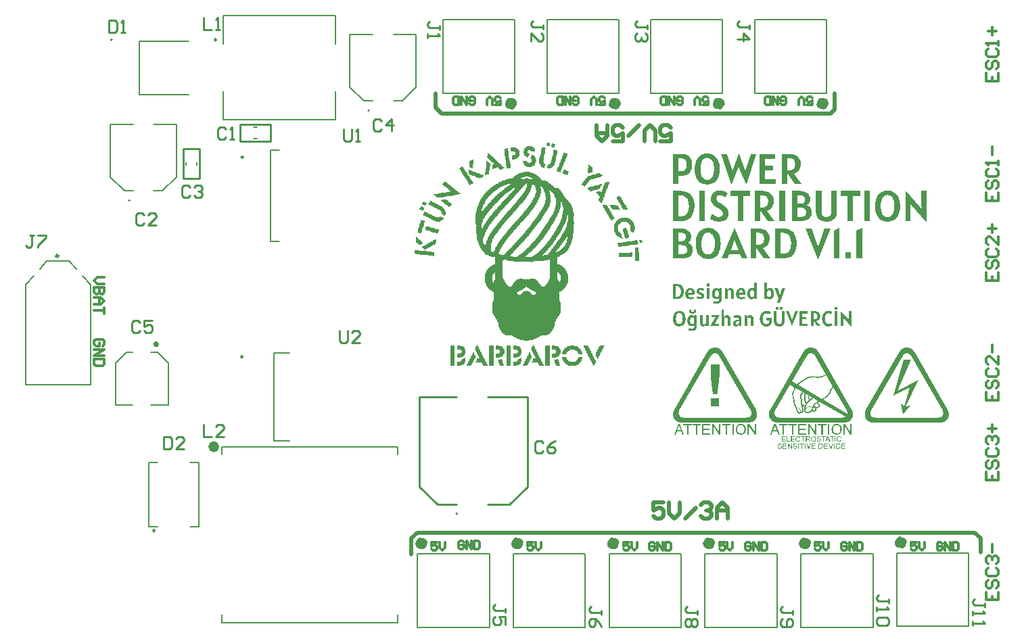
<source format=gto>
G04*
G04 #@! TF.GenerationSoftware,Altium Limited,Altium Designer,21.8.1 (53)*
G04*
G04 Layer_Color=65535*
%FSLAX44Y44*%
%MOMM*%
G71*
G04*
G04 #@! TF.SameCoordinates,729BE4B4-5849-4A10-A7F1-CC33B50161C2*
G04*
G04*
G04 #@! TF.FilePolarity,Positive*
G04*
G01*
G75*
%ADD10C,0.2000*%
%ADD11C,1.2700*%
%ADD12C,0.2500*%
%ADD13C,0.2540*%
%ADD14C,0.3000*%
%ADD15C,0.1270*%
%ADD16C,0.5000*%
G36*
X684922Y625430D02*
X686094D01*
Y623672D01*
X685508D01*
Y621328D01*
X682578D01*
Y621914D01*
X681406D01*
Y624844D01*
X681992D01*
Y626016D01*
X684922D01*
Y625430D01*
D02*
G37*
G36*
X690195Y624258D02*
X692539D01*
Y622500D01*
X691953D01*
Y620156D01*
X691367D01*
Y619570D01*
X690781D01*
Y620156D01*
X688438D01*
Y620742D01*
X687852D01*
Y623086D01*
X688438D01*
Y624844D01*
X690195D01*
Y624258D01*
D02*
G37*
G36*
X663242Y620742D02*
X664414D01*
Y620156D01*
X665000D01*
Y619570D01*
X665586D01*
Y618984D01*
X666172D01*
Y618398D01*
X666758D01*
Y617227D01*
X667344D01*
Y614297D01*
X662070D01*
Y615469D01*
X661484D01*
Y616055D01*
X660312D01*
Y616641D01*
X659726D01*
Y616055D01*
X658555D01*
Y615469D01*
X657969D01*
Y613125D01*
X658555D01*
Y612539D01*
X659726D01*
Y611953D01*
X660312D01*
Y610781D01*
X659726D01*
Y610195D01*
X659141D01*
Y609023D01*
X658555D01*
Y607852D01*
X657969D01*
Y607266D01*
X657383D01*
Y607852D01*
X656211D01*
Y608438D01*
X655039D01*
Y609023D01*
X654453D01*
Y609609D01*
X653867D01*
Y610781D01*
X653281D01*
Y612539D01*
X652695D01*
Y613125D01*
Y613711D01*
Y615469D01*
X653281D01*
Y617227D01*
X653867D01*
Y618398D01*
X654453D01*
Y618984D01*
X655039D01*
Y619570D01*
X655625D01*
Y620156D01*
X656211D01*
Y620742D01*
X657383D01*
Y621328D01*
X663242D01*
Y620742D01*
D02*
G37*
G36*
X643320Y618984D02*
X644492D01*
Y618398D01*
X645664D01*
Y617812D01*
X646250D01*
Y616641D01*
X646836D01*
Y616055D01*
X647422D01*
Y613125D01*
X648008D01*
Y610781D01*
X647422D01*
Y609023D01*
X646836D01*
Y607852D01*
X646250D01*
Y607266D01*
X645664D01*
Y606680D01*
X645078D01*
Y606094D01*
X643906D01*
Y605508D01*
X642148D01*
Y604922D01*
X638633D01*
Y606680D01*
X638047D01*
Y609609D01*
X640391D01*
Y610195D01*
X642148D01*
Y610781D01*
X642734D01*
Y613711D01*
X642148D01*
Y614297D01*
X641562D01*
Y614883D01*
X638047D01*
Y614297D01*
X637461D01*
Y615469D01*
X636875D01*
Y619570D01*
X643320D01*
Y618984D01*
D02*
G37*
G36*
X664414Y610195D02*
X665000D01*
Y609609D01*
X666172D01*
Y609023D01*
X666758D01*
Y607852D01*
X667344D01*
Y607266D01*
X667930D01*
Y604336D01*
X668516D01*
Y603164D01*
X667930D01*
Y600234D01*
X667344D01*
Y599062D01*
X666758D01*
Y597891D01*
X666172D01*
Y597305D01*
X665000D01*
Y596719D01*
X664414D01*
Y596133D01*
X663242D01*
Y595547D01*
X656797D01*
Y596133D01*
X655625D01*
Y596719D01*
X655039D01*
Y597305D01*
X654453D01*
Y597891D01*
X653867D01*
Y598477D01*
X653281D01*
Y599062D01*
X652695D01*
Y600820D01*
X652109D01*
Y603164D01*
X657383D01*
Y601406D01*
X657969D01*
Y600820D01*
X658555D01*
Y600234D01*
X661484D01*
Y600820D01*
X662070D01*
Y601406D01*
X662656D01*
Y601992D01*
X663242D01*
Y604336D01*
X662656D01*
Y604922D01*
Y605508D01*
X662070D01*
Y606094D01*
X661484D01*
Y607266D01*
X662070D01*
Y608438D01*
X662656D01*
Y609609D01*
X663242D01*
Y610195D01*
X663828D01*
Y610781D01*
X664414D01*
Y610195D01*
D02*
G37*
G36*
X677891Y619570D02*
X680234D01*
Y618984D01*
X680820D01*
Y617812D01*
X680234D01*
Y614883D01*
X679648D01*
Y611953D01*
X679062D01*
Y609609D01*
X678476D01*
Y606680D01*
X677891D01*
Y603164D01*
X677305D01*
Y601992D01*
X677891D01*
Y600234D01*
X678476D01*
Y599648D01*
X679062D01*
Y599062D01*
X679648D01*
Y596133D01*
X679062D01*
Y593789D01*
X677891D01*
Y594375D01*
X676719D01*
Y594961D01*
X676133D01*
Y595547D01*
X674961D01*
Y596719D01*
X674375D01*
Y597305D01*
X673789D01*
Y598477D01*
X673203D01*
Y599648D01*
X672617D01*
Y606094D01*
X673203D01*
Y609023D01*
X673789D01*
Y611367D01*
X674375D01*
Y614297D01*
X674961D01*
Y617227D01*
X675547D01*
Y620156D01*
X677891D01*
Y619570D01*
D02*
G37*
G36*
X633359Y615469D02*
X633945D01*
Y611367D01*
X634531D01*
Y607266D01*
X635117D01*
Y603164D01*
X635703D01*
Y599062D01*
X636289D01*
Y594961D01*
X636875D01*
Y594375D01*
X635703D01*
Y593789D01*
X631602D01*
Y596719D01*
X631016D01*
Y600820D01*
X630430D01*
Y604922D01*
X629844D01*
Y609023D01*
X629258D01*
Y613125D01*
X628672D01*
Y617812D01*
X628086D01*
Y618398D01*
X631602D01*
Y618984D01*
X633359D01*
Y615469D01*
D02*
G37*
G36*
X590000Y598477D02*
X589414D01*
Y593789D01*
X587656D01*
Y594375D01*
X585898D01*
Y594961D01*
X584726D01*
Y601992D01*
X585312D01*
Y602578D01*
X586484D01*
Y603164D01*
X587070D01*
Y603750D01*
X588242D01*
Y604336D01*
X589414D01*
Y604922D01*
X590000D01*
Y598477D01*
D02*
G37*
G36*
X691367Y616641D02*
X694297D01*
Y616055D01*
X695469D01*
Y613711D01*
X694883D01*
Y611367D01*
X694297D01*
Y608438D01*
X693711D01*
Y605508D01*
X693125D01*
Y602578D01*
X692539D01*
Y600234D01*
X691953D01*
Y599062D01*
X691367D01*
Y597891D01*
X690781D01*
Y596719D01*
X690195D01*
Y596133D01*
X689609D01*
Y595547D01*
X689023D01*
Y594961D01*
X688438D01*
Y594375D01*
X687266D01*
Y593789D01*
X686094D01*
Y593203D01*
X681992D01*
Y593789D01*
X682578D01*
Y596719D01*
X683164D01*
Y597891D01*
X683750D01*
Y598477D01*
X685508D01*
Y599062D01*
X686094D01*
Y599648D01*
X686680D01*
Y600820D01*
X687266D01*
Y602578D01*
X687852D01*
Y604922D01*
X688438D01*
Y607852D01*
X689023D01*
Y610781D01*
X689609D01*
Y613125D01*
X690195D01*
Y616055D01*
X690781D01*
Y617227D01*
X691367D01*
Y616641D01*
D02*
G37*
G36*
X608164Y613125D02*
X608750D01*
Y612539D01*
X609336D01*
Y611953D01*
X609922D01*
Y611367D01*
X610508D01*
Y610781D01*
X611094D01*
Y610195D01*
X611680D01*
Y609609D01*
X612266D01*
Y609023D01*
X612852D01*
Y608438D01*
X613438D01*
Y607852D01*
X614609D01*
Y607266D01*
X615195D01*
Y606680D01*
X615781D01*
Y606094D01*
X616367D01*
Y605508D01*
X616953D01*
Y604922D01*
X617539D01*
Y604336D01*
X618125D01*
Y603750D01*
X618711D01*
Y603164D01*
X619297D01*
Y602578D01*
X619883D01*
Y601992D01*
X620469D01*
Y601406D01*
X621055D01*
Y600820D01*
X621641D01*
Y600234D01*
X622226D01*
Y599648D01*
X623398D01*
Y599062D01*
X623984D01*
Y598477D01*
X624570D01*
Y597891D01*
X625156D01*
Y597305D01*
X625742D01*
Y596719D01*
X626328D01*
Y596133D01*
X626914D01*
Y595547D01*
X627500D01*
Y594961D01*
X628086D01*
Y594375D01*
X628672D01*
Y593203D01*
X626914D01*
Y592617D01*
X625742D01*
Y592031D01*
X623398D01*
Y592617D01*
X622226D01*
Y593203D01*
X621641D01*
Y593789D01*
X621055D01*
Y594375D01*
X620469D01*
Y594961D01*
X619883D01*
Y594375D01*
X618125D01*
Y593789D01*
X616367D01*
Y593203D01*
X615195D01*
Y592617D01*
X613438D01*
Y593789D01*
X614023D01*
Y597891D01*
X614609D01*
Y598477D01*
X615781D01*
Y599648D01*
X615195D01*
Y600234D01*
X614609D01*
Y600820D01*
X613438D01*
Y601406D01*
X612852D01*
Y601992D01*
X612266D01*
Y602578D01*
X611680D01*
Y603164D01*
X611094D01*
Y603750D01*
X610508D01*
Y604336D01*
X609922D01*
Y604922D01*
X609336D01*
Y605508D01*
X608750D01*
Y606094D01*
X608164D01*
Y606680D01*
X607578D01*
Y607266D01*
X606992D01*
Y609023D01*
X607578D01*
Y613711D01*
X608164D01*
Y613125D01*
D02*
G37*
G36*
X705430Y612539D02*
X706602D01*
Y611953D01*
X707773D01*
Y609609D01*
X707188D01*
Y608438D01*
X706602D01*
Y606680D01*
X706016D01*
Y605508D01*
X705430D01*
Y603750D01*
X704844D01*
Y602578D01*
X704258D01*
Y600820D01*
X703672D01*
Y599648D01*
X703086D01*
Y597891D01*
X702500D01*
Y596719D01*
X701914D01*
Y594961D01*
X701328D01*
Y593789D01*
X700742D01*
Y592617D01*
X700156D01*
Y590859D01*
X699570D01*
Y589688D01*
X698984D01*
Y588516D01*
X697812D01*
Y589102D01*
X696055D01*
Y589688D01*
X694883D01*
Y590273D01*
X694297D01*
Y591445D01*
X694883D01*
Y592617D01*
X695469D01*
Y594375D01*
X696055D01*
Y595547D01*
X696641D01*
Y597305D01*
X697226D01*
Y598477D01*
X697812D01*
Y600234D01*
X698398D01*
Y601406D01*
X698984D01*
Y602578D01*
X699570D01*
Y604336D01*
X700156D01*
Y605508D01*
X700742D01*
Y607266D01*
X701328D01*
Y608438D01*
X701914D01*
Y610195D01*
X702500D01*
Y611367D01*
X703086D01*
Y613125D01*
X705430D01*
Y612539D01*
D02*
G37*
G36*
X734726Y597891D02*
X735312D01*
Y597305D01*
X735898D01*
Y596719D01*
X736484D01*
Y596133D01*
X737656D01*
Y595547D01*
X738242D01*
Y594961D01*
X738828D01*
Y588516D01*
X736484D01*
Y587930D01*
X734726D01*
Y587344D01*
X733555D01*
Y593203D01*
X734141D01*
Y595547D01*
Y596133D01*
Y598477D01*
X734726D01*
Y597891D01*
D02*
G37*
G36*
X703672Y591445D02*
X705430D01*
Y590859D01*
X706602D01*
Y590273D01*
X708359D01*
Y589688D01*
X709531D01*
Y588516D01*
X708945D01*
Y586758D01*
X708359D01*
Y585586D01*
X707773D01*
Y585000D01*
X706602D01*
Y585586D01*
X704844D01*
Y586172D01*
X703672D01*
Y586758D01*
X701914D01*
Y587344D01*
X701328D01*
Y587930D01*
X701914D01*
Y589688D01*
X702500D01*
Y590859D01*
X703086D01*
Y592031D01*
X703672D01*
Y591445D01*
D02*
G37*
G36*
X606992Y602578D02*
X607578D01*
Y601992D01*
X608164D01*
Y601406D01*
X608750D01*
Y600820D01*
X609922D01*
Y600234D01*
X610508D01*
Y599648D01*
X611094D01*
Y596719D01*
Y596133D01*
X610508D01*
Y590859D01*
X609922D01*
Y586758D01*
X609336D01*
Y586172D01*
X608164D01*
Y585586D01*
X606406D01*
Y585000D01*
X604648D01*
Y589102D01*
X605234D01*
Y593789D01*
X605820D01*
Y599062D01*
X606406D01*
Y603164D01*
X606992D01*
Y602578D01*
D02*
G37*
G36*
X585898Y590859D02*
X587656D01*
Y590273D01*
X588828D01*
Y589688D01*
X590586D01*
Y589102D01*
X592344D01*
Y588516D01*
X593516D01*
Y587930D01*
X595273D01*
Y587344D01*
X596445D01*
Y586758D01*
X598203D01*
Y586172D01*
X599375D01*
Y585586D01*
X601133D01*
Y585000D01*
X602891D01*
Y584414D01*
X603476D01*
Y583828D01*
X602891D01*
Y583242D01*
X601719D01*
Y582656D01*
X601133D01*
Y582070D01*
X599961D01*
Y581484D01*
X598789D01*
Y580898D01*
X597617D01*
Y581484D01*
X596445D01*
Y582070D01*
X594688D01*
Y582656D01*
X592930D01*
Y583242D01*
X591758D01*
Y583828D01*
X590000D01*
Y584414D01*
X588242D01*
Y585000D01*
X587070D01*
Y585586D01*
X585312D01*
Y586172D01*
X584141D01*
Y591445D01*
X585898D01*
Y590859D01*
D02*
G37*
G36*
X576523Y595547D02*
X577109D01*
Y594375D01*
X577695D01*
Y593789D01*
X578281D01*
Y592617D01*
X578867D01*
Y591445D01*
X579453D01*
Y590859D01*
X580039D01*
Y589688D01*
X580625D01*
Y589102D01*
X581211D01*
Y587930D01*
X581797D01*
Y587344D01*
X582383D01*
Y586172D01*
X582969D01*
Y585586D01*
X583555D01*
Y584414D01*
X584141D01*
Y583828D01*
X584726D01*
Y582656D01*
X585312D01*
Y581484D01*
X585898D01*
Y580898D01*
X586484D01*
Y579727D01*
X587070D01*
Y579141D01*
X587656D01*
Y577969D01*
X588242D01*
Y577383D01*
X588828D01*
Y576211D01*
X589414D01*
Y575625D01*
X590000D01*
Y575039D01*
X588828D01*
Y574453D01*
X588242D01*
Y573867D01*
X587070D01*
Y573281D01*
X586484D01*
Y572695D01*
X585312D01*
Y573281D01*
X584726D01*
Y574453D01*
X584141D01*
Y575039D01*
X583555D01*
Y576211D01*
X582969D01*
Y576797D01*
X582383D01*
Y577969D01*
X581797D01*
Y579141D01*
X581211D01*
Y579727D01*
X580625D01*
Y580898D01*
X580039D01*
Y581484D01*
X579453D01*
Y582656D01*
X578867D01*
Y583242D01*
X578281D01*
Y584414D01*
X577695D01*
Y585000D01*
X577109D01*
Y586172D01*
X576523D01*
Y586758D01*
X575938D01*
Y587930D01*
X575352D01*
Y589102D01*
X574766D01*
Y589688D01*
X574180D01*
Y590859D01*
X573594D01*
Y591445D01*
X573008D01*
Y592617D01*
X572422D01*
Y593789D01*
X573008D01*
Y594375D01*
X573594D01*
Y594961D01*
X574766D01*
Y595547D01*
X575352D01*
Y596133D01*
X576523D01*
Y595547D01*
D02*
G37*
G36*
X747617Y587344D02*
X748789D01*
Y586758D01*
X749375D01*
Y586172D01*
X749961D01*
Y585586D01*
X751133D01*
Y585000D01*
X751719D01*
Y584414D01*
X752305D01*
Y583828D01*
X751133D01*
Y583242D01*
X749375D01*
Y582656D01*
X747031D01*
Y582070D01*
X745273D01*
Y581484D01*
X742930D01*
Y580898D01*
X741172D01*
Y580312D01*
X738828D01*
Y579727D01*
X737070D01*
Y579141D01*
X735898D01*
Y578555D01*
X735312D01*
Y577969D01*
X734726D01*
Y576797D01*
X734141D01*
Y576211D01*
X733555D01*
Y575625D01*
X732969D01*
Y575039D01*
X732383D01*
Y573867D01*
X731797D01*
Y573281D01*
X731211D01*
Y572695D01*
X730625D01*
Y572109D01*
X730039D01*
Y570938D01*
X728281D01*
Y571523D01*
X727695D01*
Y572109D01*
X727109D01*
Y572695D01*
X725938D01*
Y573281D01*
X725352D01*
Y573867D01*
X725938D01*
Y574453D01*
X726523D01*
Y575625D01*
X727109D01*
Y576211D01*
X727695D01*
Y576797D01*
X728281D01*
Y577969D01*
X728867D01*
Y578555D01*
X729453D01*
Y579141D01*
X730039D01*
Y579727D01*
X730625D01*
Y580898D01*
X731211D01*
Y581484D01*
X731797D01*
Y582070D01*
X732383D01*
Y582656D01*
X732969D01*
Y583828D01*
X734726D01*
Y584414D01*
X737070D01*
Y585000D01*
X738828D01*
Y585586D01*
X741172D01*
Y586172D01*
X742930D01*
Y586758D01*
X745273D01*
Y587344D01*
X747031D01*
Y587930D01*
X747617D01*
Y587344D01*
D02*
G37*
G36*
X750547Y572695D02*
X749961D01*
Y571523D01*
X749375D01*
Y569766D01*
X748789D01*
Y568594D01*
X748203D01*
Y568008D01*
X746445D01*
Y567422D01*
X744688D01*
Y566836D01*
X742344D01*
Y566250D01*
X740586D01*
Y565664D01*
X738242D01*
Y565078D01*
X735898D01*
Y565664D01*
X735312D01*
Y566250D01*
X734726D01*
Y566836D01*
X734141D01*
Y567422D01*
X733555D01*
Y568008D01*
X732969D01*
Y569180D01*
X734141D01*
Y569766D01*
X735898D01*
Y570352D01*
X738242D01*
Y570938D01*
X740000D01*
Y571523D01*
X742344D01*
Y572109D01*
X744688D01*
Y572695D01*
X746445D01*
Y573281D01*
X748789D01*
Y573867D01*
X750547D01*
Y572695D01*
D02*
G37*
G36*
X760508Y575625D02*
X759922D01*
Y573867D01*
X759336D01*
Y572695D01*
X758750D01*
Y570938D01*
X758164D01*
Y569180D01*
X757578D01*
Y568008D01*
X756992D01*
Y566250D01*
X756406D01*
Y564492D01*
X755820D01*
Y563320D01*
X755234D01*
Y561562D01*
X754648D01*
Y559805D01*
X754062D01*
Y558047D01*
X753476D01*
Y556875D01*
X752891D01*
Y555117D01*
X752305D01*
Y553359D01*
X751719D01*
Y552188D01*
X751133D01*
Y550430D01*
X750547D01*
Y549844D01*
X749961D01*
Y550430D01*
X749375D01*
Y551016D01*
X748789D01*
Y551602D01*
X748203D01*
Y552188D01*
X747617D01*
Y552773D01*
X747031D01*
Y555703D01*
X747617D01*
Y557461D01*
X748203D01*
Y558633D01*
X747617D01*
Y559219D01*
X747031D01*
Y559805D01*
X746445D01*
Y560391D01*
X745859D01*
Y560977D01*
X745273D01*
Y561562D01*
X744688D01*
Y562148D01*
X744102D01*
Y562734D01*
X743516D01*
Y563906D01*
X745273D01*
Y564492D01*
X747617D01*
Y565078D01*
X748789D01*
Y564492D01*
X749375D01*
Y563906D01*
X750547D01*
Y565078D01*
X751133D01*
Y566836D01*
X751719D01*
Y567422D01*
Y568008D01*
Y568594D01*
X752305D01*
Y569766D01*
X752891D01*
Y571523D01*
X753476D01*
Y573281D01*
X754062D01*
Y574453D01*
X754648D01*
Y575625D01*
X756992D01*
Y576211D01*
X758750D01*
Y576797D01*
X760508D01*
Y575625D01*
D02*
G37*
G36*
X554844Y576797D02*
X555430D01*
Y576211D01*
X556016D01*
Y575625D01*
X557188D01*
Y575039D01*
X557773D01*
Y574453D01*
X558359D01*
Y573867D01*
X558945D01*
Y573281D01*
X560117D01*
Y572695D01*
X560703D01*
Y572109D01*
X561289D01*
Y571523D01*
X561875D01*
Y570938D01*
X562461D01*
Y570352D01*
X563633D01*
Y569766D01*
X564219D01*
Y569180D01*
X564805D01*
Y568594D01*
X565391D01*
Y568008D01*
X566562D01*
Y567422D01*
X567148D01*
Y566836D01*
X567734D01*
Y566250D01*
X568320D01*
Y565664D01*
X569492D01*
Y565078D01*
X570078D01*
Y564492D01*
X570664D01*
Y563906D01*
X571250D01*
Y563320D01*
X572422D01*
Y562734D01*
X573008D01*
Y562148D01*
X573594D01*
Y561562D01*
X574180D01*
Y560977D01*
X570664D01*
Y560391D01*
X567148D01*
Y559805D01*
X563633D01*
Y559219D01*
X559531D01*
Y558633D01*
X556016D01*
Y558047D01*
X552500D01*
Y557461D01*
X548398D01*
Y556875D01*
X544883D01*
Y557461D01*
X543711D01*
Y558047D01*
X543125D01*
Y558633D01*
X542539D01*
Y559219D01*
X541953D01*
Y559805D01*
X540781D01*
Y560391D01*
X540195D01*
Y560977D01*
X541953D01*
Y561562D01*
X545469D01*
Y562148D01*
X549570D01*
Y562734D01*
X553086D01*
Y563320D01*
X556602D01*
Y563906D01*
X560703D01*
Y564492D01*
X561875D01*
Y565078D01*
X561289D01*
Y565664D01*
X560703D01*
Y566250D01*
X559531D01*
Y566836D01*
X558945D01*
Y567422D01*
X558359D01*
Y568008D01*
X557773D01*
Y568594D01*
X556602D01*
Y569180D01*
X556016D01*
Y569766D01*
X555430D01*
Y570352D01*
X554844D01*
Y570938D01*
X553672D01*
Y571523D01*
X553086D01*
Y572109D01*
X552500D01*
Y572695D01*
X551914D01*
Y573281D01*
X551328D01*
Y574453D01*
X551914D01*
Y575039D01*
X552500D01*
Y575625D01*
X553086D01*
Y576211D01*
X553672D01*
Y576797D01*
X554258D01*
Y577383D01*
X554844D01*
Y576797D01*
D02*
G37*
G36*
X527891Y551602D02*
X529062D01*
Y551016D01*
X530234D01*
Y550430D01*
X531406D01*
Y549258D01*
X530820D01*
Y548086D01*
X530234D01*
Y546914D01*
X528476D01*
Y547500D01*
X527305D01*
Y548086D01*
X526133D01*
Y548672D01*
X525547D01*
Y549258D01*
X526133D01*
Y550430D01*
X526719D01*
Y551016D01*
Y551602D01*
X527305D01*
Y552188D01*
X527891D01*
Y551602D01*
D02*
G37*
G36*
X556602Y553945D02*
X557188D01*
Y553359D01*
X557773D01*
Y552773D01*
X558359D01*
Y552188D01*
X558945D01*
Y551602D01*
X560117D01*
Y551016D01*
X560703D01*
Y550430D01*
X561289D01*
Y549844D01*
X561875D01*
Y549258D01*
X563047D01*
Y548086D01*
X562461D01*
Y547500D01*
X561875D01*
Y546914D01*
X561289D01*
Y545742D01*
X560703D01*
Y545156D01*
X558945D01*
Y545742D01*
X558359D01*
Y546328D01*
X557773D01*
Y546914D01*
X557188D01*
Y547500D01*
X556016D01*
Y548086D01*
X555430D01*
Y548672D01*
X554844D01*
Y549258D01*
X554258D01*
Y549844D01*
X553086D01*
Y550430D01*
X552500D01*
Y551016D01*
X551914D01*
Y551602D01*
X551328D01*
Y552188D01*
X550156D01*
Y552773D01*
X549570D01*
Y553359D01*
X548984D01*
Y553945D01*
X551328D01*
Y554531D01*
X556602D01*
Y553945D01*
D02*
G37*
G36*
X773398Y558633D02*
X773984D01*
Y557461D01*
X774570D01*
Y556875D01*
X775156D01*
Y555703D01*
X775742D01*
Y554531D01*
X776328D01*
Y553945D01*
X776914D01*
Y552773D01*
X777500D01*
Y551602D01*
X778086D01*
Y550430D01*
X778672D01*
Y549844D01*
X779258D01*
Y548672D01*
X779844D01*
Y547500D01*
X780430D01*
Y546914D01*
X781016D01*
Y545742D01*
X781602D01*
Y544570D01*
X782188D01*
Y543398D01*
X782773D01*
Y542812D01*
X783359D01*
Y541641D01*
X777500D01*
Y542812D01*
X776914D01*
Y543398D01*
X776328D01*
Y544570D01*
X775742D01*
Y545742D01*
X775156D01*
Y546914D01*
X774570D01*
Y547500D01*
X773984D01*
Y548672D01*
X773398D01*
Y549844D01*
X772812D01*
Y551016D01*
X772226D01*
Y551602D01*
X771641D01*
Y552773D01*
X771055D01*
Y553945D01*
X770469D01*
Y554531D01*
X769883D01*
Y555703D01*
X769297D01*
Y557461D01*
X769883D01*
Y558047D01*
X771055D01*
Y558633D01*
X772226D01*
Y559219D01*
X773398D01*
Y558633D01*
D02*
G37*
G36*
X768125Y546914D02*
X771055D01*
Y545742D01*
X771641D01*
Y545156D01*
X772226D01*
Y543984D01*
X772812D01*
Y542812D01*
X773398D01*
Y541641D01*
X772812D01*
Y542227D01*
X764023D01*
Y542812D01*
X763438D01*
Y543398D01*
X762852D01*
Y544570D01*
X762266D01*
Y545742D01*
X761680D01*
Y546328D01*
X761094D01*
Y547500D01*
X768125D01*
Y546914D01*
D02*
G37*
G36*
X524961Y545742D02*
X526133D01*
Y545156D01*
X527305D01*
Y544570D01*
X527891D01*
Y543984D01*
X528476D01*
Y543398D01*
X527891D01*
Y542227D01*
X527305D01*
Y541055D01*
X526719D01*
Y540469D01*
X526133D01*
Y541055D01*
X524961D01*
Y541641D01*
X523789D01*
Y542227D01*
X522617D01*
Y543398D01*
X523203D01*
Y544570D01*
X523789D01*
Y545742D01*
X524375D01*
Y546328D01*
X524961D01*
Y545742D01*
D02*
G37*
G36*
X537266Y552188D02*
X538438D01*
Y551602D01*
X539609D01*
Y551016D01*
X540781D01*
Y550430D01*
X541953D01*
Y549844D01*
X543125D01*
Y549258D01*
X544297D01*
Y548672D01*
X544883D01*
Y548086D01*
X546055D01*
Y547500D01*
X547226D01*
Y546914D01*
X548398D01*
Y546328D01*
X549570D01*
Y545742D01*
X550742D01*
Y545156D01*
X551328D01*
Y544570D01*
X551914D01*
Y543984D01*
X552500D01*
Y543398D01*
X553086D01*
Y542812D01*
X553672D01*
Y542227D01*
X554258D01*
Y541055D01*
X554844D01*
Y539297D01*
X555430D01*
Y535195D01*
X554844D01*
Y534023D01*
X554258D01*
Y534609D01*
X553086D01*
Y535195D01*
X551914D01*
Y535781D01*
X550742D01*
Y536367D01*
X550156D01*
Y539297D01*
X549570D01*
Y539883D01*
X548984D01*
Y540469D01*
X548398D01*
Y541055D01*
X547812D01*
Y541641D01*
X546641D01*
Y542227D01*
X545469D01*
Y542812D01*
X544297D01*
Y543398D01*
X543125D01*
Y543984D01*
X541953D01*
Y544570D01*
X540781D01*
Y545156D01*
X539609D01*
Y545742D01*
X538438D01*
Y546328D01*
X537266D01*
Y546914D01*
X536094D01*
Y547500D01*
X534922D01*
Y548086D01*
X534336D01*
Y548672D01*
X533750D01*
Y549258D01*
X534336D01*
Y550430D01*
X534922D01*
Y551602D01*
X535508D01*
Y552773D01*
X537266D01*
Y552188D01*
D02*
G37*
G36*
X756992Y546914D02*
X757578D01*
Y546328D01*
X758164D01*
Y545156D01*
X758750D01*
Y543984D01*
X759336D01*
Y543398D01*
X759922D01*
Y542227D01*
X760508D01*
Y541055D01*
X761094D01*
Y539883D01*
X761680D01*
Y539297D01*
X762266D01*
Y538125D01*
X762852D01*
Y536953D01*
X763438D01*
Y535781D01*
X764023D01*
Y535195D01*
X764609D01*
Y534023D01*
X765195D01*
Y532852D01*
X765781D01*
Y532266D01*
X766367D01*
Y530508D01*
X765781D01*
Y529922D01*
X764609D01*
Y529336D01*
X763438D01*
Y528750D01*
X762266D01*
Y529336D01*
X761680D01*
Y529922D01*
X761094D01*
Y531094D01*
X760508D01*
Y532266D01*
X759922D01*
Y532852D01*
X759336D01*
Y534023D01*
X758750D01*
Y534609D01*
Y535195D01*
X758164D01*
Y536367D01*
X757578D01*
Y536953D01*
X756992D01*
Y538125D01*
X756406D01*
Y539297D01*
X755820D01*
Y539883D01*
X755234D01*
Y541055D01*
X754648D01*
Y542227D01*
X754062D01*
Y543398D01*
X753476D01*
Y543984D01*
X752891D01*
Y545156D01*
X752305D01*
Y546328D01*
X751719D01*
Y547500D01*
X751133D01*
Y548086D01*
X756992D01*
Y546914D01*
D02*
G37*
G36*
X530234Y538711D02*
X531406D01*
Y538125D01*
X532578D01*
Y537539D01*
X533750D01*
Y536953D01*
X534922D01*
Y536367D01*
X536094D01*
Y535781D01*
X537266D01*
Y535195D01*
X538438D01*
Y534609D01*
X539609D01*
Y534023D01*
X540781D01*
Y533438D01*
X541953D01*
Y532852D01*
X543125D01*
Y532266D01*
X545469D01*
Y531680D01*
X546055D01*
Y532266D01*
X547226D01*
Y532852D01*
X548398D01*
Y533438D01*
X549570D01*
Y532852D01*
X550742D01*
Y532266D01*
X551328D01*
Y531680D01*
X552500D01*
Y531094D01*
X553086D01*
Y530508D01*
X552500D01*
Y529922D01*
X551914D01*
Y529336D01*
X551328D01*
Y528750D01*
X550742D01*
Y528164D01*
X549570D01*
Y527578D01*
X548398D01*
Y526992D01*
X543125D01*
Y527578D01*
X541367D01*
Y528164D01*
X540195D01*
Y528750D01*
X539023D01*
Y529336D01*
X537852D01*
Y529922D01*
X536680D01*
Y530508D01*
X535508D01*
Y531094D01*
X534336D01*
Y531680D01*
X533164D01*
Y532266D01*
X531992D01*
Y532852D01*
X530820D01*
Y533438D01*
X529648D01*
Y534023D01*
X528476D01*
Y534609D01*
X527305D01*
Y535195D01*
X526719D01*
Y535781D01*
X527305D01*
Y536953D01*
X527891D01*
Y538125D01*
X528476D01*
Y539297D01*
X530234D01*
Y538711D01*
D02*
G37*
G36*
X782773Y531094D02*
X784531D01*
Y530508D01*
X785703D01*
Y529922D01*
X786289D01*
Y529336D01*
X787461D01*
Y528750D01*
X788047D01*
Y528164D01*
X788633D01*
Y527578D01*
X789219D01*
Y526406D01*
X789805D01*
Y525820D01*
X790391D01*
Y524648D01*
X790976D01*
Y522891D01*
X791562D01*
Y520547D01*
X792148D01*
Y517031D01*
X791562D01*
Y514688D01*
X790976D01*
Y513516D01*
X790391D01*
Y512930D01*
X789219D01*
Y513516D01*
X788633D01*
Y514102D01*
X787461D01*
Y514688D01*
X786289D01*
Y517031D01*
X786875D01*
Y520547D01*
X786289D01*
Y522305D01*
X785703D01*
Y523477D01*
X785117D01*
Y524062D01*
X784531D01*
Y524648D01*
X783945D01*
Y525234D01*
X783359D01*
Y525820D01*
X782188D01*
Y526406D01*
X779844D01*
Y526992D01*
X778086D01*
Y526406D01*
X775742D01*
Y525820D01*
X774570D01*
Y525234D01*
X773984D01*
Y524648D01*
X773398D01*
Y524062D01*
X772812D01*
Y523477D01*
X772226D01*
Y522891D01*
X771641D01*
Y521719D01*
X771055D01*
Y519375D01*
X770469D01*
Y518203D01*
X771055D01*
Y515859D01*
X771641D01*
Y514688D01*
X772226D01*
Y514102D01*
X772812D01*
Y512930D01*
X773984D01*
Y512344D01*
X774570D01*
Y511758D01*
X775156D01*
Y510000D01*
X775742D01*
Y508242D01*
X776328D01*
Y506484D01*
X776914D01*
Y505898D01*
X775742D01*
Y506484D01*
X773984D01*
Y507070D01*
X772812D01*
Y507656D01*
X771641D01*
Y508242D01*
X770469D01*
Y508828D01*
X769883D01*
Y509414D01*
X769297D01*
Y510000D01*
X768711D01*
Y510586D01*
X768125D01*
Y511758D01*
X767539D01*
Y512930D01*
X766953D01*
Y514102D01*
X766367D01*
Y515859D01*
X765781D01*
Y521719D01*
X766367D01*
Y523477D01*
X766953D01*
Y525234D01*
X767539D01*
Y525820D01*
X768125D01*
Y526992D01*
X768711D01*
Y527578D01*
X769297D01*
Y528164D01*
X769883D01*
Y528750D01*
X770469D01*
Y529336D01*
X771641D01*
Y529922D01*
X772812D01*
Y530508D01*
X773984D01*
Y531094D01*
X775742D01*
Y531680D01*
X782773D01*
Y531094D01*
D02*
G37*
G36*
X524961Y528750D02*
X527305D01*
Y528164D01*
X529062D01*
Y525820D01*
X528476D01*
Y524062D01*
X527891D01*
Y521719D01*
X527305D01*
Y519961D01*
X526719D01*
Y518203D01*
X526133D01*
Y515859D01*
X525547D01*
Y514102D01*
X524961D01*
Y512344D01*
X522031D01*
Y512930D01*
X520273D01*
Y513516D01*
X519688D01*
Y514102D01*
X520273D01*
Y515859D01*
X520859D01*
Y518203D01*
X521445D01*
Y519961D01*
X522031D01*
Y521719D01*
X522617D01*
Y524062D01*
X523203D01*
Y525820D01*
X523789D01*
Y527578D01*
X524375D01*
Y529336D01*
X524961D01*
Y528750D01*
D02*
G37*
G36*
X532578Y520547D02*
X534922D01*
Y519961D01*
X536680D01*
Y519375D01*
X538438D01*
Y518789D01*
X540781D01*
Y518203D01*
X542539D01*
Y517617D01*
X544297D01*
Y517031D01*
X546641D01*
Y514688D01*
X546055D01*
Y512930D01*
X545469D01*
Y511758D01*
X544297D01*
Y512344D01*
X542539D01*
Y512930D01*
X540781D01*
Y513516D01*
X538438D01*
Y514102D01*
X536680D01*
Y514688D01*
X534922D01*
Y515273D01*
X532578D01*
Y515859D01*
X530820D01*
Y516445D01*
X529648D01*
Y517617D01*
X530234D01*
Y519961D01*
X530820D01*
Y521133D01*
X532578D01*
Y520547D01*
D02*
G37*
G36*
X781602Y517617D02*
X782188D01*
Y515859D01*
X782773D01*
Y514102D01*
X783359D01*
Y512344D01*
X783945D01*
Y510000D01*
X784531D01*
Y508242D01*
X785117D01*
Y507070D01*
X783945D01*
Y506484D01*
X782188D01*
Y505898D01*
X780430D01*
Y506484D01*
X779844D01*
Y508242D01*
X779258D01*
Y510000D01*
X778672D01*
Y511758D01*
X778086D01*
Y514102D01*
X777500D01*
Y515859D01*
X776914D01*
Y518203D01*
X778672D01*
Y518789D01*
X780430D01*
Y519375D01*
X781602D01*
Y517617D01*
D02*
G37*
G36*
X800938Y502383D02*
X801523D01*
Y500625D01*
X799766D01*
Y500039D01*
X798008D01*
Y501797D01*
X797422D01*
Y503555D01*
X799180D01*
Y504141D01*
X800938D01*
Y502383D01*
D02*
G37*
G36*
X519102Y507070D02*
X519688D01*
Y506484D01*
X520273D01*
Y505898D01*
X520859D01*
Y505312D01*
X521445D01*
Y504727D01*
X522617D01*
Y504141D01*
X523203D01*
Y503555D01*
X523789D01*
Y502969D01*
X524375D01*
Y502383D01*
X524961D01*
Y501797D01*
X525547D01*
Y501211D01*
X526133D01*
Y500625D01*
X526719D01*
Y499453D01*
X525547D01*
Y498867D01*
X524961D01*
Y498281D01*
X523789D01*
Y497695D01*
X522031D01*
Y498281D01*
X521445D01*
Y498867D01*
X520859D01*
Y499453D01*
X519688D01*
Y500039D01*
X519102D01*
Y500625D01*
X518516D01*
Y501211D01*
X517930D01*
Y505312D01*
X518516D01*
Y507656D01*
X519102D01*
Y507070D01*
D02*
G37*
G36*
X795078Y502969D02*
X795664D01*
Y499453D01*
X796250D01*
Y498867D01*
X795078D01*
Y498281D01*
X790976D01*
Y497695D01*
X786875D01*
Y497109D01*
X782773D01*
Y496523D01*
X779258D01*
Y495938D01*
X775156D01*
Y495352D01*
X771055D01*
Y498867D01*
X770469D01*
Y500039D01*
X772812D01*
Y500625D01*
X776914D01*
Y501211D01*
X781016D01*
Y501797D01*
X784531D01*
Y502383D01*
X788633D01*
Y502969D01*
X792734D01*
Y503555D01*
X795078D01*
Y502969D01*
D02*
G37*
G36*
X543125Y500625D02*
X542539D01*
Y498867D01*
X541953D01*
Y498281D01*
X540781D01*
Y497695D01*
X539609D01*
Y497109D01*
X538438D01*
Y496523D01*
X537852D01*
Y495938D01*
X536680D01*
Y495352D01*
X535508D01*
Y494766D01*
X534336D01*
Y494180D01*
X533750D01*
Y493594D01*
X532578D01*
Y493008D01*
X531406D01*
Y492422D01*
X530234D01*
Y491836D01*
X529648D01*
Y491250D01*
X529062D01*
Y491836D01*
X528476D01*
Y492422D01*
X527891D01*
Y493008D01*
X527305D01*
Y493594D01*
X526719D01*
Y494180D01*
X526133D01*
Y494766D01*
X525547D01*
Y495352D01*
X526133D01*
Y495938D01*
X527305D01*
Y496523D01*
X528476D01*
Y497109D01*
X529648D01*
Y497695D01*
X530820D01*
Y498281D01*
X531406D01*
Y498867D01*
X532578D01*
Y499453D01*
X533750D01*
Y500039D01*
X534922D01*
Y500625D01*
X535508D01*
Y501211D01*
X536680D01*
Y501797D01*
X537852D01*
Y502383D01*
X539023D01*
Y502969D01*
X539609D01*
Y503555D01*
X540781D01*
Y504141D01*
X541953D01*
Y504727D01*
X543125D01*
Y500625D01*
D02*
G37*
G36*
X521445Y490664D02*
X526719D01*
Y490078D01*
X531992D01*
Y489492D01*
X537266D01*
Y488906D01*
X541367D01*
Y484805D01*
X540781D01*
Y483633D01*
X539023D01*
Y484219D01*
X533750D01*
Y484805D01*
X528476D01*
Y485391D01*
X523203D01*
Y485977D01*
X517930D01*
Y486562D01*
X516172D01*
Y489492D01*
X516758D01*
Y491250D01*
X521445D01*
Y490664D01*
D02*
G37*
G36*
X788633Y483047D02*
X778672D01*
Y482461D01*
X772226D01*
Y484805D01*
Y485391D01*
Y487734D01*
X786875D01*
Y488320D01*
X788633D01*
Y483047D01*
D02*
G37*
G36*
X796836Y488320D02*
X797422D01*
Y477773D01*
X792734D01*
Y483633D01*
X792148D01*
Y494180D01*
X796836D01*
Y488320D01*
D02*
G37*
G36*
X660312Y588516D02*
X662656D01*
Y587930D01*
X664414D01*
Y587344D01*
X665586D01*
Y586758D01*
X666758D01*
Y586172D01*
X667930D01*
Y585586D01*
X668516D01*
Y585000D01*
X669688D01*
Y584414D01*
X670273D01*
Y583828D01*
X670859D01*
Y583242D01*
X672031D01*
Y582656D01*
X672617D01*
Y582070D01*
X673203D01*
Y581484D01*
X673789D01*
Y580898D01*
X674375D01*
Y580312D01*
X674961D01*
Y579141D01*
X675547D01*
Y578555D01*
X676133D01*
Y577969D01*
X677891D01*
Y578555D01*
X679062D01*
Y577969D01*
X680820D01*
Y577383D01*
X681992D01*
Y576797D01*
X682578D01*
Y576211D01*
X683750D01*
Y575625D01*
X684336D01*
Y575039D01*
X685508D01*
Y574453D01*
X686094D01*
Y573867D01*
X687266D01*
Y573281D01*
X687852D01*
Y572695D01*
X688438D01*
Y572109D01*
X689023D01*
Y571523D01*
X689609D01*
Y570938D01*
X690195D01*
Y570352D01*
X690781D01*
Y569766D01*
X691367D01*
Y569180D01*
X691953D01*
Y568594D01*
X693125D01*
Y569180D01*
X696055D01*
Y568594D01*
X696641D01*
Y568008D01*
X697226D01*
Y567422D01*
X697812D01*
Y566836D01*
X698398D01*
Y566250D01*
X698984D01*
Y565664D01*
X699570D01*
Y564492D01*
X700156D01*
Y563906D01*
X700742D01*
Y563320D01*
X701328D01*
Y562148D01*
X701914D01*
Y561562D01*
X702500D01*
Y560391D01*
X703086D01*
Y559219D01*
X703672D01*
Y558633D01*
X704258D01*
Y556875D01*
X704844D01*
Y555703D01*
X705430D01*
Y555117D01*
X706602D01*
Y554531D01*
X707188D01*
Y553945D01*
X708359D01*
Y553359D01*
X708945D01*
Y552188D01*
X709531D01*
Y551602D01*
X710117D01*
Y551016D01*
X710703D01*
Y550430D01*
X711289D01*
Y549258D01*
X711875D01*
Y548086D01*
X712461D01*
Y546914D01*
X713047D01*
Y545742D01*
X713633D01*
Y543398D01*
X714219D01*
Y540469D01*
X714805D01*
Y539297D01*
X715391D01*
Y536953D01*
X715976D01*
Y534023D01*
X715391D01*
Y526406D01*
X715976D01*
Y522891D01*
X715391D01*
Y512344D01*
X714805D01*
Y508828D01*
X714219D01*
Y505898D01*
X713633D01*
Y502969D01*
X713047D01*
Y500625D01*
X712461D01*
Y499453D01*
X711875D01*
Y497695D01*
X711289D01*
Y495938D01*
X710703D01*
Y494766D01*
X710117D01*
Y494180D01*
X709531D01*
Y493008D01*
X708945D01*
Y491836D01*
X708359D01*
Y491250D01*
X707773D01*
Y490664D01*
X707188D01*
Y490078D01*
X706602D01*
Y489492D01*
X706016D01*
Y488906D01*
X705430D01*
Y488320D01*
X704844D01*
Y487734D01*
X704258D01*
Y487148D01*
X703086D01*
Y486562D01*
X702500D01*
Y485977D01*
X701328D01*
Y485391D01*
X700742D01*
Y484805D01*
X699570D01*
Y484219D01*
X698398D01*
Y483633D01*
X697226D01*
Y483047D01*
X695469D01*
Y482461D01*
X694883D01*
Y474258D01*
X695469D01*
Y473672D01*
X696641D01*
Y473086D01*
X698398D01*
Y472500D01*
X698984D01*
Y471914D01*
X700156D01*
Y471328D01*
X701328D01*
Y470742D01*
X701914D01*
Y470156D01*
X702500D01*
Y469570D01*
X703086D01*
Y468984D01*
X703672D01*
Y468398D01*
X704258D01*
Y467812D01*
X704844D01*
Y466641D01*
X705430D01*
Y466055D01*
X706016D01*
Y464883D01*
X706602D01*
Y463711D01*
X707188D01*
Y462539D01*
X707773D01*
Y460781D01*
X708359D01*
Y457266D01*
X708945D01*
Y454336D01*
X708359D01*
Y450820D01*
X707773D01*
Y449062D01*
X707188D01*
Y447891D01*
X706602D01*
Y446719D01*
X706016D01*
Y445547D01*
X705430D01*
Y444961D01*
X704844D01*
Y444375D01*
X704258D01*
Y443203D01*
X703672D01*
Y442617D01*
X703086D01*
Y442031D01*
X702500D01*
Y441445D01*
X701328D01*
Y440859D01*
X700742D01*
Y440273D01*
X700156D01*
Y439688D01*
X698984D01*
Y439102D01*
X697812D01*
Y436758D01*
X697226D01*
Y429727D01*
X697812D01*
Y427969D01*
X698398D01*
Y425625D01*
X698984D01*
Y422695D01*
X699570D01*
Y415078D01*
X698984D01*
Y412734D01*
X698398D01*
Y410977D01*
X697812D01*
Y410391D01*
X697226D01*
Y409219D01*
X696641D01*
Y408047D01*
X696055D01*
Y407461D01*
X695469D01*
Y406289D01*
X694883D01*
Y405117D01*
X694297D01*
Y404531D01*
X693711D01*
Y403359D01*
X693125D01*
Y402188D01*
X692539D01*
Y400430D01*
X691953D01*
Y398672D01*
X691367D01*
Y395742D01*
X690781D01*
Y393984D01*
X690195D01*
Y392812D01*
X689609D01*
Y391641D01*
X689023D01*
Y390469D01*
X688438D01*
Y389883D01*
X687852D01*
Y388711D01*
X687266D01*
Y388125D01*
X686680D01*
Y387539D01*
X686094D01*
Y386953D01*
X685508D01*
Y386367D01*
X684922D01*
Y385781D01*
X683750D01*
Y385195D01*
X682578D01*
Y384609D01*
X680820D01*
Y384023D01*
X674961D01*
Y383438D01*
X673203D01*
Y382852D01*
X672031D01*
Y382266D01*
X670859D01*
Y381680D01*
X669688D01*
Y381094D01*
X668516D01*
Y380508D01*
X667344D01*
Y379922D01*
X666172D01*
Y379336D01*
X664414D01*
Y378750D01*
X662656D01*
Y378164D01*
X659141D01*
Y377578D01*
X653867D01*
Y378164D01*
X650352D01*
Y378750D01*
X648594D01*
Y379336D01*
X646836D01*
Y379922D01*
X645664D01*
Y380508D01*
X644492D01*
Y381094D01*
X643320D01*
Y381680D01*
X642148D01*
Y382266D01*
X640976D01*
Y382852D01*
X639805D01*
Y383438D01*
X638047D01*
Y384023D01*
X631602D01*
Y384609D01*
X629844D01*
Y385195D01*
X629258D01*
Y385781D01*
X628086D01*
Y386367D01*
X627500D01*
Y386953D01*
X626914D01*
Y387539D01*
X626328D01*
Y388125D01*
X625742D01*
Y388711D01*
X625156D01*
Y389297D01*
X624570D01*
Y390469D01*
X623984D01*
Y391055D01*
X623398D01*
Y392227D01*
X622812D01*
Y393984D01*
X622226D01*
Y395156D01*
X621641D01*
Y398086D01*
X621055D01*
Y400430D01*
X620469D01*
Y401602D01*
X619883D01*
Y402773D01*
X619297D01*
Y403945D01*
X618711D01*
Y405117D01*
X618125D01*
Y406289D01*
X617539D01*
Y407461D01*
X616953D01*
Y408047D01*
X616367D01*
Y409219D01*
X615781D01*
Y409805D01*
X615195D01*
Y410977D01*
X614609D01*
Y412148D01*
X614023D01*
Y414492D01*
X613438D01*
Y423281D01*
X614023D01*
Y426211D01*
X614609D01*
Y427969D01*
X615195D01*
Y438516D01*
X614609D01*
Y439102D01*
X614023D01*
Y439688D01*
X612852D01*
Y440273D01*
X612266D01*
Y440859D01*
X611094D01*
Y441445D01*
X610508D01*
Y442031D01*
X609922D01*
Y442617D01*
X609336D01*
Y443203D01*
X608750D01*
Y443789D01*
X608164D01*
Y444375D01*
X607578D01*
Y445547D01*
X606992D01*
Y446133D01*
X606406D01*
Y447305D01*
X605820D01*
Y448477D01*
X605234D01*
Y450234D01*
X604648D01*
Y453164D01*
X604062D01*
Y459023D01*
X604648D01*
Y459609D01*
Y461367D01*
X605234D01*
Y463125D01*
X605820D01*
Y464297D01*
X606406D01*
Y465469D01*
X606992D01*
Y466641D01*
X607578D01*
Y467227D01*
X608164D01*
Y467812D01*
X608750D01*
Y468398D01*
X609336D01*
Y468984D01*
X609922D01*
Y469570D01*
X610508D01*
Y470156D01*
X611094D01*
Y470742D01*
X611680D01*
Y471328D01*
X612266D01*
Y471914D01*
X613438D01*
Y472500D01*
X614609D01*
Y473086D01*
X615781D01*
Y473672D01*
X616953D01*
Y482461D01*
X616367D01*
Y483047D01*
X611680D01*
Y483633D01*
X609922D01*
Y484219D01*
X608750D01*
Y484805D01*
X606406D01*
Y485391D01*
X605234D01*
Y485977D01*
X604648D01*
Y487148D01*
X604062D01*
Y487734D01*
X603476D01*
Y488906D01*
X602891D01*
Y489492D01*
X602305D01*
Y490078D01*
X601719D01*
Y490664D01*
X601133D01*
Y491250D01*
X600547D01*
Y491836D01*
X599961D01*
Y493008D01*
X599375D01*
Y493594D01*
X598789D01*
Y494766D01*
X598203D01*
Y495938D01*
X597617D01*
Y497109D01*
X597031D01*
Y498281D01*
X596445D01*
Y500039D01*
X595859D01*
Y501797D01*
X595273D01*
Y503555D01*
X594688D01*
Y505898D01*
X594102D01*
Y511172D01*
X593516D01*
Y521719D01*
X594102D01*
Y522305D01*
X593516D01*
Y523477D01*
X592930D01*
Y529922D01*
X592344D01*
Y533438D01*
X592930D01*
Y536953D01*
X593516D01*
Y540469D01*
X594102D01*
Y542812D01*
X594688D01*
Y544570D01*
X595273D01*
Y546328D01*
X595859D01*
Y548086D01*
X596445D01*
Y549258D01*
X597031D01*
Y551016D01*
X597617D01*
Y552188D01*
X598203D01*
Y553359D01*
X598789D01*
Y554531D01*
X599375D01*
Y555117D01*
X599961D01*
Y556289D01*
X600547D01*
Y557461D01*
X601133D01*
Y558047D01*
X601719D01*
Y559219D01*
X602305D01*
Y559805D01*
X602891D01*
Y560391D01*
X603476D01*
Y561562D01*
X604062D01*
Y562148D01*
X604648D01*
Y562734D01*
X605234D01*
Y563320D01*
X605820D01*
Y563906D01*
X606406D01*
Y564492D01*
X606992D01*
Y565078D01*
X607578D01*
Y565664D01*
X608164D01*
Y566250D01*
X608750D01*
Y566836D01*
X609336D01*
Y567422D01*
X610508D01*
Y568008D01*
X611094D01*
Y568594D01*
X611680D01*
Y569180D01*
X612266D01*
Y569766D01*
X613438D01*
Y570352D01*
X614023D01*
Y570938D01*
X614609D01*
Y571523D01*
X615781D01*
Y572109D01*
X616367D01*
Y572695D01*
X617539D01*
Y573281D01*
X618125D01*
Y573867D01*
X619297D01*
Y574453D01*
X620469D01*
Y575039D01*
X621055D01*
Y575625D01*
X622226D01*
Y576211D01*
X623398D01*
Y576797D01*
X624570D01*
Y577383D01*
X625742D01*
Y577969D01*
X627500D01*
Y578555D01*
X629258D01*
Y579141D01*
X630430D01*
Y579727D01*
X632188D01*
Y580312D01*
X634531D01*
Y580898D01*
X639219D01*
Y581484D01*
X639805D01*
Y582070D01*
X640391D01*
Y582656D01*
X640976D01*
Y583242D01*
X641562D01*
Y583828D01*
X642148D01*
Y584414D01*
X642734D01*
Y585000D01*
X643906D01*
Y585586D01*
X645078D01*
Y586172D01*
X646250D01*
Y586758D01*
X646836D01*
Y587344D01*
X648594D01*
Y587930D01*
X650352D01*
Y588516D01*
X653281D01*
Y589102D01*
X660312D01*
Y588516D01*
D02*
G37*
G36*
X715976Y371133D02*
X718906D01*
Y370547D01*
X720078D01*
Y369961D01*
X721250D01*
Y369375D01*
X721836D01*
Y368789D01*
X722422D01*
Y368203D01*
X723008D01*
Y367617D01*
X723594D01*
Y367031D01*
X724180D01*
Y366445D01*
X724766D01*
Y365273D01*
X725352D01*
Y364102D01*
X725938D01*
Y362930D01*
X726523D01*
Y362344D01*
Y360586D01*
X721250D01*
Y362344D01*
X720664D01*
Y362930D01*
X720078D01*
Y364102D01*
X719492D01*
Y364688D01*
X718906D01*
Y365273D01*
X717734D01*
Y365859D01*
X716562D01*
Y366445D01*
X711289D01*
Y365859D01*
X710117D01*
Y365273D01*
X708945D01*
Y364688D01*
X708359D01*
Y364102D01*
X707773D01*
Y363516D01*
X707188D01*
Y362344D01*
X706602D01*
Y361172D01*
X706016D01*
Y360586D01*
X700742D01*
Y361172D01*
X701328D01*
Y363516D01*
X701914D01*
Y364688D01*
X702500D01*
Y365859D01*
X703086D01*
Y366445D01*
X703672D01*
Y367617D01*
X704258D01*
Y368203D01*
X704844D01*
Y368789D01*
X706016D01*
Y369375D01*
X706602D01*
Y369961D01*
X707773D01*
Y370547D01*
X708945D01*
Y371133D01*
X711289D01*
Y371719D01*
X715976D01*
Y371133D01*
D02*
G37*
G36*
X692539D02*
X694883D01*
Y370547D01*
X696055D01*
Y369961D01*
X696641D01*
Y369375D01*
X697226D01*
Y368789D01*
X697812D01*
Y367617D01*
X698398D01*
Y366445D01*
X698984D01*
Y361758D01*
X698398D01*
Y360586D01*
X697812D01*
Y359414D01*
X697226D01*
Y358828D01*
X696641D01*
Y358242D01*
X696055D01*
Y357656D01*
X694883D01*
Y357070D01*
X693125D01*
Y356484D01*
X688438D01*
Y361758D01*
X692539D01*
Y362344D01*
X693711D01*
Y365859D01*
X692539D01*
Y366445D01*
X688438D01*
Y371719D01*
X692539D01*
Y371133D01*
D02*
G37*
G36*
X643906D02*
X646250D01*
Y370547D01*
X647422D01*
Y369961D01*
X648594D01*
Y369375D01*
X649180D01*
Y368203D01*
X649766D01*
Y367031D01*
X650352D01*
Y361758D01*
X649766D01*
Y360000D01*
X649180D01*
Y359414D01*
X648594D01*
Y358828D01*
X648008D01*
Y358242D01*
X647422D01*
Y357656D01*
X646250D01*
Y357070D01*
X644492D01*
Y356484D01*
X640391D01*
Y361758D01*
X643906D01*
Y362344D01*
X645078D01*
Y363516D01*
X645664D01*
Y364688D01*
X645078D01*
Y365859D01*
X644492D01*
Y366445D01*
X640391D01*
Y371719D01*
X643906D01*
Y371133D01*
D02*
G37*
G36*
X622226D02*
X624570D01*
Y370547D01*
X625742D01*
Y369961D01*
X626328D01*
Y369375D01*
X626914D01*
Y368789D01*
X627500D01*
Y367617D01*
X628086D01*
Y366445D01*
X628672D01*
Y361758D01*
X628086D01*
Y360586D01*
X627500D01*
Y359414D01*
X626914D01*
Y358828D01*
X626328D01*
Y358242D01*
X625742D01*
Y357656D01*
X624570D01*
Y357070D01*
X622812D01*
Y356484D01*
X618125D01*
Y361758D01*
X622226D01*
Y362344D01*
X623398D01*
Y365859D01*
X622226D01*
Y366445D01*
X618125D01*
Y371719D01*
X622226D01*
Y371133D01*
D02*
G37*
G36*
X573594D02*
X575938D01*
Y370547D01*
X577109D01*
Y369961D01*
X578281D01*
Y369375D01*
X578867D01*
Y368203D01*
X579453D01*
Y367031D01*
X580039D01*
Y361758D01*
X579453D01*
Y360000D01*
X578867D01*
Y359414D01*
X578281D01*
Y358828D01*
X577695D01*
Y358242D01*
X577109D01*
Y357656D01*
X575938D01*
Y357070D01*
X574180D01*
Y356484D01*
X570078D01*
Y361758D01*
X573594D01*
Y362344D01*
X574766D01*
Y363516D01*
X575352D01*
Y364688D01*
X574766D01*
Y365859D01*
X574180D01*
Y366445D01*
X570078D01*
Y371719D01*
X573594D01*
Y371133D01*
D02*
G37*
G36*
X754062D02*
X753476D01*
Y369961D01*
X752891D01*
Y368789D01*
X752305D01*
Y367617D01*
X751719D01*
Y366445D01*
X751133D01*
Y365273D01*
X750547D01*
Y364102D01*
X749961D01*
Y362930D01*
X749375D01*
Y361758D01*
X748789D01*
Y360586D01*
X748203D01*
Y359414D01*
X747617D01*
Y358242D01*
X747031D01*
Y357070D01*
X746445D01*
Y355898D01*
X745859D01*
Y354727D01*
X745273D01*
Y355898D01*
X744688D01*
Y357070D01*
X744102D01*
Y357656D01*
X743516D01*
Y358828D01*
X742930D01*
Y361758D01*
X743516D01*
Y362930D01*
X744102D01*
Y364102D01*
X744688D01*
Y365273D01*
X745273D01*
Y366445D01*
X745859D01*
Y367617D01*
X746445D01*
Y368789D01*
X747031D01*
Y369961D01*
X747617D01*
Y371133D01*
X748203D01*
Y371719D01*
X754062D01*
Y371133D01*
D02*
G37*
G36*
X726523Y354727D02*
X725938D01*
Y353555D01*
X725352D01*
Y352383D01*
X724766D01*
Y351211D01*
X724180D01*
Y350625D01*
X723594D01*
Y350039D01*
X723008D01*
Y349453D01*
X722422D01*
Y348867D01*
X721836D01*
Y348281D01*
X721250D01*
Y347695D01*
X720078D01*
Y347109D01*
X718906D01*
Y346523D01*
X716562D01*
Y345938D01*
X711289D01*
Y346523D01*
X708945D01*
Y347109D01*
X707773D01*
Y347695D01*
X706602D01*
Y348281D01*
X706016D01*
Y348867D01*
X705430D01*
Y349453D01*
X704844D01*
Y350039D01*
X704258D01*
Y350625D01*
X703672D01*
Y351211D01*
X703086D01*
Y351797D01*
X702500D01*
Y352969D01*
X701914D01*
Y353555D01*
Y354141D01*
Y354727D01*
X701328D01*
Y357070D01*
X706016D01*
Y356484D01*
X706602D01*
Y355312D01*
X707188D01*
Y354141D01*
X707773D01*
Y353555D01*
X708359D01*
Y352969D01*
X708945D01*
Y352383D01*
X710117D01*
Y351797D01*
X711289D01*
Y351211D01*
X716562D01*
Y351797D01*
X717734D01*
Y352383D01*
X718906D01*
Y352969D01*
X719492D01*
Y353555D01*
X720078D01*
Y354727D01*
X720664D01*
Y355312D01*
X721250D01*
Y357070D01*
X726523D01*
Y354727D01*
D02*
G37*
G36*
X696055Y353555D02*
X696641D01*
Y351797D01*
X697226D01*
Y350039D01*
X697812D01*
Y348281D01*
X698398D01*
Y346523D01*
X693125D01*
Y348281D01*
X692539D01*
Y350039D01*
X691953D01*
Y351211D01*
X691367D01*
Y352969D01*
X690781D01*
Y353555D01*
X691953D01*
Y354141D01*
X694297D01*
Y354727D01*
X696055D01*
Y353555D01*
D02*
G37*
G36*
X685508Y352969D02*
Y352383D01*
Y346523D01*
X680234D01*
Y371719D01*
X685508D01*
Y352969D01*
D02*
G37*
G36*
X665586Y371133D02*
X666172D01*
Y369961D01*
X666758D01*
Y368789D01*
X667344D01*
Y367617D01*
X667930D01*
Y366445D01*
X668516D01*
Y365273D01*
X669102D01*
Y364102D01*
X669688D01*
Y362930D01*
X670273D01*
Y361758D01*
X670859D01*
Y360586D01*
X671445D01*
Y359414D01*
X672031D01*
Y358242D01*
X672617D01*
Y357070D01*
X673203D01*
Y355898D01*
X673789D01*
Y354727D01*
X674375D01*
Y353555D01*
X674961D01*
Y352383D01*
X675547D01*
Y351211D01*
X676133D01*
Y350039D01*
X676719D01*
Y348867D01*
X677305D01*
Y347695D01*
X677891D01*
Y346523D01*
X672617D01*
Y347109D01*
X672031D01*
Y348281D01*
X671445D01*
Y349453D01*
X670859D01*
Y350039D01*
X670273D01*
Y350625D01*
X663242D01*
Y351211D01*
X663828D01*
Y352383D01*
X664414D01*
Y354141D01*
X665000D01*
Y355312D01*
X665586D01*
Y355898D01*
X667930D01*
Y356484D01*
X667344D01*
Y357656D01*
X666758D01*
Y358828D01*
X666172D01*
Y360000D01*
X665586D01*
Y361172D01*
X665000D01*
Y362344D01*
X664414D01*
Y363516D01*
X663828D01*
Y364102D01*
Y364688D01*
X663242D01*
Y365859D01*
X662656D01*
Y367031D01*
X662070D01*
Y367617D01*
X662656D01*
Y368789D01*
X663242D01*
Y369961D01*
X663828D01*
Y370547D01*
X664414D01*
Y371719D01*
X665000D01*
Y372305D01*
X665586D01*
Y371133D01*
D02*
G37*
G36*
X660898Y361758D02*
X661484D01*
Y360586D01*
X662070D01*
Y359414D01*
X662656D01*
Y358242D01*
X663242D01*
Y357070D01*
X662656D01*
Y355898D01*
X662070D01*
Y354727D01*
X661484D01*
Y354141D01*
X660898D01*
Y352969D01*
X660312D01*
Y351797D01*
X659726D01*
Y350625D01*
X659141D01*
Y349453D01*
X658555D01*
Y348281D01*
X657969D01*
Y347109D01*
X657383D01*
Y346523D01*
X652109D01*
Y347695D01*
X652695D01*
Y348867D01*
X653281D01*
Y350039D01*
X653867D01*
Y351211D01*
X654453D01*
Y352383D01*
X655039D01*
Y353555D01*
X655625D01*
Y354727D01*
X656211D01*
Y355898D01*
X656797D01*
Y357070D01*
X657383D01*
Y358242D01*
X657969D01*
Y359414D01*
X658555D01*
Y360586D01*
X659141D01*
Y361758D01*
X659726D01*
Y362930D01*
X660898D01*
Y361758D01*
D02*
G37*
G36*
X650352Y351211D02*
X649766D01*
Y350039D01*
X649180D01*
Y348867D01*
X648594D01*
Y348281D01*
X647422D01*
Y347695D01*
X646836D01*
Y347109D01*
X644492D01*
Y346523D01*
X640391D01*
Y351797D01*
X644492D01*
Y352383D01*
X645078D01*
Y353555D01*
X645664D01*
Y354727D01*
X647422D01*
Y355312D01*
X648594D01*
Y355898D01*
X649180D01*
Y356484D01*
X650352D01*
Y351211D01*
D02*
G37*
G36*
X636875Y371133D02*
Y346523D01*
X631602D01*
Y371719D01*
X636875D01*
Y371133D01*
D02*
G37*
G36*
X625742Y353555D02*
X626328D01*
Y351797D01*
X626914D01*
Y350039D01*
X627500D01*
Y348281D01*
X628086D01*
Y346523D01*
X622812D01*
Y348281D01*
X622226D01*
Y350039D01*
X621641D01*
Y351211D01*
X621055D01*
Y352969D01*
X620469D01*
Y353555D01*
X621641D01*
Y354141D01*
X623984D01*
Y354727D01*
X625742D01*
Y353555D01*
D02*
G37*
G36*
X615195Y346523D02*
X609922D01*
Y367617D01*
Y368203D01*
Y371719D01*
X615195D01*
Y346523D01*
D02*
G37*
G36*
X595273Y371133D02*
X595859D01*
Y369961D01*
X596445D01*
Y368789D01*
X597031D01*
Y367617D01*
X597617D01*
Y366445D01*
X598203D01*
Y365273D01*
X598789D01*
Y364102D01*
X599375D01*
Y362930D01*
X599961D01*
Y361758D01*
X600547D01*
Y360586D01*
X601133D01*
Y359414D01*
X601719D01*
Y358242D01*
X602305D01*
Y357070D01*
X602891D01*
Y355898D01*
X603476D01*
Y354727D01*
X604062D01*
Y353555D01*
X604648D01*
Y352383D01*
X605234D01*
Y351211D01*
X605820D01*
Y350039D01*
X606406D01*
Y348867D01*
X606992D01*
Y347695D01*
X607578D01*
Y346523D01*
X602305D01*
Y347109D01*
X601719D01*
Y348281D01*
X601133D01*
Y349453D01*
X600547D01*
Y350039D01*
X599961D01*
Y350625D01*
X592930D01*
Y351211D01*
X593516D01*
Y352383D01*
X594102D01*
Y354141D01*
X594688D01*
Y355312D01*
X595273D01*
Y355898D01*
X597617D01*
Y356484D01*
X597031D01*
Y357656D01*
X596445D01*
Y358828D01*
X595859D01*
Y360000D01*
X595273D01*
Y361172D01*
X594688D01*
Y362344D01*
X594102D01*
Y363516D01*
X593516D01*
Y364688D01*
X592930D01*
Y365859D01*
X592344D01*
Y367031D01*
X591758D01*
Y367617D01*
X592344D01*
Y368789D01*
X592930D01*
Y369961D01*
X593516D01*
Y370547D01*
X594102D01*
Y371719D01*
X594688D01*
Y372305D01*
X595273D01*
Y371133D01*
D02*
G37*
G36*
X590586Y361758D02*
X591172D01*
Y360586D01*
X591758D01*
Y359414D01*
X592344D01*
Y358242D01*
X592930D01*
Y357070D01*
X592344D01*
Y355898D01*
X591758D01*
Y354727D01*
X591172D01*
Y354141D01*
X590586D01*
Y352969D01*
X590000D01*
Y351797D01*
X589414D01*
Y350625D01*
X588828D01*
Y349453D01*
X588242D01*
Y348281D01*
X587656D01*
Y347109D01*
X587070D01*
Y346523D01*
X581797D01*
Y347695D01*
X582383D01*
Y348867D01*
X582969D01*
Y350039D01*
X583555D01*
Y351211D01*
X584141D01*
Y352383D01*
X584726D01*
Y353555D01*
X585312D01*
Y354727D01*
X585898D01*
Y355898D01*
X586484D01*
Y357070D01*
X587070D01*
Y358242D01*
X587656D01*
Y359414D01*
X588242D01*
Y360586D01*
X588828D01*
Y361758D01*
X589414D01*
Y362930D01*
X590586D01*
Y361758D01*
D02*
G37*
G36*
X580039Y351211D02*
X579453D01*
Y350039D01*
X578867D01*
Y349453D01*
Y348867D01*
X578281D01*
Y348281D01*
X577109D01*
Y347695D01*
X576523D01*
Y347109D01*
X574180D01*
Y346523D01*
X570078D01*
Y351797D01*
X574180D01*
Y352383D01*
X574766D01*
Y353555D01*
X575352D01*
Y354727D01*
X577109D01*
Y355312D01*
X578281D01*
Y355898D01*
X578867D01*
Y356484D01*
X580039D01*
Y351211D01*
D02*
G37*
G36*
X566562Y346523D02*
X561289D01*
Y357070D01*
Y357656D01*
Y371719D01*
X566562D01*
Y346523D01*
D02*
G37*
G36*
X733555Y370547D02*
X734141D01*
Y369375D01*
X734726D01*
Y368789D01*
Y368203D01*
X735312D01*
Y367031D01*
X735898D01*
Y365859D01*
X736484D01*
Y364688D01*
X737070D01*
Y363516D01*
X737656D01*
Y362344D01*
X738242D01*
Y361172D01*
X738828D01*
Y360000D01*
X739414D01*
Y358828D01*
X740000D01*
Y357656D01*
X740586D01*
Y356484D01*
X741172D01*
Y355312D01*
X741758D01*
Y354141D01*
X742344D01*
Y352969D01*
X742930D01*
Y351797D01*
X743516D01*
Y350039D01*
X742930D01*
Y349453D01*
X742344D01*
Y348281D01*
X741758D01*
Y347109D01*
X741172D01*
Y345938D01*
X740586D01*
Y346523D01*
X740000D01*
Y347695D01*
X739414D01*
Y348867D01*
X738828D01*
Y350039D01*
X738242D01*
Y351211D01*
X737656D01*
Y352383D01*
X737070D01*
Y352969D01*
X736484D01*
Y354141D01*
X735898D01*
Y355312D01*
X735312D01*
Y356484D01*
X734726D01*
Y357656D01*
X734141D01*
Y358828D01*
X733555D01*
Y360000D01*
X732969D01*
Y361172D01*
X732383D01*
Y362344D01*
X731797D01*
Y363516D01*
X731211D01*
Y364688D01*
X730625D01*
Y365859D01*
X730039D01*
Y367031D01*
X729453D01*
Y368203D01*
X728867D01*
Y369375D01*
X728281D01*
Y370547D01*
X727695D01*
Y371719D01*
X733555D01*
Y370547D01*
D02*
G37*
G36*
X885677Y445646D02*
X881882D01*
Y449209D01*
X885677D01*
Y445646D01*
D02*
G37*
G36*
X912519Y443702D02*
X912982Y443609D01*
X913445Y443424D01*
X913953Y443193D01*
X914463Y442869D01*
X914879Y442452D01*
X914925Y442406D01*
X915018Y442221D01*
X915203Y441943D01*
X915388Y441527D01*
X915573Y441018D01*
X915758Y440416D01*
X915851Y439722D01*
X915897Y438889D01*
Y430003D01*
X912426D01*
Y438565D01*
Y438611D01*
Y438750D01*
X912380Y438982D01*
Y439213D01*
X912195Y439814D01*
X912102Y440138D01*
X911917Y440416D01*
Y440462D01*
X911825Y440509D01*
X911593Y440786D01*
X911131Y441018D01*
X910853Y441064D01*
X910529Y441110D01*
X910436D01*
X910159Y441064D01*
X909742Y440971D01*
X909326Y440786D01*
X909233Y440740D01*
X909002Y440555D01*
X908724Y440277D01*
X908446Y439861D01*
Y439814D01*
X908400Y439768D01*
X908307Y439491D01*
X908169Y439074D01*
X908122Y438565D01*
Y430003D01*
X904698D01*
Y443424D01*
X907798D01*
X907891Y441666D01*
Y441712D01*
X907937Y441758D01*
X908169Y441990D01*
X908446Y442313D01*
X908909Y442730D01*
X909464Y443100D01*
X910159Y443424D01*
X910945Y443656D01*
X911362Y443748D01*
X912149D01*
X912519Y443702D01*
D02*
G37*
G36*
X944868Y430003D02*
X941952D01*
Y432688D01*
X941860Y432502D01*
X941767Y432225D01*
X941628Y431901D01*
X941212Y431160D01*
X940934Y430790D01*
X940610Y430466D01*
X940564Y430420D01*
X940425Y430327D01*
X940240Y430188D01*
X939962Y430050D01*
X939638Y429911D01*
X939268Y429772D01*
X938805Y429679D01*
X938296Y429633D01*
X938018D01*
X937741Y429679D01*
X937324Y429726D01*
X936908Y429818D01*
X936445Y430003D01*
X935936Y430188D01*
X935473Y430466D01*
X935427Y430512D01*
X935288Y430651D01*
X935057Y430836D01*
X934779Y431114D01*
X934501Y431438D01*
X934177Y431855D01*
X933900Y432364D01*
X933622Y432919D01*
X933576Y433012D01*
X933530Y433197D01*
X933437Y433567D01*
X933298Y433983D01*
X933159Y434539D01*
X933067Y435187D01*
X933020Y435881D01*
X932974Y436668D01*
Y436714D01*
Y436806D01*
Y436992D01*
Y437223D01*
X933020Y437500D01*
X933067Y437825D01*
X933159Y438611D01*
X933298Y439444D01*
X933530Y440324D01*
X933853Y441157D01*
X934316Y441897D01*
X934362Y441990D01*
X934594Y442175D01*
X934918Y442499D01*
X935334Y442823D01*
X935890Y443147D01*
X936584Y443470D01*
X937417Y443656D01*
X938342Y443748D01*
X938574D01*
X938851Y443702D01*
X939175Y443656D01*
X939499Y443563D01*
X939916Y443470D01*
X940286Y443285D01*
X940656Y443054D01*
X940703Y443008D01*
X940795Y442915D01*
X940980Y442776D01*
X941165Y442591D01*
X941397Y442313D01*
X941628Y441943D01*
X941813Y441573D01*
X941952Y441110D01*
X941674Y443100D01*
Y450505D01*
X944868D01*
Y430003D01*
D02*
G37*
G36*
X875126Y443656D02*
X875727Y443609D01*
X876329Y443470D01*
X876375D01*
X876468Y443424D01*
X876653Y443378D01*
X876838Y443332D01*
X877347Y443193D01*
X877810Y442961D01*
X877856D01*
X877902Y442915D01*
X878134Y442776D01*
X878458Y442591D01*
X878689Y442406D01*
X877764Y440000D01*
X877717D01*
X877671Y440092D01*
X877532Y440185D01*
X877347Y440277D01*
X876884Y440509D01*
X876283Y440786D01*
X876236D01*
X876144Y440833D01*
X876005Y440879D01*
X875773Y440971D01*
X875264Y441064D01*
X874663Y441110D01*
X874339D01*
X874108Y441064D01*
X873645Y441018D01*
X873413Y440925D01*
X873228Y440833D01*
X873182Y440786D01*
X873043Y440648D01*
X872858Y440370D01*
X872812Y440000D01*
Y439953D01*
Y439907D01*
X872904Y439629D01*
X873089Y439259D01*
X873228Y439120D01*
X873413Y438935D01*
X873460D01*
X873552Y438889D01*
X873691Y438796D01*
X873876Y438704D01*
X874154Y438565D01*
X874478Y438426D01*
X874848Y438241D01*
X875311Y438056D01*
X875403Y438010D01*
X875588Y437917D01*
X875912Y437778D01*
X876329Y437593D01*
X876792Y437315D01*
X877254Y437038D01*
X877671Y436714D01*
X878087Y436344D01*
X878134Y436297D01*
X878226Y436158D01*
X878411Y435973D01*
X878596Y435696D01*
X878735Y435325D01*
X878921Y434955D01*
X879013Y434492D01*
X879059Y433983D01*
Y433937D01*
Y433798D01*
X879013Y433567D01*
Y433289D01*
X878828Y432595D01*
X878689Y432225D01*
X878504Y431855D01*
Y431808D01*
X878411Y431716D01*
X878273Y431531D01*
X878087Y431299D01*
X877856Y431068D01*
X877578Y430790D01*
X877254Y430559D01*
X876838Y430327D01*
X876792D01*
X876653Y430235D01*
X876375Y430142D01*
X876051Y430050D01*
X875588Y429957D01*
X875079Y429865D01*
X874524Y429818D01*
X873876Y429772D01*
X873552D01*
X873182Y429818D01*
X872765D01*
X872256Y429865D01*
X871747Y429957D01*
X871284Y430096D01*
X870822Y430235D01*
X870775D01*
X870637Y430327D01*
X870451Y430420D01*
X870220Y430559D01*
X869711Y430883D01*
X869480Y431068D01*
X869295Y431253D01*
X870266Y433798D01*
X870359Y433752D01*
X870590Y433567D01*
X870914Y433335D01*
X871377Y433104D01*
X871932Y432826D01*
X872580Y432595D01*
X873275Y432410D01*
X873969Y432364D01*
X874293D01*
X874478Y432410D01*
X874894Y432502D01*
X875264Y432734D01*
X875311Y432780D01*
X875496Y432965D01*
X875635Y433243D01*
X875681Y433613D01*
Y433659D01*
Y433706D01*
X875588Y433983D01*
X875496Y434122D01*
X875357Y434307D01*
X875172Y434492D01*
X874940Y434678D01*
X874894D01*
X874802Y434770D01*
X874616Y434863D01*
X874385Y435001D01*
X874108Y435140D01*
X873691Y435325D01*
X873275Y435557D01*
X872765Y435788D01*
X872719D01*
X872627Y435881D01*
X872441Y435927D01*
X872210Y436066D01*
X871701Y436297D01*
X871146Y436621D01*
X871099D01*
X871053Y436714D01*
X870729Y436945D01*
X870359Y437315D01*
X869942Y437825D01*
Y437871D01*
X869850Y437963D01*
X869803Y438148D01*
X869711Y438380D01*
X869618Y438657D01*
X869526Y438982D01*
X869480Y439305D01*
X869433Y439722D01*
Y439768D01*
Y439907D01*
X869480Y440138D01*
X869526Y440416D01*
X869711Y441110D01*
X869850Y441480D01*
X870035Y441805D01*
X870081Y441851D01*
X870127Y441943D01*
X870266Y442128D01*
X870498Y442313D01*
X870729Y442545D01*
X871053Y442776D01*
X871377Y443008D01*
X871794Y443193D01*
X871840Y443239D01*
X871979Y443285D01*
X872256Y443378D01*
X872580Y443470D01*
X872997Y443563D01*
X873460Y443609D01*
X873969Y443702D01*
X874894D01*
X875126Y443656D01*
D02*
G37*
G36*
X973375Y424913D02*
X970043D01*
X972218Y430883D01*
X967220Y443424D01*
X970923D01*
X972913Y437454D01*
X973792Y434354D01*
X974671Y437454D01*
X976708Y443424D01*
X980225D01*
X973375Y424913D01*
D02*
G37*
G36*
X885538Y430003D02*
X882021D01*
Y443424D01*
X885538D01*
Y430003D01*
D02*
G37*
G36*
X845554Y448793D02*
X845877Y448746D01*
X846294Y448700D01*
X847173Y448561D01*
X848191Y448284D01*
X849256Y447867D01*
X849765Y447589D01*
X850274Y447265D01*
X850737Y446895D01*
X851153Y446479D01*
X851199Y446432D01*
X851246Y446386D01*
X851338Y446247D01*
X851523Y446062D01*
X851662Y445784D01*
X851847Y445507D01*
X852079Y445136D01*
X852264Y444766D01*
X852495Y444304D01*
X852680Y443795D01*
X852866Y443239D01*
X853051Y442637D01*
X853189Y441943D01*
X853282Y441249D01*
X853328Y440462D01*
X853375Y439629D01*
Y439583D01*
Y439491D01*
Y439352D01*
Y439120D01*
X853328Y438889D01*
Y438565D01*
X853236Y437871D01*
X853143Y437084D01*
X852958Y436205D01*
X852727Y435325D01*
X852403Y434492D01*
Y434446D01*
X852356Y434400D01*
X852218Y434122D01*
X851986Y433752D01*
X851662Y433243D01*
X851246Y432734D01*
X850783Y432178D01*
X850181Y431623D01*
X849487Y431160D01*
X849395Y431114D01*
X849163Y430975D01*
X848747Y430790D01*
X848191Y430605D01*
X847497Y430374D01*
X846710Y430188D01*
X845785Y430050D01*
X844813Y430003D01*
X840000D01*
Y448839D01*
X845276D01*
X845554Y448793D01*
D02*
G37*
G36*
X925662Y443702D02*
X926171Y443656D01*
X926819Y443563D01*
X927513Y443332D01*
X928207Y443054D01*
X928809Y442637D01*
X929364Y442082D01*
X929411Y441990D01*
X929549Y441758D01*
X929781Y441388D01*
X930012Y440833D01*
X930197Y440138D01*
X930429Y439259D01*
X930568Y438241D01*
X930614Y437084D01*
Y437038D01*
Y436945D01*
Y436806D01*
Y436621D01*
Y436158D01*
X930568Y435603D01*
X922469D01*
Y435511D01*
Y435325D01*
X922515Y435048D01*
X922608Y434678D01*
X922700Y434261D01*
X922839Y433844D01*
X923070Y433428D01*
X923348Y433058D01*
X923394Y433012D01*
X923487Y432919D01*
X923718Y432780D01*
X923950Y432641D01*
X924320Y432456D01*
X924736Y432317D01*
X925246Y432225D01*
X925801Y432178D01*
X926125D01*
X926356Y432225D01*
X926912Y432317D01*
X927606Y432549D01*
X927652D01*
X927745Y432595D01*
X927930Y432688D01*
X928161Y432826D01*
X928624Y433104D01*
X928809Y433289D01*
X928994Y433474D01*
X930105Y430883D01*
X930012Y430836D01*
X929781Y430698D01*
X929364Y430512D01*
X928809Y430281D01*
X928069Y430050D01*
X927235Y429865D01*
X926310Y429726D01*
X925246Y429679D01*
X924875D01*
X924505Y429726D01*
X923996Y429772D01*
X923394Y429911D01*
X922793Y430050D01*
X922191Y430281D01*
X921636Y430559D01*
X921590Y430605D01*
X921404Y430744D01*
X921127Y430929D01*
X920849Y431207D01*
X920479Y431577D01*
X920155Y431993D01*
X919831Y432456D01*
X919553Y433012D01*
X919507Y433104D01*
X919461Y433289D01*
X919368Y433613D01*
X919229Y434030D01*
X919090Y434585D01*
X918998Y435140D01*
X918952Y435835D01*
X918905Y436529D01*
Y436575D01*
Y436621D01*
Y436853D01*
X918952Y437269D01*
X918998Y437732D01*
X919090Y438334D01*
X919229Y438935D01*
X919414Y439583D01*
X919646Y440185D01*
X919692Y440277D01*
X919785Y440462D01*
X919970Y440740D01*
X920201Y441157D01*
X920479Y441573D01*
X920849Y441990D01*
X921266Y442406D01*
X921775Y442776D01*
X921821Y442823D01*
X922052Y442915D01*
X922330Y443100D01*
X922747Y443285D01*
X923256Y443424D01*
X923811Y443609D01*
X924505Y443702D01*
X925199Y443748D01*
X925477D01*
X925662Y443702D01*
D02*
G37*
G36*
X862075D02*
X862584Y443656D01*
X863232Y443563D01*
X863926Y443332D01*
X864620Y443054D01*
X865222Y442637D01*
X865777Y442082D01*
X865824Y441990D01*
X865962Y441758D01*
X866194Y441388D01*
X866425Y440833D01*
X866610Y440138D01*
X866842Y439259D01*
X866981Y438241D01*
X867027Y437084D01*
Y437038D01*
Y436945D01*
Y436806D01*
Y436621D01*
Y436158D01*
X866981Y435603D01*
X858882D01*
Y435511D01*
Y435325D01*
X858928Y435048D01*
X859021Y434678D01*
X859113Y434261D01*
X859252Y433844D01*
X859483Y433428D01*
X859761Y433058D01*
X859807Y433012D01*
X859900Y432919D01*
X860131Y432780D01*
X860363Y432641D01*
X860733Y432456D01*
X861149Y432317D01*
X861658Y432225D01*
X862214Y432178D01*
X862538D01*
X862769Y432225D01*
X863325Y432317D01*
X864019Y432549D01*
X864065D01*
X864157Y432595D01*
X864343Y432688D01*
X864574Y432826D01*
X865037Y433104D01*
X865222Y433289D01*
X865407Y433474D01*
X866518Y430883D01*
X866425Y430836D01*
X866194Y430698D01*
X865777Y430512D01*
X865222Y430281D01*
X864482Y430050D01*
X863649Y429865D01*
X862723Y429726D01*
X861658Y429679D01*
X861288D01*
X860918Y429726D01*
X860409Y429772D01*
X859807Y429911D01*
X859206Y430050D01*
X858604Y430281D01*
X858049Y430559D01*
X858002Y430605D01*
X857817Y430744D01*
X857540Y430929D01*
X857262Y431207D01*
X856892Y431577D01*
X856568Y431993D01*
X856244Y432456D01*
X855966Y433012D01*
X855920Y433104D01*
X855874Y433289D01*
X855781Y433613D01*
X855642Y434030D01*
X855503Y434585D01*
X855411Y435140D01*
X855365Y435835D01*
X855318Y436529D01*
Y436575D01*
Y436621D01*
Y436853D01*
X855365Y437269D01*
X855411Y437732D01*
X855503Y438334D01*
X855642Y438935D01*
X855827Y439583D01*
X856059Y440185D01*
X856105Y440277D01*
X856198Y440462D01*
X856383Y440740D01*
X856614Y441157D01*
X856892Y441573D01*
X857262Y441990D01*
X857679Y442406D01*
X858188Y442776D01*
X858234Y442823D01*
X858465Y442915D01*
X858743Y443100D01*
X859159Y443285D01*
X859669Y443424D01*
X860224Y443609D01*
X860918Y443702D01*
X861612Y443748D01*
X861890D01*
X862075Y443702D01*
D02*
G37*
G36*
X957456Y443424D02*
X957185Y441171D01*
X957178Y441157D01*
Y441110D01*
X957185Y441171D01*
X957224Y441249D01*
X957271Y441434D01*
X957363Y441619D01*
X957641Y442128D01*
X958011Y442591D01*
X958057Y442637D01*
X958103Y442684D01*
X958242Y442776D01*
X958427Y442915D01*
X958890Y443239D01*
X959446Y443470D01*
X959492D01*
X959584Y443517D01*
X959770Y443563D01*
X959955Y443656D01*
X960510Y443748D01*
X961112Y443795D01*
X961343D01*
X961528Y443748D01*
X961991Y443702D01*
X962546Y443563D01*
X963148Y443378D01*
X963749Y443054D01*
X964351Y442591D01*
X964906Y441990D01*
X964953Y441897D01*
X965092Y441666D01*
X965323Y441249D01*
X965554Y440694D01*
X965786Y439953D01*
X966017Y439028D01*
X966156Y437963D01*
X966202Y436760D01*
Y436714D01*
Y436668D01*
Y436390D01*
X966156Y435927D01*
X966110Y435418D01*
X966017Y434770D01*
X965878Y434122D01*
X965693Y433474D01*
X965462Y432826D01*
X965415Y432734D01*
X965323Y432549D01*
X965184Y432271D01*
X964953Y431901D01*
X964675Y431531D01*
X964351Y431114D01*
X963981Y430744D01*
X963564Y430420D01*
X963518Y430374D01*
X963333Y430281D01*
X963102Y430188D01*
X962778Y430050D01*
X962361Y429865D01*
X961898Y429772D01*
X961389Y429679D01*
X960834Y429633D01*
X960510D01*
X960279Y429679D01*
X959723Y429772D01*
X959122Y430003D01*
X959075D01*
X958983Y430096D01*
X958844Y430188D01*
X958705Y430281D01*
X958289Y430651D01*
X957872Y431114D01*
Y431160D01*
X957779Y431253D01*
X957733Y431392D01*
X957594Y431577D01*
X957363Y432040D01*
X957178Y432641D01*
Y430003D01*
X954216D01*
Y450505D01*
X957456D01*
Y443424D01*
D02*
G37*
G36*
X894794Y443702D02*
X895349Y443609D01*
X895951Y443378D01*
X895997D01*
X896090Y443332D01*
X896229Y443239D01*
X896414Y443100D01*
X896784Y442823D01*
X897154Y442406D01*
Y442360D01*
X897247Y442313D01*
X897386Y442036D01*
X897617Y441619D01*
X897756Y441110D01*
X898126Y443424D01*
X900764D01*
Y430651D01*
Y430559D01*
Y430327D01*
X900718Y429911D01*
X900671Y429448D01*
X900579Y428893D01*
X900486Y428291D01*
X900301Y427689D01*
X900070Y427088D01*
X900024Y427042D01*
X899931Y426856D01*
X899792Y426579D01*
X899561Y426208D01*
X899237Y425838D01*
X898913Y425468D01*
X898496Y425098D01*
X897987Y424774D01*
X897941Y424728D01*
X897756Y424635D01*
X897432Y424543D01*
X897062Y424404D01*
X896553Y424218D01*
X895997Y424126D01*
X895349Y424033D01*
X894609Y423987D01*
X894100D01*
X893730Y424033D01*
X893313Y424080D01*
X892850Y424126D01*
X891925Y424357D01*
X891879D01*
X891740Y424404D01*
X891508Y424496D01*
X891231Y424589D01*
X890583Y424820D01*
X889935Y425144D01*
X891462Y427689D01*
X891508Y427643D01*
X891693Y427551D01*
X891925Y427458D01*
X892295Y427319D01*
X892711Y427134D01*
X893174Y427042D01*
X893730Y426949D01*
X894285Y426903D01*
X894563D01*
X894887Y426949D01*
X895257Y427042D01*
X895673Y427134D01*
X896090Y427273D01*
X896506Y427504D01*
X896877Y427828D01*
X896923Y427875D01*
X897016Y428013D01*
X897154Y428199D01*
X897339Y428522D01*
X897478Y428893D01*
X897617Y429402D01*
X897710Y429957D01*
X897756Y430651D01*
Y432688D01*
X897710Y432549D01*
X897617Y432317D01*
X897478Y431993D01*
X897108Y431345D01*
X896553Y430651D01*
X896506Y430605D01*
X896414Y430512D01*
X896229Y430420D01*
X895951Y430281D01*
X895627Y430096D01*
X895211Y430003D01*
X894748Y429911D01*
X894239Y429865D01*
X893961D01*
X893683Y429911D01*
X893267Y429957D01*
X892850Y430050D01*
X892341Y430142D01*
X891832Y430327D01*
X891369Y430559D01*
X891323Y430605D01*
X891184Y430698D01*
X890953Y430883D01*
X890675Y431114D01*
X890398Y431392D01*
X890074Y431808D01*
X889750Y432225D01*
X889472Y432780D01*
X889426Y432873D01*
X889380Y433058D01*
X889241Y433382D01*
X889148Y433844D01*
X889009Y434400D01*
X888870Y435094D01*
X888824Y435835D01*
X888778Y436668D01*
Y436714D01*
Y436760D01*
Y436899D01*
Y437084D01*
X888824Y437500D01*
X888870Y438056D01*
X888963Y438704D01*
X889055Y439352D01*
X889241Y440046D01*
X889472Y440648D01*
X889518Y440740D01*
X889611Y440925D01*
X889750Y441203D01*
X889981Y441573D01*
X890259Y441943D01*
X890583Y442313D01*
X890953Y442684D01*
X891369Y443008D01*
X891416Y443054D01*
X891601Y443147D01*
X891832Y443239D01*
X892203Y443378D01*
X892619Y443517D01*
X893082Y443656D01*
X893591Y443702D01*
X894146Y443748D01*
X894516D01*
X894794Y443702D01*
D02*
G37*
G36*
X1045478Y416610D02*
X1041822D01*
Y420220D01*
X1045478D01*
Y416610D01*
D02*
G37*
G36*
X977355D02*
X973792D01*
Y420174D01*
X977355D01*
Y416610D01*
D02*
G37*
G36*
X971987D02*
X968424D01*
Y420174D01*
X971987D01*
Y416610D01*
D02*
G37*
G36*
X868924Y416518D02*
Y416333D01*
X868878Y416055D01*
X868832Y415685D01*
X868785Y415222D01*
X868693Y414759D01*
X868508Y414296D01*
X868323Y413880D01*
X868276Y413834D01*
X868230Y413695D01*
X868091Y413510D01*
X867906Y413278D01*
X867675Y413000D01*
X867443Y412769D01*
X867119Y412491D01*
X866749Y412260D01*
X866703D01*
X866564Y412168D01*
X866379Y412121D01*
X866055Y412029D01*
X865731Y411936D01*
X865314Y411844D01*
X864898Y411797D01*
X864389Y411751D01*
X864157D01*
X863926Y411797D01*
X863602Y411844D01*
X863232Y411890D01*
X862815Y411982D01*
X862399Y412121D01*
X861982Y412306D01*
X861936Y412353D01*
X861797Y412399D01*
X861612Y412538D01*
X861427Y412723D01*
X861149Y412954D01*
X860872Y413232D01*
X860640Y413556D01*
X860409Y413926D01*
Y413972D01*
X860316Y414111D01*
X860224Y414343D01*
X860131Y414667D01*
X860039Y415083D01*
X859946Y415546D01*
X859900Y416055D01*
X859854Y416610D01*
X862306D01*
Y416564D01*
Y416379D01*
X862353Y416147D01*
X862399Y415870D01*
X862538Y415268D01*
X862630Y414991D01*
X862769Y414713D01*
X862815D01*
X862862Y414620D01*
X863001Y414528D01*
X863139Y414435D01*
X863371Y414343D01*
X863649Y414250D01*
X863972Y414204D01*
X864389Y414157D01*
X864667D01*
X864852Y414204D01*
X865222Y414296D01*
X865592Y414435D01*
X865685Y414482D01*
X865870Y414667D01*
X866055Y414944D01*
X866240Y415268D01*
Y415314D01*
X866286Y415361D01*
X866333Y415638D01*
X866379Y416055D01*
X866425Y416610D01*
X868924D01*
Y416518D01*
D02*
G37*
G36*
X1035204Y415129D02*
X1035944Y415083D01*
X1036685Y414898D01*
X1036731D01*
X1036870Y414852D01*
X1037009Y414805D01*
X1037240Y414713D01*
X1037749Y414528D01*
X1038212Y414250D01*
X1038258D01*
X1038305Y414204D01*
X1038536Y414019D01*
X1038860Y413787D01*
X1039230Y413463D01*
X1037749Y410640D01*
Y410687D01*
X1037657Y410733D01*
X1037472Y410918D01*
X1037148Y411196D01*
X1036870Y411427D01*
X1036824Y411473D01*
X1036639Y411566D01*
X1036361Y411705D01*
X1035944Y411844D01*
X1035898D01*
X1035852Y411890D01*
X1035574Y411936D01*
X1035111Y411982D01*
X1034556Y412029D01*
X1034325D01*
X1034093Y411982D01*
X1033769Y411936D01*
X1033399Y411844D01*
X1032983Y411705D01*
X1032612Y411520D01*
X1032196Y411242D01*
X1032150Y411196D01*
X1032057Y411103D01*
X1031872Y410918D01*
X1031640Y410687D01*
X1031409Y410363D01*
X1031178Y409992D01*
X1030946Y409576D01*
X1030715Y409067D01*
Y409021D01*
X1030622Y408835D01*
X1030576Y408512D01*
X1030483Y408141D01*
X1030391Y407678D01*
X1030298Y407123D01*
X1030252Y406521D01*
X1030206Y405874D01*
Y405827D01*
Y405781D01*
Y405503D01*
X1030252Y405087D01*
Y404532D01*
X1030345Y403930D01*
X1030437Y403282D01*
X1030530Y402634D01*
X1030715Y401986D01*
X1030761Y401894D01*
X1030807Y401708D01*
X1030946Y401431D01*
X1031131Y401061D01*
X1031594Y400274D01*
X1031872Y399857D01*
X1032196Y399533D01*
X1032242Y399487D01*
X1032381Y399395D01*
X1032566Y399302D01*
X1032797Y399163D01*
X1033121Y398978D01*
X1033445Y398885D01*
X1033816Y398793D01*
X1034232Y398747D01*
X1034649D01*
X1034973Y398793D01*
X1035620Y398885D01*
X1036361Y399071D01*
X1036407D01*
X1036500Y399117D01*
X1036685Y399210D01*
X1036870Y399302D01*
X1037379Y399580D01*
X1037796Y399950D01*
X1039277Y397266D01*
X1039230Y397220D01*
X1039138Y397173D01*
X1038953Y397034D01*
X1038721Y396849D01*
X1038444Y396664D01*
X1038073Y396479D01*
X1037287Y396109D01*
X1037240D01*
X1037055Y396063D01*
X1036824Y395970D01*
X1036453Y395924D01*
X1035991Y395831D01*
X1035435Y395739D01*
X1034834Y395692D01*
X1033769D01*
X1033353Y395739D01*
X1032844Y395831D01*
X1032288Y395970D01*
X1031640Y396155D01*
X1030946Y396386D01*
X1030298Y396757D01*
X1030206Y396803D01*
X1030021Y396988D01*
X1029697Y397220D01*
X1029327Y397590D01*
X1028864Y398052D01*
X1028401Y398654D01*
X1027938Y399348D01*
X1027522Y400135D01*
Y400181D01*
X1027475Y400228D01*
X1027429Y400366D01*
X1027337Y400551D01*
X1027198Y401014D01*
X1027013Y401662D01*
X1026781Y402495D01*
X1026642Y403421D01*
X1026504Y404485D01*
X1026457Y405689D01*
Y405735D01*
Y405827D01*
Y405966D01*
Y406198D01*
X1026504Y406429D01*
Y406753D01*
X1026596Y407447D01*
X1026735Y408234D01*
X1026920Y409067D01*
X1027151Y409946D01*
X1027522Y410779D01*
Y410825D01*
X1027568Y410872D01*
X1027707Y411149D01*
X1027938Y411520D01*
X1028262Y412029D01*
X1028679Y412538D01*
X1029188Y413093D01*
X1029743Y413602D01*
X1030391Y414065D01*
X1030483Y414111D01*
X1030715Y414250D01*
X1031085Y414435D01*
X1031594Y414620D01*
X1032150Y414805D01*
X1032844Y414991D01*
X1033631Y415129D01*
X1034417Y415176D01*
X1034880D01*
X1035204Y415129D01*
D02*
G37*
G36*
X957826D02*
X958289D01*
X958705Y415083D01*
X959168Y414991D01*
X959584Y414898D01*
X959631D01*
X959770Y414852D01*
X959955Y414805D01*
X960232Y414713D01*
X960788Y414528D01*
X961065Y414389D01*
X961297Y414250D01*
X961343D01*
X961389Y414204D01*
X961667Y414019D01*
X961991Y413787D01*
X962361Y413463D01*
X960880Y410502D01*
X960834Y410548D01*
X960649Y410733D01*
X960371Y410964D01*
X959955Y411242D01*
X959446Y411520D01*
X958751Y411751D01*
X957918Y411936D01*
X956946Y411982D01*
X956715D01*
X956484Y411936D01*
X956160Y411890D01*
X955743Y411797D01*
X955327Y411612D01*
X954910Y411427D01*
X954494Y411149D01*
X954447Y411103D01*
X954309Y411011D01*
X954124Y410825D01*
X953846Y410594D01*
X953568Y410270D01*
X953290Y409900D01*
X953013Y409437D01*
X952735Y408928D01*
X952689Y408882D01*
X952643Y408697D01*
X952550Y408373D01*
X952458Y408002D01*
X952319Y407493D01*
X952226Y406938D01*
X952180Y406336D01*
X952133Y405689D01*
Y405642D01*
Y405596D01*
Y405318D01*
X952180Y404902D01*
Y404393D01*
X952272Y403791D01*
X952365Y403143D01*
X952458Y402495D01*
X952643Y401847D01*
X952689Y401755D01*
X952735Y401570D01*
X952874Y401292D01*
X953059Y400922D01*
X953522Y400089D01*
X953846Y399719D01*
X954170Y399348D01*
X954216Y399302D01*
X954355Y399210D01*
X954540Y399071D01*
X954864Y398932D01*
X955188Y398793D01*
X955558Y398654D01*
X956021Y398562D01*
X956484Y398515D01*
X956808D01*
X957178Y398562D01*
X957594Y398654D01*
X958103Y398747D01*
X958566Y398932D01*
X959029Y399163D01*
X959399Y399487D01*
X959446Y399533D01*
X959538Y399672D01*
X959677Y399904D01*
X959862Y400228D01*
X960047Y400644D01*
X960186Y401107D01*
X960279Y401708D01*
X960325Y402403D01*
Y402449D01*
Y402588D01*
Y402819D01*
X960279Y403143D01*
X956438D01*
Y406105D01*
X963472D01*
Y406012D01*
X963518Y405827D01*
Y405550D01*
X963564Y405133D01*
X963611Y404300D01*
X963657Y403884D01*
Y403467D01*
Y403421D01*
Y403328D01*
Y403143D01*
Y402865D01*
X963611Y402588D01*
X963564Y402218D01*
X963472Y401431D01*
X963287Y400505D01*
X963009Y399533D01*
X962592Y398608D01*
X962084Y397729D01*
X961991Y397636D01*
X961759Y397405D01*
X961389Y397034D01*
X961112Y396849D01*
X960788Y396664D01*
X960417Y396433D01*
X960001Y396248D01*
X959538Y396063D01*
X959029Y395877D01*
X958474Y395739D01*
X957872Y395646D01*
X957178Y395600D01*
X956438Y395553D01*
X956067D01*
X955604Y395600D01*
X955095Y395692D01*
X954447Y395831D01*
X953753Y396063D01*
X953059Y396340D01*
X952365Y396710D01*
X952272Y396757D01*
X952087Y396942D01*
X951763Y397220D01*
X951347Y397590D01*
X950884Y398099D01*
X950421Y398700D01*
X949958Y399395D01*
X949542Y400181D01*
Y400228D01*
X949496Y400274D01*
X949449Y400413D01*
X949403Y400598D01*
X949218Y401061D01*
X949033Y401708D01*
X948848Y402495D01*
X948663Y403421D01*
X948570Y404439D01*
X948524Y405596D01*
Y405642D01*
Y405735D01*
Y405874D01*
Y406059D01*
X948570Y406568D01*
X948663Y407262D01*
X948801Y408049D01*
X948987Y408835D01*
X949218Y409715D01*
X949588Y410548D01*
Y410594D01*
X949634Y410640D01*
X949773Y410918D01*
X950005Y411288D01*
X950375Y411797D01*
X950791Y412353D01*
X951301Y412908D01*
X951902Y413417D01*
X952550Y413926D01*
X952643Y413972D01*
X952874Y414111D01*
X953290Y414343D01*
X953800Y414574D01*
X954447Y414759D01*
X955188Y414991D01*
X956021Y415129D01*
X956900Y415176D01*
X957456D01*
X957826Y415129D01*
D02*
G37*
G36*
X937139Y409715D02*
X937602Y409622D01*
X938065Y409437D01*
X938574Y409206D01*
X939083Y408882D01*
X939499Y408465D01*
X939546Y408419D01*
X939638Y408234D01*
X939823Y407956D01*
X940008Y407540D01*
X940194Y407031D01*
X940379Y406429D01*
X940471Y405735D01*
X940518Y404902D01*
Y396016D01*
X937047D01*
Y404578D01*
Y404624D01*
Y404763D01*
X937000Y404994D01*
Y405226D01*
X936815Y405827D01*
X936723Y406151D01*
X936538Y406429D01*
Y406475D01*
X936445Y406521D01*
X936214Y406799D01*
X935751Y407031D01*
X935473Y407077D01*
X935149Y407123D01*
X935057D01*
X934779Y407077D01*
X934362Y406984D01*
X933946Y406799D01*
X933853Y406753D01*
X933622Y406568D01*
X933344Y406290D01*
X933067Y405874D01*
Y405827D01*
X933020Y405781D01*
X932928Y405503D01*
X932789Y405087D01*
X932743Y404578D01*
Y396016D01*
X929318D01*
Y409437D01*
X932419D01*
X932511Y407678D01*
Y407725D01*
X932558Y407771D01*
X932789Y408002D01*
X933067Y408326D01*
X933530Y408743D01*
X934085Y409113D01*
X934779Y409437D01*
X935566Y409669D01*
X935982Y409761D01*
X936769D01*
X937139Y409715D01*
D02*
G37*
G36*
X988971Y395924D02*
X988509D01*
X981104Y414852D01*
X984806D01*
X987768Y406521D01*
X988833Y403375D01*
X989851Y406521D01*
X992720Y414852D01*
X996422D01*
X988971Y395924D01*
D02*
G37*
G36*
X979531Y402727D02*
Y402680D01*
Y402542D01*
Y402356D01*
X979484Y402125D01*
Y401801D01*
X979438Y401431D01*
X979299Y400644D01*
X979114Y399719D01*
X978790Y398839D01*
X978327Y398006D01*
X978050Y397636D01*
X977726Y397312D01*
X977633Y397266D01*
X977402Y397081D01*
X977031Y396803D01*
X976476Y396525D01*
X975782Y396201D01*
X974995Y395970D01*
X974070Y395785D01*
X973005Y395692D01*
X972728D01*
X972496Y395739D01*
X972265D01*
X971941Y395785D01*
X971247Y395877D01*
X970460Y396109D01*
X969627Y396386D01*
X968840Y396757D01*
X968100Y397312D01*
X968007Y397405D01*
X967822Y397636D01*
X967544Y398006D01*
X967220Y398608D01*
X966850Y399348D01*
X966711Y399811D01*
X966572Y400274D01*
X966480Y400829D01*
X966387Y401385D01*
X966295Y402033D01*
Y402727D01*
Y414852D01*
X969812D01*
Y402356D01*
Y402264D01*
Y402033D01*
X969858Y401662D01*
X969951Y401199D01*
X970043Y400690D01*
X970182Y400228D01*
X970414Y399765D01*
X970738Y399395D01*
X970784Y399348D01*
X970923Y399256D01*
X971108Y399163D01*
X971385Y399024D01*
X971710Y398839D01*
X972080Y398747D01*
X972496Y398654D01*
X972959Y398608D01*
X973190D01*
X973422Y398654D01*
X973699Y398700D01*
X974023Y398793D01*
X974394Y398932D01*
X974764Y399117D01*
X975088Y399395D01*
X975134Y399441D01*
X975227Y399533D01*
X975366Y399765D01*
X975551Y400042D01*
X975736Y400459D01*
X975875Y400968D01*
X975967Y401616D01*
X976013Y402356D01*
Y414852D01*
X979531D01*
Y402727D01*
D02*
G37*
G36*
X884428Y396016D02*
X881373D01*
X881327Y397729D01*
X881281Y397682D01*
X881234Y397590D01*
X881096Y397405D01*
X880910Y397220D01*
X880448Y396710D01*
X879846Y396248D01*
X879800D01*
X879707Y396155D01*
X879476Y396063D01*
X879244Y395970D01*
X878921Y395877D01*
X878550Y395785D01*
X878087Y395739D01*
X877625Y395692D01*
X877301D01*
X876930Y395739D01*
X876514Y395831D01*
X876005Y396016D01*
X875496Y396201D01*
X875033Y396525D01*
X874616Y396942D01*
X874570Y396988D01*
X874478Y397173D01*
X874293Y397451D01*
X874154Y397867D01*
X873969Y398376D01*
X873783Y398978D01*
X873691Y399719D01*
X873645Y400551D01*
Y409437D01*
X877023D01*
Y400876D01*
Y400829D01*
Y400690D01*
X877069Y400459D01*
Y400181D01*
X877208Y399580D01*
X877301Y399256D01*
X877439Y398978D01*
X877486Y398932D01*
X877532Y398885D01*
X877810Y398654D01*
X878226Y398423D01*
X878504Y398376D01*
X878828Y398330D01*
X878921D01*
X879198Y398376D01*
X879568Y398469D01*
X879985Y398654D01*
X880031D01*
X880077Y398700D01*
X880263Y398885D01*
X880540Y399163D01*
X880772Y399533D01*
Y399580D01*
X880818Y399626D01*
X880910Y399950D01*
X881003Y400366D01*
X881049Y400876D01*
Y409437D01*
X884428D01*
Y396016D01*
D02*
G37*
G36*
X1045385D02*
X1041914D01*
Y414852D01*
X1045385D01*
Y396016D01*
D02*
G37*
G36*
X1017988Y414805D02*
X1018451Y414759D01*
X1018960Y414667D01*
X1019516Y414528D01*
X1020117Y414343D01*
X1020765Y414111D01*
X1021367Y413787D01*
X1021968Y413371D01*
X1022524Y412908D01*
X1023033Y412306D01*
X1023495Y411612D01*
X1023819Y410825D01*
X1024005Y409900D01*
X1024097Y408835D01*
Y408789D01*
Y408604D01*
Y408326D01*
X1024051Y408002D01*
X1024005Y407586D01*
X1023912Y407169D01*
X1023634Y406198D01*
Y406151D01*
X1023542Y405966D01*
X1023449Y405735D01*
X1023310Y405411D01*
X1023125Y405087D01*
X1022894Y404670D01*
X1022570Y404254D01*
X1022246Y403884D01*
X1022200Y403837D01*
X1022061Y403745D01*
X1021876Y403560D01*
X1021552Y403375D01*
X1021228Y403143D01*
X1020765Y402912D01*
X1020302Y402727D01*
X1019747Y402542D01*
X1024606Y396016D01*
X1020395D01*
X1015582Y402819D01*
Y396016D01*
X1012157D01*
Y414852D01*
X1017664D01*
X1017988Y414805D01*
D02*
G37*
G36*
X1008177Y411890D02*
X1001744D01*
Y407493D01*
X1006881D01*
Y404624D01*
X1001744D01*
Y399024D01*
X1008733D01*
Y396016D01*
X998366D01*
Y414852D01*
X1008177D01*
Y411890D01*
D02*
G37*
G36*
X921266Y409715D02*
X921682Y409669D01*
X922191Y409622D01*
X922700Y409530D01*
X923163Y409344D01*
X923626Y409159D01*
X923672Y409113D01*
X923811Y409067D01*
X923996Y408928D01*
X924274Y408743D01*
X924551Y408512D01*
X924783Y408234D01*
X925060Y407864D01*
X925246Y407493D01*
Y407447D01*
X925338Y407308D01*
X925384Y407077D01*
X925477Y406753D01*
X925570Y406383D01*
X925616Y405920D01*
X925708Y405411D01*
Y404809D01*
Y396016D01*
X922793D01*
X922561Y397914D01*
X922515Y397867D01*
X922422Y397729D01*
X922284Y397497D01*
X922052Y397266D01*
X921543Y396710D01*
X921219Y396433D01*
X920849Y396201D01*
X920803D01*
X920664Y396109D01*
X920479Y396016D01*
X920201Y395924D01*
X919877Y395831D01*
X919507Y395739D01*
X919044Y395692D01*
X918581Y395646D01*
X918396D01*
X918165Y395692D01*
X917887D01*
X917239Y395877D01*
X916869Y395970D01*
X916545Y396155D01*
X916499Y396201D01*
X916406Y396248D01*
X916267Y396386D01*
X916082Y396525D01*
X915712Y396988D01*
X915342Y397590D01*
Y397636D01*
X915296Y397775D01*
X915203Y397960D01*
X915157Y398191D01*
X915064Y398515D01*
X914972Y398839D01*
X914925Y399672D01*
Y399719D01*
Y399857D01*
X914972Y400042D01*
X915018Y400274D01*
X915203Y400922D01*
X915342Y401246D01*
X915573Y401616D01*
X915620Y401662D01*
X915712Y401801D01*
X915851Y401986D01*
X916129Y402218D01*
X916406Y402449D01*
X916823Y402773D01*
X917332Y403004D01*
X917887Y403282D01*
X917980Y403328D01*
X918211Y403375D01*
X918581Y403513D01*
X919090Y403652D01*
X919738Y403745D01*
X920525Y403884D01*
X921404Y403930D01*
X922422Y403976D01*
Y404624D01*
Y404670D01*
Y404809D01*
X922376Y404994D01*
Y405272D01*
X922191Y405827D01*
X922052Y406105D01*
X921867Y406336D01*
Y406383D01*
X921775Y406429D01*
X921636Y406521D01*
X921451Y406660D01*
X921173Y406753D01*
X920895Y406846D01*
X920479Y406892D01*
X920016Y406938D01*
X919646D01*
X919368Y406892D01*
X919044Y406846D01*
X918674Y406799D01*
X917934Y406568D01*
X917887D01*
X917795Y406521D01*
X917609Y406429D01*
X917378Y406336D01*
X916915Y406059D01*
X916684Y405874D01*
X916499Y405689D01*
X915388Y408280D01*
X915434Y408326D01*
X915573Y408373D01*
X915758Y408512D01*
X916036Y408650D01*
X916360Y408835D01*
X916730Y409021D01*
X917193Y409159D01*
X917656Y409344D01*
X917702D01*
X917887Y409391D01*
X918165Y409483D01*
X918535Y409576D01*
X918998Y409622D01*
X919461Y409715D01*
X920571Y409761D01*
X920895D01*
X921266Y409715D01*
D02*
G37*
G36*
X903726Y409761D02*
X903681Y407818D01*
X903680Y407817D01*
Y407771D01*
X903681Y407818D01*
X903726Y407864D01*
X903957Y408095D01*
X904281Y408419D01*
X904698Y408789D01*
X905299Y409113D01*
X905994Y409437D01*
X906827Y409669D01*
X907243Y409761D01*
X908076D01*
X908446Y409715D01*
X908863Y409622D01*
X909372Y409437D01*
X909881Y409206D01*
X910344Y408882D01*
X910760Y408465D01*
X910807Y408419D01*
X910899Y408234D01*
X911084Y407956D01*
X911269Y407540D01*
X911454Y407031D01*
X911640Y406429D01*
X911732Y405735D01*
X911778Y404902D01*
Y396016D01*
X908307D01*
Y404532D01*
Y404578D01*
Y404717D01*
X908261Y404948D01*
Y405179D01*
X908076Y405781D01*
X907937Y406059D01*
X907752Y406336D01*
Y406383D01*
X907660Y406429D01*
X907521Y406568D01*
X907382Y406707D01*
X906919Y406938D01*
X906595Y406984D01*
X906271Y407031D01*
X906179D01*
X905901Y406984D01*
X905531Y406892D01*
X905068Y406707D01*
X904975Y406660D01*
X904744Y406475D01*
X904466Y406198D01*
X904189Y405827D01*
Y405781D01*
X904142Y405735D01*
X904050Y405457D01*
X903911Y405041D01*
X903865Y404532D01*
Y396016D01*
X900533D01*
Y416610D01*
X903726D01*
Y409761D01*
D02*
G37*
G36*
X892017Y398469D02*
X897571D01*
Y396016D01*
X886788D01*
X892897Y406892D01*
X887945D01*
Y409437D01*
X898080D01*
X892017Y398469D01*
D02*
G37*
G36*
X848654Y415129D02*
X849256Y415037D01*
X849950Y414852D01*
X850644Y414667D01*
X851385Y414343D01*
X852079Y413926D01*
X852171Y413880D01*
X852356Y413695D01*
X852680Y413417D01*
X853097Y413047D01*
X853513Y412584D01*
X853976Y411982D01*
X854393Y411334D01*
X854763Y410548D01*
Y410502D01*
X854809Y410455D01*
X854855Y410316D01*
X854902Y410177D01*
X855041Y409715D01*
X855226Y409113D01*
X855365Y408326D01*
X855503Y407447D01*
X855596Y406475D01*
X855642Y405411D01*
Y405364D01*
Y405272D01*
Y405133D01*
Y404902D01*
X855596Y404670D01*
Y404346D01*
X855550Y403652D01*
X855411Y402865D01*
X855272Y401986D01*
X855041Y401107D01*
X854717Y400228D01*
Y400181D01*
X854670Y400135D01*
X854531Y399857D01*
X854346Y399487D01*
X854069Y398978D01*
X853699Y398469D01*
X853236Y397867D01*
X852680Y397358D01*
X852079Y396849D01*
X851986Y396803D01*
X851755Y396664D01*
X851385Y396479D01*
X850875Y396294D01*
X850274Y396063D01*
X849533Y395877D01*
X848700Y395739D01*
X847821Y395692D01*
X847405D01*
X846942Y395739D01*
X846340Y395831D01*
X845692Y395970D01*
X844952Y396201D01*
X844211Y396479D01*
X843517Y396849D01*
X843425Y396895D01*
X843240Y397081D01*
X842916Y397358D01*
X842545Y397729D01*
X842083Y398191D01*
X841666Y398793D01*
X841203Y399441D01*
X840833Y400228D01*
Y400274D01*
X840787Y400320D01*
X840741Y400459D01*
X840694Y400644D01*
X840555Y401107D01*
X840416Y401708D01*
X840231Y402449D01*
X840093Y403375D01*
X840000Y404346D01*
X839954Y405411D01*
Y405457D01*
Y405550D01*
Y405689D01*
Y405920D01*
X840000Y406151D01*
Y406475D01*
X840046Y407169D01*
X840185Y407956D01*
X840324Y408835D01*
X840555Y409715D01*
X840833Y410548D01*
Y410594D01*
X840879Y410640D01*
X841018Y410918D01*
X841203Y411334D01*
X841527Y411797D01*
X841897Y412353D01*
X842360Y412954D01*
X842916Y413463D01*
X843517Y413972D01*
X843610Y414019D01*
X843841Y414157D01*
X844211Y414343D01*
X844720Y414574D01*
X845322Y414805D01*
X846016Y414991D01*
X846849Y415129D01*
X847729Y415176D01*
X848145D01*
X848654Y415129D01*
D02*
G37*
G36*
X1058991Y404763D02*
X1059963Y403560D01*
X1059824Y406151D01*
Y414852D01*
X1063110D01*
Y395646D01*
X1062879D01*
X1053854Y405920D01*
X1052975Y406984D01*
X1053114Y404393D01*
Y396016D01*
X1049828D01*
Y415176D01*
X1050106D01*
X1058991Y404763D01*
D02*
G37*
G36*
X863880Y409715D02*
X864435Y409622D01*
X865037Y409391D01*
X865083D01*
X865176Y409344D01*
X865314Y409252D01*
X865500Y409113D01*
X865870Y408835D01*
X866240Y408419D01*
Y408373D01*
X866333Y408326D01*
X866471Y408049D01*
X866703Y407632D01*
X866842Y407123D01*
X867212Y409437D01*
X869850D01*
Y396664D01*
Y396572D01*
Y396340D01*
X869803Y395924D01*
X869757Y395461D01*
X869665Y394906D01*
X869572Y394304D01*
X869387Y393702D01*
X869156Y393101D01*
X869109Y393054D01*
X869017Y392869D01*
X868878Y392592D01*
X868647Y392221D01*
X868323Y391851D01*
X867999Y391481D01*
X867582Y391111D01*
X867073Y390787D01*
X867027Y390740D01*
X866842Y390648D01*
X866518Y390555D01*
X866148Y390416D01*
X865639Y390231D01*
X865083Y390139D01*
X864435Y390046D01*
X863695Y390000D01*
X863186D01*
X862815Y390046D01*
X862399Y390093D01*
X861936Y390139D01*
X861011Y390370D01*
X860964D01*
X860826Y390416D01*
X860594Y390509D01*
X860316Y390602D01*
X859669Y390833D01*
X859021Y391157D01*
X860548Y393702D01*
X860594Y393656D01*
X860779Y393563D01*
X861011Y393471D01*
X861381Y393332D01*
X861797Y393147D01*
X862260Y393054D01*
X862815Y392962D01*
X863371Y392915D01*
X863649D01*
X863972Y392962D01*
X864343Y393054D01*
X864759Y393147D01*
X865176Y393286D01*
X865592Y393517D01*
X865962Y393841D01*
X866009Y393887D01*
X866101Y394026D01*
X866240Y394211D01*
X866425Y394535D01*
X866564Y394906D01*
X866703Y395415D01*
X866795Y395970D01*
X866842Y396664D01*
Y398700D01*
X866795Y398562D01*
X866703Y398330D01*
X866564Y398006D01*
X866194Y397358D01*
X865639Y396664D01*
X865592Y396618D01*
X865500Y396525D01*
X865314Y396433D01*
X865037Y396294D01*
X864713Y396109D01*
X864296Y396016D01*
X863834Y395924D01*
X863325Y395877D01*
X863047D01*
X862769Y395924D01*
X862353Y395970D01*
X861936Y396063D01*
X861427Y396155D01*
X860918Y396340D01*
X860455Y396572D01*
X860409Y396618D01*
X860270Y396710D01*
X860039Y396895D01*
X859761Y397127D01*
X859483Y397405D01*
X859159Y397821D01*
X858836Y398238D01*
X858558Y398793D01*
X858512Y398885D01*
X858465Y399071D01*
X858326Y399395D01*
X858234Y399857D01*
X858095Y400413D01*
X857956Y401107D01*
X857910Y401847D01*
X857864Y402680D01*
Y402727D01*
Y402773D01*
Y402912D01*
Y403097D01*
X857910Y403513D01*
X857956Y404069D01*
X858049Y404717D01*
X858141Y405364D01*
X858326Y406059D01*
X858558Y406660D01*
X858604Y406753D01*
X858697Y406938D01*
X858836Y407216D01*
X859067Y407586D01*
X859344Y407956D01*
X859669Y408326D01*
X860039Y408697D01*
X860455Y409021D01*
X860501Y409067D01*
X860687Y409159D01*
X860918Y409252D01*
X861288Y409391D01*
X861705Y409530D01*
X862168Y409669D01*
X862677Y409715D01*
X863232Y409761D01*
X863602D01*
X863880Y409715D01*
D02*
G37*
G36*
X931842Y574046D02*
X931009D01*
X922121Y595525D01*
X913511Y574046D01*
X912585D01*
X900086Y611727D01*
X907400D01*
X913974Y589785D01*
X921843Y611727D01*
X922769D01*
X930731Y589878D01*
X936934Y611727D01*
X944341D01*
X931842Y574046D01*
D02*
G37*
G36*
X987485Y611634D02*
X988410Y611542D01*
X989429Y611357D01*
X990540Y611079D01*
X991743Y610709D01*
X993040Y610246D01*
X994243Y609598D01*
X995447Y608764D01*
X996558Y607839D01*
X997576Y606635D01*
X998502Y605246D01*
X999150Y603672D01*
X999520Y601821D01*
X999706Y599691D01*
Y599599D01*
Y599228D01*
Y598673D01*
X999613Y598025D01*
X999520Y597192D01*
X999335Y596358D01*
X998780Y594414D01*
Y594322D01*
X998595Y593951D01*
X998410Y593488D01*
X998132Y592840D01*
X997761Y592192D01*
X997299Y591359D01*
X996650Y590526D01*
X996002Y589785D01*
X995910Y589692D01*
X995632Y589507D01*
X995262Y589137D01*
X994614Y588767D01*
X993966Y588304D01*
X993040Y587841D01*
X992114Y587470D01*
X991003Y587100D01*
X1000724Y574046D01*
X992299D01*
X982670Y587655D01*
Y574046D01*
X975819D01*
Y611727D01*
X986837D01*
X987485Y611634D01*
D02*
G37*
G36*
X967857Y605802D02*
X954988D01*
Y597006D01*
X965265D01*
Y591266D01*
X954988D01*
Y580064D01*
X968968D01*
Y574046D01*
X948230D01*
Y611727D01*
X967857D01*
Y605802D01*
D02*
G37*
G36*
X851665Y611634D02*
X852314Y611542D01*
X853795Y611357D01*
X855369Y610986D01*
X857035Y610431D01*
X858702Y609690D01*
X860183Y608672D01*
X860368Y608487D01*
X860739Y608116D01*
X861387Y607376D01*
X862035Y606265D01*
X862683Y604876D01*
X863331Y603117D01*
X863701Y600987D01*
X863886Y599784D01*
Y598488D01*
Y598302D01*
Y597840D01*
X863794Y597099D01*
X863701Y596173D01*
X863516Y595062D01*
X863238Y593859D01*
X862868Y592562D01*
X862405Y591359D01*
X862312Y591174D01*
X862127Y590803D01*
X861757Y590248D01*
X861294Y589507D01*
X860646Y588674D01*
X859905Y587748D01*
X858979Y586915D01*
X857868Y586082D01*
X857776Y585989D01*
X857313Y585804D01*
X856665Y585434D01*
X855739Y585156D01*
X854721Y584785D01*
X853425Y584415D01*
X851943Y584230D01*
X850277Y584137D01*
X846944D01*
Y574046D01*
X840000D01*
Y611727D01*
X851110D01*
X851665Y611634D01*
D02*
G37*
G36*
X884440Y612283D02*
X885643Y612097D01*
X887032Y611727D01*
X888421Y611357D01*
X889902Y610709D01*
X891291Y609875D01*
X891476Y609783D01*
X891846Y609412D01*
X892495Y608857D01*
X893328Y608116D01*
X894161Y607191D01*
X895087Y605987D01*
X895920Y604691D01*
X896661Y603117D01*
Y603024D01*
X896753Y602932D01*
X896846Y602654D01*
X896938Y602376D01*
X897216Y601450D01*
X897587Y600247D01*
X897864Y598673D01*
X898142Y596914D01*
X898327Y594969D01*
X898420Y592840D01*
Y592748D01*
Y592562D01*
Y592285D01*
Y591822D01*
X898327Y591359D01*
Y590711D01*
X898235Y589322D01*
X897957Y587748D01*
X897679Y585989D01*
X897216Y584230D01*
X896568Y582471D01*
Y582378D01*
X896476Y582286D01*
X896198Y581730D01*
X895827Y580989D01*
X895272Y579971D01*
X894531Y578953D01*
X893606Y577749D01*
X892495Y576731D01*
X891291Y575712D01*
X891106Y575620D01*
X890643Y575342D01*
X889902Y574972D01*
X888884Y574601D01*
X887680Y574138D01*
X886199Y573768D01*
X884532Y573490D01*
X882773Y573398D01*
X881940D01*
X881014Y573490D01*
X879811Y573675D01*
X878514Y573953D01*
X877033Y574416D01*
X875552Y574972D01*
X874163Y575712D01*
X873978Y575805D01*
X873608Y576175D01*
X872960Y576731D01*
X872219Y577471D01*
X871293Y578397D01*
X870460Y579601D01*
X869534Y580897D01*
X868793Y582471D01*
Y582563D01*
X868701Y582656D01*
X868608Y582934D01*
X868516Y583304D01*
X868238Y584230D01*
X867960Y585434D01*
X867590Y586915D01*
X867312Y588767D01*
X867127Y590711D01*
X867034Y592840D01*
Y592933D01*
Y593118D01*
Y593396D01*
Y593859D01*
X867127Y594322D01*
Y594969D01*
X867219Y596358D01*
X867497Y597932D01*
X867775Y599691D01*
X868238Y601450D01*
X868793Y603117D01*
Y603209D01*
X868886Y603302D01*
X869164Y603857D01*
X869534Y604691D01*
X870182Y605617D01*
X870923Y606728D01*
X871849Y607931D01*
X872960Y608950D01*
X874163Y609968D01*
X874348Y610061D01*
X874811Y610338D01*
X875552Y610709D01*
X876570Y611172D01*
X877774Y611634D01*
X879163Y612005D01*
X880829Y612283D01*
X882588Y612375D01*
X883421D01*
X884440Y612283D01*
D02*
G37*
G36*
X899438Y565769D02*
X900457Y565676D01*
X901845Y565398D01*
X903327Y565028D01*
X904901Y564380D01*
X906567Y563547D01*
X908048Y562343D01*
X905086Y556788D01*
X904993Y556881D01*
X904715Y557251D01*
X904345Y557622D01*
X903697Y558177D01*
X903512Y558362D01*
X903049Y558640D01*
X902401Y559103D01*
X901475Y559566D01*
X901383D01*
X901290Y559658D01*
X901012Y559751D01*
X900642Y559844D01*
X899716Y560029D01*
X898698Y560121D01*
X898327D01*
X897957Y560029D01*
X897494Y559936D01*
X896476Y559658D01*
X895920Y559288D01*
X895457Y558918D01*
Y558825D01*
X895272Y558733D01*
X895087Y558455D01*
X894902Y558084D01*
X894531Y557159D01*
X894439Y556511D01*
X894346Y555863D01*
Y555770D01*
Y555677D01*
X894439Y555029D01*
X894624Y554196D01*
X894994Y553363D01*
X895087Y553178D01*
X895550Y552715D01*
X896105Y552159D01*
X896846Y551511D01*
X896938D01*
X897031Y551326D01*
X897309Y551233D01*
X897679Y550956D01*
X898605Y550308D01*
X899901Y549567D01*
X900086Y549474D01*
X900457Y549197D01*
X901105Y548826D01*
X901845Y548363D01*
X903512Y547252D01*
X904345Y546697D01*
X905086Y546141D01*
X905178Y546049D01*
X905364Y545863D01*
X905734Y545586D01*
X906197Y545215D01*
X906660Y544660D01*
X907123Y544104D01*
X908141Y542623D01*
X908234Y542531D01*
X908326Y542253D01*
X908511Y541790D01*
X908789Y541142D01*
X908974Y540401D01*
X909159Y539568D01*
X909252Y538549D01*
X909345Y537439D01*
Y537253D01*
Y536883D01*
X909252Y536328D01*
X909159Y535494D01*
X908974Y534661D01*
X908789Y533735D01*
X908419Y532717D01*
X907956Y531791D01*
X907863Y531698D01*
X907678Y531421D01*
X907400Y530958D01*
X906937Y530402D01*
X906382Y529847D01*
X905641Y529291D01*
X904808Y528643D01*
X903882Y528180D01*
X903790Y528088D01*
X903419Y527995D01*
X902864Y527810D01*
X902123Y527625D01*
X901290Y527347D01*
X900179Y527162D01*
X899068Y527069D01*
X897772Y526977D01*
X896846D01*
X896291Y527069D01*
X895550D01*
X894716Y527254D01*
X893050Y527532D01*
X892958D01*
X892680Y527625D01*
X892217Y527717D01*
X891754Y527902D01*
X890458Y528365D01*
X889069Y529013D01*
X888976D01*
X888791Y529199D01*
X888513Y529384D01*
X888143Y529569D01*
X887310Y530217D01*
X886477Y530958D01*
X889254Y536698D01*
X889347Y536513D01*
X889717Y536142D01*
X890273Y535587D01*
X891106Y534939D01*
X891198D01*
X891291Y534754D01*
X891569Y534568D01*
X891939Y534383D01*
X892865Y533920D01*
X893976Y533365D01*
X894069D01*
X894254Y533272D01*
X894624Y533180D01*
X894994Y533087D01*
X896105Y532809D01*
X897309Y532717D01*
X897679D01*
X898049Y532809D01*
X898512Y532902D01*
X899716Y533272D01*
X900272Y533550D01*
X900827Y533920D01*
X900920Y534013D01*
X901105Y534105D01*
X901290Y534383D01*
X901568Y534754D01*
X901845Y535309D01*
X902123Y535865D01*
X902216Y536513D01*
X902308Y537253D01*
Y537346D01*
Y537531D01*
X902216Y538087D01*
X902031Y538827D01*
X901660Y539568D01*
Y539660D01*
X901568Y539753D01*
X901197Y540216D01*
X900642Y540771D01*
X899901Y541419D01*
X899809D01*
X899716Y541605D01*
X899438Y541790D01*
X899068Y541975D01*
X898605Y542345D01*
X897957Y542716D01*
X897309Y543179D01*
X896476Y543642D01*
X896383Y543734D01*
X896013Y543919D01*
X895457Y544290D01*
X894716Y544753D01*
X893143Y545771D01*
X892402Y546326D01*
X891661Y546789D01*
X891569Y546882D01*
X891384Y547067D01*
X891013Y547345D01*
X890643Y547715D01*
X890180Y548271D01*
X889624Y548826D01*
X888606Y550308D01*
X888513Y550400D01*
X888421Y550678D01*
X888236Y551141D01*
X887958Y551789D01*
X887680Y552529D01*
X887495Y553455D01*
X887402Y554474D01*
X887310Y555585D01*
Y555677D01*
Y556140D01*
X887402Y556696D01*
X887495Y557436D01*
X887588Y558270D01*
X887865Y559103D01*
X888143Y560029D01*
X888606Y560955D01*
X888699Y561047D01*
X888884Y561325D01*
X889162Y561788D01*
X889532Y562251D01*
X890087Y562899D01*
X890735Y563454D01*
X891569Y564010D01*
X892402Y564565D01*
X892495Y564658D01*
X892865Y564751D01*
X893420Y564936D01*
X894069Y565213D01*
X894994Y565491D01*
X896013Y565676D01*
X897124Y565769D01*
X898420Y565862D01*
X898975D01*
X899438Y565769D01*
D02*
G37*
G36*
X1045164Y540957D02*
Y540864D01*
Y540586D01*
Y540216D01*
X1045071Y539753D01*
Y539105D01*
X1044979Y538364D01*
X1044701Y536790D01*
X1044331Y534939D01*
X1043683Y533180D01*
X1042757Y531513D01*
X1042201Y530773D01*
X1041553Y530124D01*
X1041368Y530032D01*
X1040905Y529661D01*
X1040164Y529106D01*
X1039053Y528550D01*
X1037665Y527902D01*
X1036091Y527439D01*
X1034239Y527069D01*
X1032110Y526884D01*
X1031554D01*
X1031091Y526977D01*
X1030628D01*
X1029980Y527069D01*
X1028592Y527254D01*
X1027018Y527717D01*
X1025351Y528273D01*
X1023777Y529013D01*
X1022296Y530124D01*
X1022111Y530310D01*
X1021740Y530773D01*
X1021185Y531513D01*
X1020537Y532717D01*
X1019796Y534198D01*
X1019518Y535124D01*
X1019241Y536050D01*
X1019055Y537161D01*
X1018870Y538272D01*
X1018685Y539568D01*
Y540957D01*
Y565213D01*
X1025722D01*
Y540216D01*
Y540031D01*
Y539568D01*
X1025814Y538827D01*
X1025999Y537901D01*
X1026184Y536883D01*
X1026462Y535957D01*
X1026925Y535031D01*
X1027573Y534291D01*
X1027666Y534198D01*
X1027943Y534013D01*
X1028314Y533828D01*
X1028869Y533550D01*
X1029517Y533180D01*
X1030258Y532994D01*
X1031091Y532809D01*
X1032017Y532717D01*
X1032480D01*
X1032943Y532809D01*
X1033499Y532902D01*
X1034146Y533087D01*
X1034887Y533365D01*
X1035628Y533735D01*
X1036276Y534291D01*
X1036368Y534383D01*
X1036554Y534568D01*
X1036832Y535031D01*
X1037202Y535587D01*
X1037572Y536420D01*
X1037850Y537439D01*
X1038035Y538735D01*
X1038128Y540216D01*
Y565213D01*
X1045164D01*
Y540957D01*
D02*
G37*
G36*
X1086363Y527532D02*
X1079420D01*
Y565213D01*
X1086363D01*
Y527532D01*
D02*
G37*
G36*
X1074050Y559103D02*
X1065347D01*
Y527532D01*
X1058403D01*
Y559103D01*
X1049700D01*
Y565213D01*
X1074050D01*
Y559103D01*
D02*
G37*
G36*
X1000169Y565121D02*
X1000909Y565028D01*
X1001928Y564936D01*
X1002946Y564658D01*
X1004150Y564380D01*
X1005353Y563917D01*
X1006464Y563454D01*
X1007668Y562714D01*
X1008686Y561973D01*
X1009705Y560955D01*
X1010445Y559844D01*
X1011093Y558455D01*
X1011464Y556881D01*
X1011649Y555122D01*
Y555029D01*
Y554752D01*
X1011556Y554289D01*
Y553733D01*
X1011371Y552992D01*
X1011186Y552252D01*
X1010908Y551418D01*
X1010538Y550585D01*
X1010445Y550493D01*
X1010353Y550215D01*
X1010075Y549845D01*
X1009705Y549382D01*
X1009242Y548919D01*
X1008686Y548363D01*
X1008038Y547900D01*
X1007298Y547437D01*
X1007483D01*
X1007853Y547252D01*
X1008409Y547067D01*
X1009057Y546789D01*
X1009797Y546326D01*
X1010630Y545771D01*
X1011371Y545123D01*
X1012019Y544290D01*
X1012112Y544197D01*
X1012297Y543919D01*
X1012482Y543364D01*
X1012852Y542716D01*
X1013130Y541790D01*
X1013315Y540771D01*
X1013501Y539660D01*
X1013593Y538364D01*
Y538272D01*
Y538179D01*
Y537901D01*
X1013501Y537531D01*
X1013408Y536605D01*
X1013130Y535402D01*
X1012760Y534105D01*
X1012112Y532809D01*
X1011279Y531513D01*
X1010075Y530310D01*
X1009890Y530217D01*
X1009427Y529847D01*
X1008594Y529476D01*
X1007390Y528921D01*
X1005909Y528458D01*
X1003964Y527995D01*
X1001742Y527625D01*
X999150Y527532D01*
X988966D01*
Y565213D01*
X999520D01*
X1000169Y565121D01*
D02*
G37*
G36*
X980078Y527532D02*
X973134D01*
Y565213D01*
X980078D01*
Y527532D01*
D02*
G37*
G36*
X953784Y565121D02*
X954710Y565028D01*
X955729Y564843D01*
X956840Y564565D01*
X958043Y564195D01*
X959340Y563732D01*
X960543Y563084D01*
X961747Y562251D01*
X962858Y561325D01*
X963876Y560121D01*
X964802Y558733D01*
X965450Y557159D01*
X965820Y555307D01*
X966005Y553178D01*
Y553085D01*
Y552715D01*
Y552159D01*
X965913Y551511D01*
X965820Y550678D01*
X965635Y549845D01*
X965080Y547900D01*
Y547808D01*
X964894Y547437D01*
X964709Y546974D01*
X964432Y546326D01*
X964061Y545678D01*
X963598Y544845D01*
X962950Y544012D01*
X962302Y543271D01*
X962210Y543179D01*
X961932Y542994D01*
X961562Y542623D01*
X960913Y542253D01*
X960265Y541790D01*
X959340Y541327D01*
X958414Y540957D01*
X957303Y540586D01*
X967024Y527532D01*
X958599D01*
X948970Y541142D01*
Y527532D01*
X942119D01*
Y565213D01*
X953136D01*
X953784Y565121D01*
D02*
G37*
G36*
X936564Y559103D02*
X927861D01*
Y527532D01*
X920918D01*
Y559103D01*
X912215D01*
Y565213D01*
X936564D01*
Y559103D01*
D02*
G37*
G36*
X879718Y527532D02*
X872774D01*
Y565213D01*
X879718D01*
Y527532D01*
D02*
G37*
G36*
X851110Y565121D02*
X851758Y565028D01*
X852591Y564936D01*
X854350Y564658D01*
X856387Y564102D01*
X858517Y563269D01*
X859535Y562714D01*
X860553Y562066D01*
X861479Y561325D01*
X862312Y560492D01*
X862405Y560399D01*
X862498Y560307D01*
X862683Y560029D01*
X863053Y559658D01*
X863331Y559103D01*
X863701Y558547D01*
X864164Y557807D01*
X864535Y557066D01*
X864997Y556140D01*
X865368Y555122D01*
X865738Y554011D01*
X866108Y552807D01*
X866386Y551418D01*
X866571Y550030D01*
X866664Y548456D01*
X866757Y546789D01*
Y546697D01*
Y546512D01*
Y546234D01*
Y545771D01*
X866664Y545308D01*
Y544660D01*
X866479Y543271D01*
X866294Y541697D01*
X865923Y539938D01*
X865460Y538179D01*
X864812Y536513D01*
Y536420D01*
X864720Y536328D01*
X864442Y535772D01*
X863979Y535031D01*
X863331Y534013D01*
X862498Y532994D01*
X861572Y531884D01*
X860368Y530773D01*
X858979Y529847D01*
X858794Y529754D01*
X858331Y529476D01*
X857498Y529106D01*
X856387Y528736D01*
X854998Y528273D01*
X853425Y527902D01*
X851573Y527625D01*
X849629Y527532D01*
X840000D01*
Y565213D01*
X850555D01*
X851110Y565121D01*
D02*
G37*
G36*
X1110157Y565769D02*
X1111361Y565584D01*
X1112749Y565213D01*
X1114138Y564843D01*
X1115620Y564195D01*
X1117008Y563362D01*
X1117194Y563269D01*
X1117564Y562899D01*
X1118212Y562343D01*
X1119045Y561603D01*
X1119878Y560677D01*
X1120804Y559473D01*
X1121637Y558177D01*
X1122378Y556603D01*
Y556511D01*
X1122471Y556418D01*
X1122563Y556140D01*
X1122656Y555863D01*
X1122934Y554937D01*
X1123304Y553733D01*
X1123582Y552159D01*
X1123859Y550400D01*
X1124045Y548456D01*
X1124137Y546326D01*
Y546234D01*
Y546049D01*
Y545771D01*
Y545308D01*
X1124045Y544845D01*
Y544197D01*
X1123952Y542808D01*
X1123674Y541234D01*
X1123397Y539475D01*
X1122934Y537716D01*
X1122286Y535957D01*
Y535865D01*
X1122193Y535772D01*
X1121915Y535216D01*
X1121545Y534476D01*
X1120989Y533457D01*
X1120249Y532439D01*
X1119323Y531235D01*
X1118212Y530217D01*
X1117008Y529199D01*
X1116823Y529106D01*
X1116360Y528828D01*
X1115620Y528458D01*
X1114601Y528088D01*
X1113398Y527625D01*
X1111916Y527254D01*
X1110250Y526977D01*
X1108491Y526884D01*
X1107657D01*
X1106732Y526977D01*
X1105528Y527162D01*
X1104232Y527439D01*
X1102751Y527902D01*
X1101269Y528458D01*
X1099881Y529199D01*
X1099695Y529291D01*
X1099325Y529661D01*
X1098677Y530217D01*
X1097936Y530958D01*
X1097010Y531884D01*
X1096177Y533087D01*
X1095251Y534383D01*
X1094511Y535957D01*
Y536050D01*
X1094418Y536142D01*
X1094325Y536420D01*
X1094233Y536790D01*
X1093955Y537716D01*
X1093677Y538920D01*
X1093307Y540401D01*
X1093029Y542253D01*
X1092844Y544197D01*
X1092752Y546326D01*
Y546419D01*
Y546604D01*
Y546882D01*
Y547345D01*
X1092844Y547808D01*
Y548456D01*
X1092937Y549845D01*
X1093214Y551418D01*
X1093492Y553178D01*
X1093955Y554937D01*
X1094511Y556603D01*
Y556696D01*
X1094603Y556788D01*
X1094881Y557344D01*
X1095251Y558177D01*
X1095899Y559103D01*
X1096640Y560214D01*
X1097566Y561418D01*
X1098677Y562436D01*
X1099881Y563454D01*
X1100066Y563547D01*
X1100529Y563825D01*
X1101269Y564195D01*
X1102288Y564658D01*
X1103491Y565121D01*
X1104880Y565491D01*
X1106546Y565769D01*
X1108306Y565862D01*
X1109139D01*
X1110157Y565769D01*
D02*
G37*
G36*
X1149135Y545030D02*
X1151079Y542623D01*
X1150801Y547808D01*
Y565213D01*
X1157374D01*
Y526791D01*
X1156912D01*
X1138858Y547345D01*
X1137099Y549474D01*
X1137377Y544290D01*
Y527532D01*
X1130803D01*
Y565862D01*
X1131359D01*
X1149135Y545030D01*
D02*
G37*
G36*
X1021926Y480463D02*
X1021000D01*
X1006187Y518329D01*
X1013593D01*
X1019518Y501664D01*
X1021648Y495369D01*
X1023685Y501664D01*
X1029425Y518329D01*
X1036832D01*
X1021926Y480463D01*
D02*
G37*
G36*
X1076827Y480648D02*
X1069513D01*
Y515830D01*
X1076827Y519255D01*
Y480648D01*
D02*
G37*
G36*
X1062199D02*
X1055904D01*
Y488703D01*
X1062199D01*
Y480648D01*
D02*
G37*
G36*
X1048404D02*
X1041090D01*
Y515830D01*
X1048404Y519255D01*
Y480648D01*
D02*
G37*
G36*
X979060Y518237D02*
X979708Y518144D01*
X980541Y518052D01*
X982300Y517774D01*
X984337Y517218D01*
X986466Y516385D01*
X987485Y515830D01*
X988503Y515182D01*
X989429Y514441D01*
X990262Y513608D01*
X990355Y513515D01*
X990447Y513422D01*
X990632Y513145D01*
X991003Y512774D01*
X991281Y512219D01*
X991651Y511663D01*
X992114Y510923D01*
X992484Y510182D01*
X992947Y509256D01*
X993317Y508238D01*
X993688Y507127D01*
X994058Y505923D01*
X994336Y504534D01*
X994521Y503146D01*
X994614Y501572D01*
X994706Y499905D01*
Y499813D01*
Y499628D01*
Y499350D01*
Y498887D01*
X994614Y498424D01*
Y497776D01*
X994428Y496387D01*
X994243Y494813D01*
X993873Y493054D01*
X993410Y491295D01*
X992762Y489629D01*
Y489536D01*
X992669Y489443D01*
X992392Y488888D01*
X991929Y488147D01*
X991281Y487129D01*
X990447Y486110D01*
X989521Y485000D01*
X988318Y483889D01*
X986929Y482963D01*
X986744Y482870D01*
X986281Y482592D01*
X985448Y482222D01*
X984337Y481852D01*
X982948Y481389D01*
X981374Y481018D01*
X979523Y480741D01*
X977578Y480648D01*
X967950D01*
Y518329D01*
X978504D01*
X979060Y518237D01*
D02*
G37*
G36*
X948600D02*
X949526Y518144D01*
X950544Y517959D01*
X951655Y517681D01*
X952859Y517311D01*
X954155Y516848D01*
X955358Y516200D01*
X956562Y515367D01*
X957673Y514441D01*
X958691Y513237D01*
X959617Y511848D01*
X960265Y510275D01*
X960636Y508423D01*
X960821Y506294D01*
Y506201D01*
Y505831D01*
Y505275D01*
X960728Y504627D01*
X960636Y503794D01*
X960451Y502961D01*
X959895Y501016D01*
Y500924D01*
X959710Y500553D01*
X959525Y500090D01*
X959247Y499442D01*
X958877Y498794D01*
X958414Y497961D01*
X957766Y497128D01*
X957117Y496387D01*
X957025Y496295D01*
X956747Y496109D01*
X956377Y495739D01*
X955729Y495369D01*
X955081Y494906D01*
X954155Y494443D01*
X953229Y494073D01*
X952118Y493702D01*
X961839Y480648D01*
X953414D01*
X943785Y494258D01*
Y480648D01*
X936934D01*
Y518329D01*
X947952D01*
X948600Y518237D01*
D02*
G37*
G36*
X933324Y480648D02*
X925917D01*
X923788Y486018D01*
X910363D01*
X908326Y480648D01*
X900920D01*
X916751Y518977D01*
X917307D01*
X933324Y480648D01*
D02*
G37*
G36*
X851202Y518237D02*
X851943Y518144D01*
X852962Y518052D01*
X853980Y517774D01*
X855184Y517496D01*
X856387Y517033D01*
X857498Y516570D01*
X858702Y515830D01*
X859720Y515089D01*
X860739Y514071D01*
X861479Y512960D01*
X862127Y511571D01*
X862498Y509997D01*
X862683Y508238D01*
Y508145D01*
Y507868D01*
X862590Y507405D01*
Y506849D01*
X862405Y506108D01*
X862220Y505368D01*
X861942Y504534D01*
X861572Y503701D01*
X861479Y503609D01*
X861387Y503331D01*
X861109Y502961D01*
X860739Y502498D01*
X860276Y502035D01*
X859720Y501479D01*
X859072Y501016D01*
X858331Y500553D01*
X858517D01*
X858887Y500368D01*
X859442Y500183D01*
X860090Y499905D01*
X860831Y499442D01*
X861664Y498887D01*
X862405Y498239D01*
X863053Y497406D01*
X863146Y497313D01*
X863331Y497035D01*
X863516Y496480D01*
X863886Y495832D01*
X864164Y494906D01*
X864349Y493887D01*
X864535Y492776D01*
X864627Y491480D01*
Y491388D01*
Y491295D01*
Y491017D01*
X864535Y490647D01*
X864442Y489721D01*
X864164Y488518D01*
X863794Y487221D01*
X863146Y485925D01*
X862312Y484629D01*
X861109Y483426D01*
X860924Y483333D01*
X860461Y482963D01*
X859628Y482592D01*
X858424Y482037D01*
X856943Y481574D01*
X854998Y481111D01*
X852776Y480741D01*
X850184Y480648D01*
X840000D01*
Y518329D01*
X850555D01*
X851202Y518237D01*
D02*
G37*
G36*
X885643Y518885D02*
X886847Y518700D01*
X888236Y518329D01*
X889624Y517959D01*
X891106Y517311D01*
X892495Y516478D01*
X892680Y516385D01*
X893050Y516015D01*
X893698Y515459D01*
X894531Y514719D01*
X895365Y513793D01*
X896291Y512589D01*
X897124Y511293D01*
X897864Y509719D01*
Y509627D01*
X897957Y509534D01*
X898049Y509256D01*
X898142Y508979D01*
X898420Y508053D01*
X898790Y506849D01*
X899068Y505275D01*
X899346Y503516D01*
X899531Y501572D01*
X899623Y499442D01*
Y499350D01*
Y499165D01*
Y498887D01*
Y498424D01*
X899531Y497961D01*
Y497313D01*
X899438Y495924D01*
X899161Y494350D01*
X898883Y492591D01*
X898420Y490832D01*
X897772Y489073D01*
Y488980D01*
X897679Y488888D01*
X897402Y488332D01*
X897031Y487592D01*
X896476Y486573D01*
X895735Y485555D01*
X894809Y484351D01*
X893698Y483333D01*
X892495Y482315D01*
X892309Y482222D01*
X891846Y481944D01*
X891106Y481574D01*
X890087Y481204D01*
X888884Y480741D01*
X887402Y480370D01*
X885736Y480093D01*
X883977Y480000D01*
X883144D01*
X882218Y480093D01*
X881014Y480278D01*
X879718Y480555D01*
X878237Y481018D01*
X876755Y481574D01*
X875367Y482315D01*
X875182Y482407D01*
X874811Y482777D01*
X874163Y483333D01*
X873422Y484074D01*
X872497Y485000D01*
X871663Y486203D01*
X870738Y487499D01*
X869997Y489073D01*
Y489166D01*
X869904Y489258D01*
X869812Y489536D01*
X869719Y489906D01*
X869441Y490832D01*
X869164Y492036D01*
X868793Y493517D01*
X868516Y495369D01*
X868330Y497313D01*
X868238Y499442D01*
Y499535D01*
Y499720D01*
Y499998D01*
Y500461D01*
X868330Y500924D01*
Y501572D01*
X868423Y502961D01*
X868701Y504534D01*
X868979Y506294D01*
X869441Y508053D01*
X869997Y509719D01*
Y509812D01*
X870089Y509904D01*
X870367Y510460D01*
X870738Y511293D01*
X871386Y512219D01*
X872126Y513330D01*
X873052Y514533D01*
X874163Y515552D01*
X875367Y516570D01*
X875552Y516663D01*
X876015Y516941D01*
X876755Y517311D01*
X877774Y517774D01*
X878977Y518237D01*
X880366Y518607D01*
X882033Y518885D01*
X883792Y518977D01*
X884625D01*
X885643Y518885D01*
D02*
G37*
G36*
X1134166Y369165D02*
X1135138Y368888D01*
X1136249Y368610D01*
X1137499Y368054D01*
X1138610Y367360D01*
X1139860Y366388D01*
X1139999Y366249D01*
X1140277Y365971D01*
X1140972Y365276D01*
X1141110Y365138D01*
X1141249Y364860D01*
X1141805Y364026D01*
X1183749Y291388D01*
X1183888Y291250D01*
X1184026Y290833D01*
X1184304Y290000D01*
X1184721Y289027D01*
X1184999Y287916D01*
X1185138Y286527D01*
Y285139D01*
X1184999Y283611D01*
Y283472D01*
X1184860Y283194D01*
X1184721Y282639D01*
X1184582Y282083D01*
Y281944D01*
X1184443Y281666D01*
X1184165Y281250D01*
X1183888Y280555D01*
X1183749D01*
X1183610Y280416D01*
X1183332Y280000D01*
X1182915Y279305D01*
X1182221Y278611D01*
X1181388Y277778D01*
X1180415Y276944D01*
X1179165Y276250D01*
X1177777Y275694D01*
X1177638D01*
X1177221Y275555D01*
X1176665Y275417D01*
X1176110D01*
X1175971Y275278D01*
X1175415D01*
X1174721Y275139D01*
X1090139D01*
X1089305Y275278D01*
X1088333Y275555D01*
X1087083Y275833D01*
X1085833Y276389D01*
X1084583Y277083D01*
X1083333Y278055D01*
X1083194Y278194D01*
X1082917Y278472D01*
X1082222Y279166D01*
X1082083Y279305D01*
X1081944Y279583D01*
X1081389Y280555D01*
X1081250Y280694D01*
X1081111Y281111D01*
X1080833Y281805D01*
X1080417Y282778D01*
X1080139Y283889D01*
X1080000Y285139D01*
Y286527D01*
X1080139Y288055D01*
Y288194D01*
X1080278Y288611D01*
X1080417Y289166D01*
X1080555Y289583D01*
Y289722D01*
X1080694Y290000D01*
X1080972Y290416D01*
X1081250Y290972D01*
Y291111D01*
Y291250D01*
X1081389D01*
X1123194Y363749D01*
Y363888D01*
X1123472Y364165D01*
X1124027Y364999D01*
X1125138Y366249D01*
X1126388Y367360D01*
X1126666Y367499D01*
X1127222Y367776D01*
X1127361Y367915D01*
X1127638Y368054D01*
X1128194Y368332D01*
X1128749Y368610D01*
X1129583Y368888D01*
X1130555Y369026D01*
X1131527Y369304D01*
X1133333D01*
X1134166Y369165D01*
D02*
G37*
G36*
X1014166D02*
X1015138Y368888D01*
X1016249Y368610D01*
X1017499Y368054D01*
X1018610Y367360D01*
X1019860Y366388D01*
X1019999Y366249D01*
X1020277Y365971D01*
X1020972Y365276D01*
X1021110Y365138D01*
X1021249Y364860D01*
X1021805Y364026D01*
X1063749Y291388D01*
X1063888Y291250D01*
X1064026Y290833D01*
X1064304Y290000D01*
X1064721Y289027D01*
X1064999Y287916D01*
X1065138Y286527D01*
Y285139D01*
X1064999Y283611D01*
Y283472D01*
X1064860Y283194D01*
X1064721Y282639D01*
X1064582Y282083D01*
Y281944D01*
X1064443Y281666D01*
X1064165Y281250D01*
X1063888Y280555D01*
X1063749D01*
X1063610Y280416D01*
X1063332Y280000D01*
X1062915Y279305D01*
X1062221Y278611D01*
X1061388Y277778D01*
X1060415Y276944D01*
X1059165Y276250D01*
X1057777Y275694D01*
X1057638D01*
X1057221Y275555D01*
X1056665Y275417D01*
X1056110D01*
X1055971Y275278D01*
X1055415D01*
X1054721Y275139D01*
X970139D01*
X969305Y275278D01*
X968333Y275555D01*
X967083Y275833D01*
X965833Y276389D01*
X964583Y277083D01*
X963333Y278055D01*
X963194Y278194D01*
X962917Y278472D01*
X962222Y279166D01*
X962083Y279305D01*
X961944Y279583D01*
X961389Y280555D01*
X961250Y280694D01*
X961111Y281111D01*
X960833Y281805D01*
X960417Y282778D01*
X960139Y283889D01*
X960000Y285139D01*
Y286527D01*
X960139Y288055D01*
Y288194D01*
X960278Y288611D01*
X960417Y289166D01*
X960556Y289583D01*
Y289722D01*
X960694Y290000D01*
X960972Y290416D01*
X961250Y290972D01*
Y291111D01*
Y291250D01*
X961389D01*
X1003194Y363749D01*
Y363888D01*
X1003472Y364165D01*
X1004027Y364999D01*
X1005138Y366249D01*
X1006388Y367360D01*
X1006666Y367499D01*
X1007222Y367776D01*
X1007361Y367915D01*
X1007638Y368054D01*
X1008194Y368332D01*
X1008749Y368610D01*
X1009583Y368888D01*
X1010555Y369026D01*
X1011527Y369304D01*
X1013333D01*
X1014166Y369165D01*
D02*
G37*
G36*
X1063749Y260139D02*
X1061943D01*
X1054999Y270694D01*
Y260139D01*
X1053332D01*
Y273472D01*
X1055138D01*
X1062082Y263055D01*
Y273472D01*
X1063749D01*
Y260139D01*
D02*
G37*
G36*
X1019444D02*
X1017638D01*
X1010555Y270694D01*
Y260139D01*
X1008888D01*
Y273472D01*
X1010694D01*
X1017777Y263055D01*
Y273472D01*
X1019444D01*
Y260139D01*
D02*
G37*
G36*
X1035832D02*
X1034027D01*
Y273472D01*
X1035832D01*
Y260139D01*
D02*
G37*
G36*
X1031944Y271944D02*
X1027499D01*
Y260139D01*
X1025694D01*
Y271944D01*
X1021388D01*
Y273472D01*
X1031944D01*
Y271944D01*
D02*
G37*
G36*
X1006249D02*
X998333D01*
Y267778D01*
X1005694D01*
Y266250D01*
X998333D01*
Y261667D01*
X1006527D01*
Y260139D01*
X996527D01*
Y273472D01*
X1006249D01*
Y271944D01*
D02*
G37*
G36*
X994722D02*
X990277D01*
Y260139D01*
X988611D01*
Y271944D01*
X984166D01*
Y273472D01*
X994722D01*
Y271944D01*
D02*
G37*
G36*
X983333D02*
X979028D01*
Y260139D01*
X977222D01*
Y271944D01*
X972778D01*
Y273472D01*
X983333D01*
Y271944D01*
D02*
G37*
G36*
X973750Y260139D02*
X971805D01*
X970278Y264167D01*
X964722D01*
X963194Y260139D01*
X961389D01*
X966389Y273472D01*
X968333D01*
X973750Y260139D01*
D02*
G37*
G36*
X1045832Y273611D02*
X1046943Y273333D01*
X1048055Y272778D01*
X1048332Y272639D01*
X1048888Y272222D01*
X1049582Y271389D01*
X1050277Y270417D01*
Y270278D01*
X1050416Y270139D01*
X1050693Y269305D01*
X1050971Y268194D01*
X1051110Y266805D01*
Y266667D01*
Y266528D01*
X1050971Y265555D01*
X1050832Y264444D01*
X1050277Y263194D01*
X1050138Y262917D01*
X1049721Y262222D01*
X1048888Y261528D01*
X1047916Y260833D01*
X1047638Y260694D01*
X1046943Y260417D01*
X1045971Y260139D01*
X1044721Y260000D01*
X1044443D01*
X1043610Y260139D01*
X1042499Y260417D01*
X1041388Y260833D01*
X1041110Y260972D01*
X1040555Y261528D01*
X1039721Y262222D01*
X1039027Y263333D01*
Y263472D01*
X1038888Y263611D01*
X1038749Y264305D01*
X1038471Y265417D01*
X1038332Y266667D01*
Y266805D01*
Y267222D01*
X1038471Y267778D01*
X1038610Y268611D01*
X1039166Y270278D01*
X1039582Y271111D01*
X1040138Y271805D01*
X1040277Y271944D01*
X1040416Y272083D01*
X1040832Y272361D01*
X1041388Y272778D01*
X1042777Y273472D01*
X1043749Y273611D01*
X1044721Y273750D01*
X1044999D01*
X1045832Y273611D01*
D02*
G37*
G36*
X1023610Y257917D02*
X1023749D01*
X1023888Y257778D01*
X1024583Y257222D01*
Y257083D01*
X1024721Y256945D01*
X1024860Y256111D01*
X1024027D01*
Y256250D01*
X1023888Y256528D01*
X1023749Y256806D01*
X1023472Y257083D01*
X1023194Y257222D01*
X1022916Y257361D01*
X1021944D01*
X1021527Y257222D01*
X1021249Y257083D01*
X1021110Y256945D01*
X1020972Y256667D01*
X1020833Y256389D01*
Y256111D01*
X1021110Y255695D01*
X1021388Y255556D01*
X1021805Y255417D01*
X1022499Y255278D01*
X1022638D01*
X1023055Y255139D01*
X1023472Y255000D01*
X1023888Y254861D01*
X1024027D01*
X1024166Y254722D01*
X1024721Y254167D01*
X1024860Y253889D01*
X1024999Y253195D01*
Y252917D01*
X1024721Y252222D01*
X1024444Y252083D01*
X1023888Y251667D01*
X1023749D01*
X1023472Y251528D01*
X1022638Y251389D01*
X1022083D01*
X1021527Y251528D01*
X1021110Y251667D01*
X1020972D01*
X1020833Y251806D01*
X1020138Y252361D01*
Y252500D01*
X1019999Y252639D01*
X1019860Y253056D01*
X1019722Y253472D01*
X1020555Y253611D01*
Y253333D01*
X1020833Y252778D01*
X1020972Y252639D01*
X1021249Y252500D01*
X1021527Y252222D01*
X1023472D01*
X1023610Y252361D01*
X1024027Y252639D01*
X1024166Y252778D01*
Y253195D01*
Y253333D01*
X1024027Y253750D01*
X1023888Y253889D01*
X1023472Y254167D01*
X1023194D01*
X1022777Y254306D01*
X1022222Y254445D01*
X1022083D01*
X1021666Y254583D01*
X1021249Y254722D01*
X1020972Y254861D01*
X1020833D01*
X1020694Y255000D01*
X1020416Y255278D01*
X1020277Y255556D01*
X1020138Y255695D01*
X1019999Y256250D01*
Y256389D01*
Y256528D01*
X1020277Y257222D01*
Y257361D01*
X1020555Y257500D01*
X1021110Y257917D01*
X1021249D01*
X1021527Y258056D01*
X1022360Y258195D01*
X1022777D01*
X1023610Y257917D01*
D02*
G37*
G36*
X1049027D02*
X1049582Y257639D01*
X1049721Y257500D01*
X1049999Y257222D01*
X1050277Y256806D01*
X1050555Y256250D01*
X1049721Y255972D01*
Y256111D01*
X1049582Y256389D01*
X1049305Y256806D01*
X1049027Y257083D01*
X1048888D01*
X1048749Y257222D01*
X1047916Y257361D01*
X1047499D01*
X1046527Y257083D01*
Y256945D01*
X1046249Y256806D01*
X1045832Y255972D01*
Y255833D01*
Y255556D01*
X1045693Y254722D01*
Y254583D01*
Y254306D01*
X1045832Y253333D01*
Y253195D01*
X1046110Y252917D01*
X1046249Y252639D01*
X1046666Y252361D01*
X1047082D01*
X1047777Y252222D01*
X1048193D01*
X1048610Y252361D01*
X1049027Y252500D01*
X1049166Y252639D01*
X1049305Y252778D01*
X1049582Y253195D01*
X1049721Y253750D01*
X1050693Y253472D01*
Y253333D01*
X1050416Y252917D01*
X1050138Y252361D01*
X1049582Y252083D01*
X1049443Y251945D01*
X1049166Y251806D01*
X1048610Y251528D01*
X1047916Y251389D01*
X1047777D01*
X1047221Y251528D01*
X1046666Y251667D01*
X1046110Y251945D01*
X1045971D01*
X1045693Y252222D01*
X1045416Y252500D01*
X1045138Y252917D01*
Y253056D01*
X1044999Y253472D01*
X1044860Y254028D01*
X1044721Y254722D01*
Y254861D01*
Y255417D01*
X1044860Y255972D01*
X1045138Y256528D01*
X1045277Y256667D01*
X1045416Y256945D01*
X1045832Y257361D01*
X1046249Y257778D01*
X1046388Y257917D01*
X1046805Y258056D01*
X1047360Y258195D01*
X1048471D01*
X1049027Y257917D01*
D02*
G37*
G36*
X997777D02*
X998333Y257639D01*
X998472Y257500D01*
X998611Y257222D01*
X998888Y256806D01*
X999166Y256250D01*
X998333Y255972D01*
Y256111D01*
X998194Y256389D01*
X998055Y256806D01*
X997638Y257083D01*
X997361Y257222D01*
X996666Y257361D01*
X996250D01*
X995277Y257083D01*
Y256945D01*
X995000Y256806D01*
X994583Y255972D01*
Y255833D01*
X994444Y255556D01*
X994305Y254722D01*
Y254583D01*
Y254306D01*
X994583Y253333D01*
Y253195D01*
X994861Y252917D01*
X995000Y252639D01*
X995416Y252361D01*
X995833D01*
X996527Y252222D01*
X996944D01*
X997361Y252361D01*
X997777Y252500D01*
X997916D01*
X998055Y252778D01*
X998194Y253195D01*
X998472Y253750D01*
X999305Y253472D01*
Y253333D01*
X999027Y252917D01*
X998749Y252361D01*
X998333Y252083D01*
X998194Y251945D01*
X997777Y251806D01*
X997222Y251528D01*
X996666Y251389D01*
X996527D01*
X995972Y251528D01*
X995416Y251667D01*
X994861Y251945D01*
X994722D01*
X994444Y252222D01*
X994166Y252500D01*
X993750Y252917D01*
Y253056D01*
X993611Y253472D01*
X993472Y254028D01*
Y254722D01*
Y254861D01*
Y255417D01*
X993611Y255972D01*
X993888Y256528D01*
X994027Y256667D01*
X994166Y256945D01*
X994583Y257361D01*
X995000Y257778D01*
X995138Y257917D01*
X995416Y258056D01*
X995972Y258195D01*
X997222D01*
X997777Y257917D01*
D02*
G37*
G36*
X1043471Y251528D02*
X1042499D01*
Y258056D01*
X1043471D01*
Y251528D01*
D02*
G37*
G36*
X1041527Y257222D02*
X1039305D01*
Y251528D01*
X1038471D01*
Y257222D01*
X1036249D01*
Y258056D01*
X1041527D01*
Y257222D01*
D02*
G37*
G36*
X1036805Y251528D02*
X1035694D01*
X1034999Y253333D01*
X1032221D01*
X1031388Y251528D01*
X1030555D01*
X1033055Y258056D01*
X1034027D01*
X1036805Y251528D01*
D02*
G37*
G36*
X1030971Y257222D02*
X1028749D01*
Y251528D01*
X1027916D01*
Y257222D01*
X1025694D01*
Y258056D01*
X1030971D01*
Y257222D01*
D02*
G37*
G36*
X1010416Y257917D02*
X1010555D01*
X1010694Y257778D01*
X1010972Y257500D01*
X1011111Y257222D01*
Y257083D01*
X1011249Y256945D01*
X1011388Y256250D01*
Y256111D01*
Y255833D01*
X1011249Y255417D01*
X1010972Y255000D01*
X1010833D01*
X1010694Y254722D01*
X1010277Y254583D01*
X1009583Y254445D01*
X1009722Y254306D01*
X1010138Y254028D01*
X1010277Y253889D01*
X1010833Y253195D01*
X1011944Y251528D01*
X1010833D01*
X1009999Y252778D01*
Y252917D01*
X1009722Y253195D01*
X1009583Y253472D01*
X1009305Y253750D01*
X1009166Y253889D01*
X1008888Y254167D01*
X1008749D01*
X1008472Y254306D01*
X1007083D01*
Y251528D01*
X1006111D01*
Y258056D01*
X1009583D01*
X1010416Y257917D01*
D02*
G37*
G36*
X1005277Y257222D02*
X1003055D01*
Y251528D01*
X1002083D01*
Y257222D01*
X999999D01*
Y258056D01*
X1005277D01*
Y257222D01*
D02*
G37*
G36*
X992361D02*
X988472D01*
Y255278D01*
X992083D01*
Y254445D01*
X988472D01*
Y252222D01*
X992500D01*
Y251528D01*
X987500D01*
Y258056D01*
X992361D01*
Y257222D01*
D02*
G37*
G36*
X983194Y252222D02*
X986527D01*
Y251528D01*
X982361D01*
Y258056D01*
X983194D01*
Y252222D01*
D02*
G37*
G36*
X980972Y257222D02*
X977083D01*
Y255278D01*
X980694D01*
Y254445D01*
X977083D01*
Y252222D01*
X981111D01*
Y251528D01*
X976111D01*
Y258056D01*
X980972D01*
Y257222D01*
D02*
G37*
G36*
X1016805Y257917D02*
X1017360Y257639D01*
X1017499D01*
X1017777Y257361D01*
X1018194Y257083D01*
X1018472Y256528D01*
X1018610Y256389D01*
X1018749Y255972D01*
X1018888Y255417D01*
Y254722D01*
Y254583D01*
Y254028D01*
X1018749Y253472D01*
X1018472Y252917D01*
X1018333Y252778D01*
X1018194Y252500D01*
X1017360Y251806D01*
X1017222D01*
X1016944Y251667D01*
X1016388Y251528D01*
X1015694Y251389D01*
X1015555D01*
X1015138Y251528D01*
X1014583Y251667D01*
X1014027Y251945D01*
X1013888D01*
X1013611Y252222D01*
X1013194Y252500D01*
X1012916Y252917D01*
Y253056D01*
X1012777Y253333D01*
X1012638Y253889D01*
Y254583D01*
Y254722D01*
Y254861D01*
X1012777Y255556D01*
X1013055Y256389D01*
X1013472Y257222D01*
X1013611Y257361D01*
X1014027Y257778D01*
X1014722Y258056D01*
X1015694Y258195D01*
X1016249D01*
X1016805Y257917D01*
D02*
G37*
G36*
X993750Y249028D02*
X993888D01*
X994027Y248889D01*
X994722Y248333D01*
Y248195D01*
X994861Y248056D01*
X995000Y247222D01*
X994166D01*
Y247361D01*
X994027Y247639D01*
X993888Y247917D01*
X993611Y248195D01*
X993472D01*
X993333Y248333D01*
X992500Y248472D01*
X992083D01*
X991666Y248333D01*
X991388Y248195D01*
X991250Y248056D01*
X991111Y247778D01*
X990972Y247500D01*
Y247222D01*
X991250Y246945D01*
X991527Y246806D01*
X991944Y246667D01*
X992638Y246389D01*
X992777D01*
X993055Y246250D01*
X994027Y245972D01*
X994166D01*
X994305Y245833D01*
X994583Y245695D01*
X994861Y245278D01*
X995000Y245139D01*
X995138Y244445D01*
Y244306D01*
Y244167D01*
X994861Y243333D01*
X994722Y243056D01*
X994027Y242639D01*
X993888D01*
X993611Y242500D01*
X992777Y242361D01*
X992222D01*
X991666Y242500D01*
X991250Y242639D01*
X991111D01*
X990833Y242917D01*
X990555Y243056D01*
X990277Y243472D01*
Y243611D01*
X990138Y243889D01*
X990000Y244306D01*
X989861Y244722D01*
X990694D01*
Y244445D01*
X990972Y243889D01*
X991111Y243750D01*
X991388Y243611D01*
X991666Y243333D01*
X991944D01*
X992638Y243195D01*
X992916D01*
X993611Y243333D01*
X993750Y243472D01*
X994166Y243750D01*
X994305Y243889D01*
Y244306D01*
Y244445D01*
Y244583D01*
X994166Y244861D01*
X994027Y245000D01*
X993472Y245278D01*
X993333D01*
X993194Y245417D01*
X992361Y245556D01*
X992222D01*
X991805Y245695D01*
X991388Y245833D01*
X991111Y245972D01*
X990972D01*
X990833Y246111D01*
X990555Y246389D01*
X990416Y246667D01*
X990277Y246945D01*
X990138Y247500D01*
Y247639D01*
Y247778D01*
X990416Y248333D01*
Y248472D01*
X990694Y248611D01*
X990833Y248889D01*
X991250Y249028D01*
X991388D01*
X991666Y249167D01*
X992500Y249306D01*
X992916D01*
X993750Y249028D01*
D02*
G37*
G36*
X974722D02*
X974861D01*
X975000Y248889D01*
X975555Y248333D01*
Y248195D01*
X975694Y248056D01*
X975833Y247222D01*
X975000D01*
Y247361D01*
Y247639D01*
X974861Y247917D01*
X974583Y248195D01*
X974444D01*
X974305Y248333D01*
X973889Y248472D01*
X972916D01*
X972500Y248333D01*
X972222Y248195D01*
X972083Y248056D01*
X971944Y247778D01*
X971805Y247500D01*
Y247361D01*
X972083Y246945D01*
X972361Y246806D01*
X972778Y246667D01*
X973472Y246389D01*
X973611D01*
X974028Y246250D01*
X974861Y245972D01*
X975000D01*
X975139Y245833D01*
X975555Y245695D01*
X975833Y245278D01*
X975972Y245139D01*
X976111Y244445D01*
Y244306D01*
Y244167D01*
X975833Y243333D01*
X975555Y243056D01*
X974861Y242639D01*
X974722D01*
X974444Y242500D01*
X973611Y242361D01*
X973055D01*
X972083Y242639D01*
X971944D01*
X971805Y242917D01*
X971111Y243472D01*
Y243611D01*
X970972Y243889D01*
X970833Y244722D01*
X971666D01*
Y244583D01*
Y244445D01*
X971944Y243889D01*
X972083Y243750D01*
X972500Y243333D01*
X972916D01*
X973611Y243195D01*
X973889D01*
X974444Y243333D01*
X974583D01*
X974722Y243472D01*
X975000Y243750D01*
X975139Y243889D01*
X975278Y244306D01*
Y244445D01*
X975000Y244861D01*
X974861Y245000D01*
X974444Y245278D01*
X974305D01*
X974028Y245417D01*
X973194Y245556D01*
X973055D01*
X972778Y245695D01*
X972361Y245833D01*
X971944Y245972D01*
X971666Y246111D01*
X971250Y246667D01*
X971111Y246945D01*
X970972Y247500D01*
Y247639D01*
Y247778D01*
X971250Y248333D01*
X971389Y248472D01*
X971528Y248611D01*
X971805Y248889D01*
X972222Y249028D01*
X972361D01*
X972639Y249167D01*
X973333Y249306D01*
X973750D01*
X974722Y249028D01*
D02*
G37*
G36*
X1047916D02*
X1048471Y248750D01*
X1048610Y248611D01*
X1048888Y248472D01*
X1049166Y248056D01*
X1049443Y247361D01*
X1048610Y247083D01*
Y247222D01*
X1048471Y247500D01*
X1048193Y247917D01*
X1047916Y248195D01*
X1047777Y248333D01*
X1047638Y248472D01*
X1047221Y248611D01*
X1046388D01*
X1045971Y248472D01*
X1045555Y248195D01*
X1045416D01*
X1045138Y247917D01*
X1044860Y247639D01*
X1044721Y247222D01*
Y247083D01*
Y246806D01*
X1044582Y245833D01*
Y245695D01*
Y245417D01*
X1044860Y244445D01*
Y244306D01*
X1044999Y244028D01*
X1045277Y243750D01*
X1045555Y243472D01*
X1045693D01*
X1045971Y243333D01*
X1046666Y243195D01*
X1047082D01*
X1047499Y243333D01*
X1047916Y243611D01*
X1048055Y243750D01*
X1048193Y243889D01*
X1048471Y244306D01*
X1048610Y244861D01*
X1049443Y244583D01*
Y244445D01*
X1049166Y244028D01*
X1048888Y243472D01*
X1048471Y242917D01*
X1048332Y242778D01*
X1048055Y242639D01*
X1047499Y242500D01*
X1046805Y242361D01*
X1046110D01*
X1045555Y242500D01*
X1044999Y242778D01*
X1044860Y242917D01*
X1044582Y243195D01*
X1044305Y243611D01*
X1044027Y244167D01*
Y244306D01*
X1043888Y244583D01*
X1043749Y245139D01*
X1043610Y245833D01*
Y245972D01*
Y246528D01*
X1043749Y247083D01*
X1044027Y247639D01*
X1044166Y247778D01*
X1044305Y248056D01*
X1044721Y248472D01*
X1045138Y248889D01*
X1045277Y249028D01*
X1045555Y249167D01*
X1046110Y249306D01*
X1047360D01*
X1047916Y249028D01*
D02*
G37*
G36*
X988750Y242500D02*
X987777D01*
X984305Y247778D01*
Y242500D01*
X983472D01*
Y249167D01*
X984305D01*
X987916Y243889D01*
Y249167D01*
X988750D01*
Y242500D01*
D02*
G37*
G36*
X1037916D02*
X1037082D01*
X1034444Y249167D01*
X1035416D01*
X1037082Y244306D01*
Y244167D01*
X1037221Y243889D01*
X1037499Y243195D01*
Y243333D01*
Y243611D01*
X1037777Y244306D01*
X1039582Y249167D01*
X1040555D01*
X1037916Y242500D01*
D02*
G37*
G36*
X1009999D02*
X1009166D01*
X1006527Y249167D01*
X1007499D01*
X1009166Y244306D01*
X1009305Y244167D01*
X1009444Y243750D01*
X1009583Y243195D01*
Y243333D01*
X1009722Y243611D01*
X1009999Y244306D01*
X1011666Y249167D01*
X1012638D01*
X1009999Y242500D01*
D02*
G37*
G36*
X1055415Y248333D02*
X1051527D01*
Y246389D01*
X1055138D01*
Y245556D01*
X1051527D01*
Y243333D01*
X1055554D01*
Y242500D01*
X1050693D01*
Y249167D01*
X1055415D01*
Y248333D01*
D02*
G37*
G36*
X1042360Y242500D02*
X1041527D01*
Y249167D01*
X1042360D01*
Y242500D01*
D02*
G37*
G36*
X1033749Y248333D02*
X1029860D01*
Y246389D01*
X1033471D01*
Y245556D01*
X1029860D01*
Y243333D01*
X1033888D01*
Y242500D01*
X1028888D01*
Y249167D01*
X1033749D01*
Y248333D01*
D02*
G37*
G36*
X1025694Y249028D02*
X1025833D01*
X1025971Y248889D01*
X1026666Y248611D01*
X1026805Y248472D01*
X1026944Y248333D01*
X1027499Y247500D01*
Y247361D01*
X1027638Y247083D01*
Y246528D01*
Y245833D01*
Y245695D01*
Y245417D01*
Y245000D01*
X1027499Y244583D01*
Y244445D01*
X1027360Y244306D01*
X1027083Y243611D01*
X1026805Y243333D01*
X1026527Y242917D01*
X1026249Y242778D01*
X1025694Y242639D01*
X1025416D01*
X1024583Y242500D01*
X1022222D01*
Y249167D01*
X1024860D01*
X1025694Y249028D01*
D02*
G37*
G36*
X1018194Y248333D02*
X1014305D01*
Y246389D01*
X1017916D01*
Y245556D01*
X1014305D01*
Y243333D01*
X1018333D01*
Y242500D01*
X1013472D01*
Y249167D01*
X1018194D01*
Y248333D01*
D02*
G37*
G36*
X1005694Y242500D02*
X1004722D01*
Y249167D01*
X1005694D01*
Y242500D01*
D02*
G37*
G36*
X1003749Y248333D02*
X1001527D01*
Y242500D01*
X1000694D01*
Y248333D01*
X998472D01*
Y249167D01*
X1003749D01*
Y248333D01*
D02*
G37*
G36*
X997361Y242500D02*
X996527D01*
Y249167D01*
X997361D01*
Y242500D01*
D02*
G37*
G36*
X982083Y248333D02*
X978194D01*
Y246389D01*
X981805D01*
Y245556D01*
X978194D01*
Y243333D01*
X982222D01*
Y242500D01*
X977361D01*
Y249167D01*
X982083D01*
Y248333D01*
D02*
G37*
G36*
X894166Y369165D02*
X895138Y368888D01*
X896249Y368610D01*
X897499Y368054D01*
X898610Y367360D01*
X899860Y366388D01*
X899999Y366249D01*
X900277Y365971D01*
X900972Y365276D01*
X901110Y365138D01*
X901249Y364860D01*
X901805Y364026D01*
X943749Y291388D01*
X943888Y291250D01*
X944026Y290833D01*
X944304Y290000D01*
X944721Y289027D01*
X944999Y287916D01*
X945138Y286527D01*
Y285139D01*
X944999Y283611D01*
Y283472D01*
X944860Y283194D01*
X944721Y282639D01*
X944582Y282083D01*
Y281944D01*
X944443Y281666D01*
X944165Y281250D01*
X943888Y280555D01*
X943749D01*
X943610Y280416D01*
X943332Y280000D01*
X942915Y279305D01*
X942221Y278611D01*
X941388Y277778D01*
X940415Y276944D01*
X939165Y276250D01*
X937777Y275694D01*
X937638D01*
X937221Y275555D01*
X936665Y275417D01*
X936110D01*
X935971Y275278D01*
X935415D01*
X934721Y275139D01*
X850139D01*
X849305Y275278D01*
X848333Y275555D01*
X847083Y275833D01*
X845833Y276389D01*
X844583Y277083D01*
X843333Y278055D01*
X843194Y278194D01*
X842917Y278472D01*
X842222Y279166D01*
X842083Y279305D01*
X841944Y279583D01*
X841389Y280555D01*
X841250Y280694D01*
X841111Y281111D01*
X840833Y281805D01*
X840417Y282778D01*
X840139Y283889D01*
X840000Y285139D01*
Y286527D01*
X840139Y288055D01*
Y288194D01*
X840278Y288611D01*
X840417Y289166D01*
X840555Y289583D01*
Y289722D01*
X840694Y290000D01*
X840972Y290416D01*
X841250Y290972D01*
Y291111D01*
Y291250D01*
X841389D01*
X883194Y363749D01*
Y363888D01*
X883472Y364165D01*
X884027Y364999D01*
X885138Y366249D01*
X886388Y367360D01*
X886666Y367499D01*
X887222Y367776D01*
X887361Y367915D01*
X887638Y368054D01*
X888194Y368332D01*
X888749Y368610D01*
X889583Y368888D01*
X890555Y369026D01*
X891527Y369304D01*
X893333D01*
X894166Y369165D01*
D02*
G37*
G36*
X943749Y260139D02*
X941943D01*
X934999Y270694D01*
Y260139D01*
X933332D01*
Y273472D01*
X935138D01*
X942082Y263055D01*
Y273472D01*
X943749D01*
Y260139D01*
D02*
G37*
G36*
X899444D02*
X897638D01*
X890555Y270694D01*
Y260139D01*
X888888D01*
Y273472D01*
X890694D01*
X897777Y263055D01*
Y273472D01*
X899444D01*
Y260139D01*
D02*
G37*
G36*
X915832D02*
X914027D01*
Y273472D01*
X915832D01*
Y260139D01*
D02*
G37*
G36*
X911944Y271944D02*
X907499D01*
Y260139D01*
X905694D01*
Y271944D01*
X901388D01*
Y273472D01*
X911944D01*
Y271944D01*
D02*
G37*
G36*
X886249D02*
X878333D01*
Y267778D01*
X885694D01*
Y266250D01*
X878333D01*
Y261667D01*
X886527D01*
Y260139D01*
X876527D01*
Y273472D01*
X886249D01*
Y271944D01*
D02*
G37*
G36*
X874722D02*
X870277D01*
Y260139D01*
X868611D01*
Y271944D01*
X864166D01*
Y273472D01*
X874722D01*
Y271944D01*
D02*
G37*
G36*
X863333D02*
X859027D01*
Y260139D01*
X857222D01*
Y271944D01*
X852778D01*
Y273472D01*
X863333D01*
Y271944D01*
D02*
G37*
G36*
X853750Y260139D02*
X851805D01*
X850278Y264167D01*
X844722D01*
X843194Y260139D01*
X841389D01*
X846389Y273472D01*
X848333D01*
X853750Y260139D01*
D02*
G37*
G36*
X925832Y273611D02*
X926943Y273333D01*
X928055Y272778D01*
X928332Y272639D01*
X928888Y272222D01*
X929582Y271389D01*
X930277Y270417D01*
Y270278D01*
X930416Y270139D01*
X930693Y269305D01*
X930971Y268194D01*
X931110Y266805D01*
Y266667D01*
Y266528D01*
X930971Y265555D01*
X930832Y264444D01*
X930277Y263194D01*
X930138Y262917D01*
X929721Y262222D01*
X928888Y261528D01*
X927916Y260833D01*
X927638Y260694D01*
X926943Y260417D01*
X925971Y260139D01*
X924721Y260000D01*
X924443D01*
X923610Y260139D01*
X922499Y260417D01*
X921388Y260833D01*
X921110Y260972D01*
X920555Y261528D01*
X919721Y262222D01*
X919027Y263333D01*
Y263472D01*
X918888Y263611D01*
X918749Y264305D01*
X918471Y265417D01*
X918332Y266667D01*
Y266805D01*
Y267222D01*
X918471Y267778D01*
X918610Y268611D01*
X919166Y270278D01*
X919582Y271111D01*
X920138Y271805D01*
X920277Y271944D01*
X920416Y272083D01*
X920832Y272361D01*
X921388Y272778D01*
X922777Y273472D01*
X923749Y273611D01*
X924721Y273750D01*
X924999D01*
X925832Y273611D01*
D02*
G37*
%LPC*%
G36*
X659141Y583242D02*
X654453D01*
Y582656D01*
X652109D01*
Y582070D01*
X650352D01*
Y581484D01*
X649766D01*
Y580898D01*
X650938D01*
Y580312D01*
X654453D01*
Y580898D01*
X656211D01*
Y581484D01*
X657969D01*
Y580898D01*
X659141D01*
Y580312D01*
X660312D01*
Y579727D01*
X660898D01*
Y579141D01*
X661484D01*
Y579727D01*
X662656D01*
Y580312D01*
X663828D01*
Y581484D01*
X662656D01*
Y582070D01*
X661484D01*
Y582656D01*
X659141D01*
Y583242D01*
D02*
G37*
G36*
X636875Y574453D02*
X633945D01*
Y573867D01*
X632188D01*
Y573281D01*
X631016D01*
Y572695D01*
X629258D01*
Y572109D01*
X628086D01*
Y571523D01*
X626914D01*
Y570938D01*
X625742D01*
Y570352D01*
X624570D01*
Y569766D01*
X623398D01*
Y569180D01*
X622226D01*
Y568594D01*
X621641D01*
Y568008D01*
X620469D01*
Y567422D01*
X619297D01*
Y566836D01*
X618711D01*
Y566250D01*
X618125D01*
Y565664D01*
X616953D01*
Y565078D01*
X616367D01*
Y564492D01*
X615781D01*
Y563906D01*
X614609D01*
Y563320D01*
X614023D01*
Y562734D01*
X613438D01*
Y562148D01*
X612852D01*
Y561562D01*
X612266D01*
Y560977D01*
X611680D01*
Y560391D01*
X611094D01*
Y559805D01*
X610508D01*
Y559219D01*
X609922D01*
Y558633D01*
X609336D01*
Y558047D01*
X608750D01*
Y557461D01*
X608164D01*
Y556875D01*
X607578D01*
Y555703D01*
X606992D01*
Y555117D01*
X606406D01*
Y553945D01*
X605820D01*
Y553359D01*
X605234D01*
Y552188D01*
X604648D01*
Y551016D01*
X604062D01*
Y549844D01*
X603476D01*
Y548672D01*
X602891D01*
Y547500D01*
X602305D01*
Y546328D01*
X601719D01*
Y544570D01*
X601133D01*
Y542812D01*
X600547D01*
Y541055D01*
X599961D01*
Y540469D01*
X601719D01*
Y541055D01*
X602305D01*
Y541641D01*
X602891D01*
Y542227D01*
X603476D01*
Y543398D01*
X604062D01*
Y543984D01*
X604648D01*
Y544570D01*
X605234D01*
Y545156D01*
X605820D01*
Y545742D01*
X606406D01*
Y546328D01*
X606992D01*
Y546914D01*
X607578D01*
Y547500D01*
X608164D01*
Y548672D01*
X608750D01*
Y549258D01*
X609336D01*
Y549844D01*
X609922D01*
Y550430D01*
X610508D01*
Y551016D01*
X611094D01*
Y551602D01*
X611680D01*
Y552773D01*
X612266D01*
Y553359D01*
X612852D01*
Y553945D01*
X613438D01*
Y554531D01*
X614023D01*
Y555117D01*
X614609D01*
Y555703D01*
X615195D01*
Y556289D01*
X615781D01*
Y556875D01*
X616367D01*
Y557461D01*
X616953D01*
Y558047D01*
X617539D01*
Y558633D01*
X618125D01*
Y559219D01*
X618711D01*
Y559805D01*
X619297D01*
Y560391D01*
X619883D01*
Y560977D01*
X621055D01*
Y561562D01*
X621641D01*
Y562148D01*
X622226D01*
Y562734D01*
X622812D01*
Y563320D01*
X623398D01*
Y563906D01*
X624570D01*
Y564492D01*
X625156D01*
Y565078D01*
X625742D01*
Y565664D01*
X626328D01*
Y566250D01*
X627500D01*
Y566836D01*
X628086D01*
Y567422D01*
X628672D01*
Y568008D01*
X629258D01*
Y568594D01*
X629844D01*
Y569180D01*
X631016D01*
Y569766D01*
X631602D01*
Y570352D01*
X632188D01*
Y570938D01*
X633359D01*
Y571523D01*
X633945D01*
Y572109D01*
X635117D01*
Y572695D01*
X635703D01*
Y573281D01*
X636289D01*
Y573867D01*
X636875D01*
Y574453D01*
D02*
G37*
G36*
X642148Y569766D02*
X641562D01*
Y569180D01*
X640391D01*
Y568594D01*
X639805D01*
Y568008D01*
X638633D01*
Y567422D01*
X638047D01*
Y566836D01*
X636875D01*
Y566250D01*
X636289D01*
Y565664D01*
X635703D01*
Y565078D01*
X634531D01*
Y564492D01*
X633945D01*
Y563906D01*
X633359D01*
Y563320D01*
X632188D01*
Y562734D01*
X631602D01*
Y562148D01*
X631016D01*
Y561562D01*
X629844D01*
Y560977D01*
X629258D01*
Y560391D01*
X628672D01*
Y559805D01*
X628086D01*
Y559219D01*
X627500D01*
Y558633D01*
X626914D01*
Y558047D01*
X626328D01*
Y557461D01*
X625742D01*
Y556875D01*
X624570D01*
Y556289D01*
X623984D01*
Y555703D01*
X623398D01*
Y555117D01*
X622812D01*
Y553945D01*
X621641D01*
Y553359D01*
X621055D01*
Y552188D01*
X620469D01*
Y551602D01*
X619883D01*
Y551016D01*
X619297D01*
Y550430D01*
X618711D01*
Y549844D01*
X618125D01*
Y549258D01*
X617539D01*
Y548672D01*
X616953D01*
Y548086D01*
X616367D01*
Y547500D01*
X615781D01*
Y546914D01*
X615195D01*
Y546328D01*
X614609D01*
Y545742D01*
X614023D01*
Y544570D01*
X613438D01*
Y543984D01*
X612852D01*
Y543398D01*
X612266D01*
Y542812D01*
X611680D01*
Y542227D01*
X611094D01*
Y541641D01*
X610508D01*
Y540469D01*
X609922D01*
Y539883D01*
X609336D01*
Y539297D01*
X608750D01*
Y538711D01*
X608164D01*
Y537539D01*
X607578D01*
Y536953D01*
X606992D01*
Y536367D01*
X606406D01*
Y535195D01*
X605820D01*
Y534609D01*
X605234D01*
Y534023D01*
X604648D01*
Y532852D01*
X604062D01*
Y531680D01*
X603476D01*
Y530508D01*
X602891D01*
Y529922D01*
X602305D01*
Y528164D01*
X601719D01*
Y526992D01*
X601133D01*
Y525234D01*
X600547D01*
Y523477D01*
X599961D01*
Y517617D01*
X600547D01*
Y518203D01*
X601133D01*
Y519375D01*
X601719D01*
Y520547D01*
X602305D01*
Y521133D01*
X602891D01*
Y522305D01*
X603476D01*
Y523477D01*
X604062D01*
Y524062D01*
X604648D01*
Y525234D01*
X605234D01*
Y525820D01*
X605820D01*
Y526992D01*
X606406D01*
Y527578D01*
X606992D01*
Y528750D01*
X607578D01*
Y529336D01*
X608164D01*
Y529922D01*
X608750D01*
Y531094D01*
X609336D01*
Y531680D01*
X609922D01*
Y532852D01*
X610508D01*
Y533438D01*
X611094D01*
Y534023D01*
X611680D01*
Y534609D01*
X612266D01*
Y535195D01*
X612852D01*
Y536367D01*
X613438D01*
Y536953D01*
X614023D01*
Y537539D01*
X614609D01*
Y538125D01*
X615195D01*
Y538711D01*
X615781D01*
Y539883D01*
X616367D01*
Y540469D01*
X616953D01*
Y541055D01*
X617539D01*
Y541641D01*
X618125D01*
Y542227D01*
X618711D01*
Y542812D01*
X619297D01*
Y543984D01*
X619883D01*
Y544570D01*
X620469D01*
Y545156D01*
X621055D01*
Y545742D01*
X621641D01*
Y546328D01*
X622226D01*
Y546914D01*
X622812D01*
Y547500D01*
X623398D01*
Y548086D01*
X623984D01*
Y548672D01*
X624570D01*
Y549844D01*
X625156D01*
Y550430D01*
X625742D01*
Y551016D01*
X626328D01*
Y551602D01*
X626914D01*
Y552188D01*
X627500D01*
Y552773D01*
X628086D01*
Y553359D01*
X628672D01*
Y553945D01*
X629258D01*
Y554531D01*
X629844D01*
Y555117D01*
X630430D01*
Y555703D01*
X631016D01*
Y556289D01*
X631602D01*
Y556875D01*
X632188D01*
Y558047D01*
X633359D01*
Y558633D01*
X633945D01*
Y559805D01*
X634531D01*
Y560391D01*
X635117D01*
Y560977D01*
X635703D01*
Y561562D01*
X636289D01*
Y562148D01*
X636875D01*
Y562734D01*
X637461D01*
Y563320D01*
X638047D01*
Y563906D01*
X638633D01*
Y564492D01*
X639219D01*
Y565078D01*
X639805D01*
Y565664D01*
X640391D01*
Y566250D01*
X640976D01*
Y567422D01*
X641562D01*
Y568008D01*
X642148D01*
Y568594D01*
X642734D01*
Y569180D01*
X642148D01*
Y569766D01*
D02*
G37*
G36*
X657383Y575039D02*
X656211D01*
Y574453D01*
X655625D01*
Y573867D01*
X655039D01*
Y573281D01*
X654453D01*
Y572695D01*
X653867D01*
Y572109D01*
X653281D01*
Y571523D01*
X652695D01*
Y570938D01*
X652109D01*
Y570352D01*
X651523D01*
Y569180D01*
X650938D01*
Y568594D01*
X650352D01*
Y568008D01*
X649766D01*
Y567422D01*
X649180D01*
Y566836D01*
X648594D01*
Y566250D01*
X648008D01*
Y565664D01*
X647422D01*
Y565078D01*
X646836D01*
Y563906D01*
X646250D01*
Y563320D01*
X645664D01*
Y562734D01*
X645078D01*
Y562148D01*
X644492D01*
Y561562D01*
X643906D01*
Y560977D01*
X643320D01*
Y560391D01*
X642734D01*
Y559805D01*
X642148D01*
Y558633D01*
X641562D01*
Y558047D01*
X640976D01*
Y557461D01*
X640391D01*
Y556875D01*
X639805D01*
Y556289D01*
X639219D01*
Y555703D01*
X638633D01*
Y555117D01*
X638047D01*
Y554531D01*
X637461D01*
Y553945D01*
X636875D01*
Y553359D01*
X636289D01*
Y552773D01*
X635703D01*
Y552188D01*
X635117D01*
Y551602D01*
X634531D01*
Y550430D01*
X633945D01*
Y549844D01*
X633359D01*
Y549258D01*
X632773D01*
Y548672D01*
X632188D01*
Y548086D01*
X631602D01*
Y547500D01*
X631016D01*
Y546914D01*
X630430D01*
Y546328D01*
X629844D01*
Y545742D01*
X629258D01*
Y545156D01*
X628672D01*
Y543984D01*
X628086D01*
Y543398D01*
X627500D01*
Y542812D01*
X626914D01*
Y542227D01*
X626328D01*
Y541641D01*
X625742D01*
Y541055D01*
X625156D01*
Y540469D01*
X624570D01*
Y539883D01*
X623984D01*
Y539297D01*
X623398D01*
Y538125D01*
X622812D01*
Y537539D01*
X622226D01*
Y536953D01*
X621641D01*
Y536367D01*
X621055D01*
Y535781D01*
X620469D01*
Y534609D01*
X619883D01*
Y534023D01*
X619297D01*
Y533438D01*
X618711D01*
Y532852D01*
X618125D01*
Y532266D01*
X617539D01*
Y531094D01*
X616953D01*
Y530508D01*
X616367D01*
Y529922D01*
X615781D01*
Y529336D01*
X615195D01*
Y528164D01*
X614609D01*
Y527578D01*
X614023D01*
Y526992D01*
X613438D01*
Y526406D01*
X612852D01*
Y525234D01*
X612266D01*
Y524648D01*
X611680D01*
Y524062D01*
X611094D01*
Y522891D01*
X610508D01*
Y522305D01*
X609922D01*
Y521133D01*
X609336D01*
Y520547D01*
X608750D01*
Y519375D01*
X608164D01*
Y518203D01*
X607578D01*
Y517617D01*
X606992D01*
Y516445D01*
X606406D01*
Y515273D01*
X605820D01*
Y514102D01*
X605234D01*
Y512930D01*
X604648D01*
Y511172D01*
X604062D01*
Y509414D01*
X603476D01*
Y508242D01*
X602891D01*
Y506484D01*
X602305D01*
Y504141D01*
X601719D01*
Y501797D01*
X602305D01*
Y500039D01*
X602891D01*
Y498867D01*
X603476D01*
Y498281D01*
X604062D01*
Y497109D01*
X604648D01*
Y497695D01*
X605234D01*
Y499453D01*
X605820D01*
Y501797D01*
X606406D01*
Y502969D01*
X606992D01*
Y504141D01*
X607578D01*
Y505312D01*
X608164D01*
Y507070D01*
X608750D01*
Y508242D01*
X609336D01*
Y508828D01*
X609922D01*
Y510000D01*
X610508D01*
Y511172D01*
X611094D01*
Y512344D01*
X611680D01*
Y513516D01*
X612266D01*
Y514102D01*
X612852D01*
Y514688D01*
X613438D01*
Y515859D01*
X614023D01*
Y516445D01*
X614609D01*
Y517031D01*
X615195D01*
Y518203D01*
X615781D01*
Y518789D01*
X616367D01*
Y519375D01*
X616953D01*
Y520547D01*
X617539D01*
Y521133D01*
X618125D01*
Y521719D01*
X618711D01*
Y522305D01*
X619297D01*
Y523477D01*
X619883D01*
Y524062D01*
X620469D01*
Y524648D01*
X621055D01*
Y525234D01*
X621641D01*
Y525820D01*
X622226D01*
Y526406D01*
X622812D01*
Y527578D01*
X623398D01*
Y528164D01*
X623984D01*
Y528750D01*
X624570D01*
Y529336D01*
X625156D01*
Y529922D01*
X625742D01*
Y531094D01*
X626328D01*
Y531680D01*
X626914D01*
Y532266D01*
X627500D01*
Y532852D01*
X628086D01*
Y533438D01*
Y534023D01*
X628672D01*
Y534609D01*
X629258D01*
Y535195D01*
X629844D01*
Y535781D01*
X630430D01*
Y536367D01*
X631016D01*
Y536953D01*
X631602D01*
Y538125D01*
X632188D01*
Y538711D01*
X632773D01*
Y539297D01*
X633359D01*
Y539883D01*
X633945D01*
Y540469D01*
X634531D01*
Y541055D01*
X635117D01*
Y541641D01*
X635703D01*
Y542227D01*
X636289D01*
Y543398D01*
X637461D01*
Y544570D01*
X638047D01*
Y545156D01*
X638633D01*
Y545742D01*
X639219D01*
Y546328D01*
X639805D01*
Y546914D01*
X640391D01*
Y547500D01*
X640976D01*
Y548672D01*
X641562D01*
Y549258D01*
X642148D01*
Y549844D01*
X642734D01*
Y550430D01*
X643320D01*
Y551016D01*
X643906D01*
Y552188D01*
X644492D01*
Y552773D01*
X645078D01*
Y553359D01*
X645664D01*
Y554531D01*
X646250D01*
Y555117D01*
X646836D01*
Y555703D01*
X647422D01*
Y556289D01*
X648008D01*
Y556875D01*
X648594D01*
Y558047D01*
X649180D01*
Y558633D01*
X649766D01*
Y559219D01*
X650352D01*
Y559805D01*
X650938D01*
Y560977D01*
X651523D01*
Y561562D01*
X652109D01*
Y562148D01*
X652695D01*
Y563320D01*
X653281D01*
Y563906D01*
X653867D01*
Y565078D01*
X654453D01*
Y565664D01*
X655039D01*
Y566836D01*
X655625D01*
Y568008D01*
X656211D01*
Y569766D01*
X656797D01*
Y572109D01*
X657383D01*
Y575039D01*
D02*
G37*
G36*
X707773Y507656D02*
X706602D01*
Y507070D01*
X706016D01*
Y505898D01*
X705430D01*
Y505312D01*
X704844D01*
Y504141D01*
X704258D01*
Y503555D01*
X703672D01*
Y502383D01*
X703086D01*
Y501797D01*
X702500D01*
Y500625D01*
X701914D01*
Y500039D01*
X701328D01*
Y499453D01*
X700742D01*
Y498281D01*
X700156D01*
Y497695D01*
X699570D01*
Y496523D01*
X698984D01*
Y495938D01*
X698398D01*
Y495352D01*
X697812D01*
Y494766D01*
X697226D01*
Y493594D01*
X696641D01*
Y493008D01*
X696055D01*
Y492422D01*
X695469D01*
Y491250D01*
X694883D01*
Y490664D01*
X694297D01*
Y490078D01*
X693711D01*
Y488906D01*
X694883D01*
Y489492D01*
X696641D01*
Y490078D01*
X697226D01*
Y490664D01*
X698398D01*
Y491250D01*
X698984D01*
Y491836D01*
X700156D01*
Y492422D01*
X700742D01*
Y493008D01*
X701328D01*
Y493594D01*
X701914D01*
Y494180D01*
X702500D01*
Y494766D01*
X703086D01*
Y495352D01*
X703672D01*
Y495938D01*
X704258D01*
Y497109D01*
X704844D01*
Y498281D01*
X705430D01*
Y499453D01*
X706016D01*
Y500625D01*
X706602D01*
Y502383D01*
X707188D01*
Y504727D01*
X707773D01*
Y507656D01*
D02*
G37*
G36*
X665000Y573867D02*
X664414D01*
Y573281D01*
X663828D01*
Y572109D01*
X663242D01*
Y570352D01*
X662656D01*
Y568594D01*
X662070D01*
Y566250D01*
X661484D01*
Y565664D01*
Y565078D01*
X660898D01*
Y563906D01*
X660312D01*
Y562734D01*
X659726D01*
Y561562D01*
X659141D01*
Y560977D01*
X658555D01*
Y559805D01*
X657969D01*
Y558633D01*
X657383D01*
Y558047D01*
X656797D01*
Y556875D01*
X656211D01*
Y556289D01*
X655625D01*
Y555703D01*
X655039D01*
Y554531D01*
X654453D01*
Y553945D01*
X653867D01*
Y553359D01*
X653281D01*
Y552773D01*
X652695D01*
Y551602D01*
X652109D01*
Y551016D01*
X651523D01*
Y550430D01*
X650938D01*
Y549844D01*
X650352D01*
Y549258D01*
X649766D01*
Y548672D01*
X649180D01*
Y548086D01*
X648594D01*
Y547500D01*
X648008D01*
Y546914D01*
X647422D01*
Y546328D01*
X646836D01*
Y545156D01*
X646250D01*
Y544570D01*
X645664D01*
Y543984D01*
X645078D01*
Y543398D01*
X644492D01*
Y542812D01*
X643906D01*
Y542227D01*
X643320D01*
Y541055D01*
X642734D01*
Y540469D01*
X642148D01*
Y539883D01*
X641562D01*
Y539297D01*
X640976D01*
Y538711D01*
X640391D01*
Y538125D01*
X639805D01*
Y537539D01*
X639219D01*
Y536367D01*
X638633D01*
Y535781D01*
X638047D01*
Y535195D01*
X637461D01*
Y534609D01*
X636875D01*
Y534023D01*
X636289D01*
Y533438D01*
X635703D01*
Y532852D01*
X635117D01*
Y531680D01*
X634531D01*
Y531094D01*
X633945D01*
Y530508D01*
X633359D01*
Y529922D01*
X632773D01*
Y529336D01*
X632188D01*
Y528750D01*
X631602D01*
Y528164D01*
X631016D01*
Y526992D01*
X630430D01*
Y526406D01*
X629844D01*
Y525820D01*
X629258D01*
Y525234D01*
X628672D01*
Y524648D01*
X628086D01*
Y523477D01*
X627500D01*
Y522891D01*
X626914D01*
Y522305D01*
X626328D01*
Y521719D01*
X625742D01*
Y520547D01*
X625156D01*
Y519961D01*
X624570D01*
Y519375D01*
X623984D01*
Y518203D01*
X623398D01*
Y517617D01*
X622812D01*
Y517031D01*
X622226D01*
Y515859D01*
X621641D01*
Y515273D01*
X621055D01*
Y514688D01*
X620469D01*
Y513516D01*
X619883D01*
Y512930D01*
X619297D01*
Y512344D01*
X618711D01*
Y511172D01*
X618125D01*
Y510586D01*
X617539D01*
Y509414D01*
X616953D01*
Y508828D01*
X616367D01*
Y508242D01*
X615781D01*
Y507070D01*
X615195D01*
Y505898D01*
X614609D01*
Y505312D01*
X614023D01*
Y503555D01*
X613438D01*
Y501797D01*
X612852D01*
Y499453D01*
X612266D01*
Y496523D01*
X611680D01*
Y489492D01*
X613438D01*
Y488906D01*
X615195D01*
Y489492D01*
X615781D01*
Y490078D01*
X616367D01*
Y491250D01*
X616953D01*
Y492422D01*
X617539D01*
Y494180D01*
X618125D01*
Y495352D01*
X618711D01*
Y496523D01*
X619297D01*
Y497695D01*
X619883D01*
Y498867D01*
X620469D01*
Y499453D01*
X621055D01*
Y500625D01*
X621641D01*
Y501211D01*
X622226D01*
Y502383D01*
X622812D01*
Y502969D01*
X623398D01*
Y504141D01*
X623984D01*
Y504727D01*
X624570D01*
Y505312D01*
X625156D01*
Y505898D01*
X625742D01*
Y507070D01*
X626328D01*
Y507656D01*
X626914D01*
Y508242D01*
X627500D01*
Y508828D01*
X628086D01*
Y510000D01*
X628672D01*
Y510586D01*
X629258D01*
Y511172D01*
X629844D01*
Y511758D01*
X630430D01*
Y512930D01*
X631016D01*
Y513516D01*
X631602D01*
Y514102D01*
X632188D01*
Y514688D01*
X632773D01*
Y515859D01*
X633359D01*
Y516445D01*
X633945D01*
Y517031D01*
X634531D01*
Y517617D01*
X635117D01*
Y518203D01*
X635703D01*
Y519375D01*
X636289D01*
Y519961D01*
X636875D01*
Y520547D01*
X637461D01*
Y521133D01*
X638047D01*
Y521719D01*
X638633D01*
Y522305D01*
X639219D01*
Y522891D01*
X639805D01*
Y523477D01*
X640391D01*
Y524062D01*
X640976D01*
Y524648D01*
X641562D01*
Y525234D01*
X642148D01*
Y526406D01*
X642734D01*
Y526992D01*
X643320D01*
Y527578D01*
X643906D01*
Y528164D01*
X644492D01*
Y528750D01*
X645078D01*
Y529336D01*
X645664D01*
Y529922D01*
X646250D01*
Y530508D01*
X646836D01*
Y531094D01*
X647422D01*
Y532266D01*
X648008D01*
Y532852D01*
X648594D01*
Y533438D01*
X649180D01*
Y534023D01*
X649766D01*
Y534609D01*
X650352D01*
Y535195D01*
X650938D01*
Y536367D01*
X651523D01*
Y536953D01*
X652109D01*
Y537539D01*
X652695D01*
Y538125D01*
X653281D01*
Y538711D01*
X653867D01*
Y539883D01*
X654453D01*
Y540469D01*
X655039D01*
Y541055D01*
X655625D01*
Y541641D01*
X656211D01*
Y542227D01*
X656797D01*
Y543398D01*
X657383D01*
Y543984D01*
X657969D01*
Y544570D01*
X658555D01*
Y545742D01*
X659141D01*
Y546328D01*
X659726D01*
Y546914D01*
X660312D01*
Y548086D01*
X660898D01*
Y548672D01*
X661484D01*
Y549844D01*
X662070D01*
Y550430D01*
X662656D01*
Y551602D01*
X663242D01*
Y552188D01*
X663828D01*
Y553359D01*
X664414D01*
Y554531D01*
X665000D01*
Y555703D01*
X665586D01*
Y556875D01*
X666172D01*
Y558047D01*
X666758D01*
Y559219D01*
X667344D01*
Y560977D01*
X667930D01*
Y563320D01*
X668516D01*
Y564492D01*
X667930D01*
Y565078D01*
X668516D01*
Y566250D01*
X667930D01*
Y569766D01*
X667344D01*
Y570938D01*
X666758D01*
Y572109D01*
X666172D01*
Y572695D01*
X665586D01*
Y573281D01*
X665000D01*
Y573867D01*
D02*
G37*
G36*
X675547Y570938D02*
X673789D01*
Y568594D01*
X674375D01*
Y562148D01*
X673789D01*
Y559219D01*
X673203D01*
Y557461D01*
X672617D01*
Y556289D01*
X672031D01*
Y555117D01*
X671445D01*
Y553359D01*
X670859D01*
Y552188D01*
X670273D01*
Y551602D01*
X669688D01*
Y550430D01*
X669102D01*
Y549258D01*
X668516D01*
Y548086D01*
X667930D01*
Y547500D01*
X667344D01*
Y546328D01*
X666758D01*
Y545742D01*
X666172D01*
Y544570D01*
X665586D01*
Y543984D01*
X665000D01*
Y543398D01*
X664414D01*
Y542227D01*
X663828D01*
Y541641D01*
X663242D01*
Y540469D01*
X662656D01*
Y539883D01*
X662070D01*
Y539297D01*
X661484D01*
Y538125D01*
X660898D01*
Y537539D01*
X660312D01*
Y536953D01*
X659726D01*
Y536367D01*
X659141D01*
Y535195D01*
X658555D01*
Y534609D01*
X657969D01*
Y534023D01*
X657383D01*
Y533438D01*
X656797D01*
Y532852D01*
X656211D01*
Y531680D01*
X655039D01*
Y530508D01*
X654453D01*
Y529922D01*
X653867D01*
Y529336D01*
X653281D01*
Y528750D01*
X652695D01*
Y528164D01*
X652109D01*
Y527578D01*
X651523D01*
Y526992D01*
X650938D01*
Y526406D01*
X650352D01*
Y525820D01*
X649766D01*
Y525234D01*
X649180D01*
Y524648D01*
X648594D01*
Y523477D01*
X648008D01*
Y522891D01*
X647422D01*
Y522305D01*
X646836D01*
Y521719D01*
X646250D01*
Y521133D01*
X645664D01*
Y520547D01*
X645078D01*
Y519961D01*
X644492D01*
Y519375D01*
X643906D01*
Y518203D01*
X643320D01*
Y517617D01*
X642734D01*
Y517031D01*
X642148D01*
Y516445D01*
X641562D01*
Y515859D01*
X640976D01*
Y515273D01*
X640391D01*
Y514102D01*
X639805D01*
Y513516D01*
X639219D01*
Y512930D01*
X638633D01*
Y512344D01*
X638047D01*
Y511758D01*
X637461D01*
Y511172D01*
X636875D01*
Y510000D01*
X636289D01*
Y509414D01*
X635703D01*
Y508828D01*
X635117D01*
Y508242D01*
X634531D01*
Y507656D01*
X633945D01*
Y507070D01*
X633359D01*
Y505898D01*
X632773D01*
Y505312D01*
X632188D01*
Y504727D01*
X631602D01*
Y503555D01*
X631016D01*
Y502969D01*
X630430D01*
Y501797D01*
X629844D01*
Y501211D01*
X629258D01*
Y500039D01*
X628672D01*
Y499453D01*
X628086D01*
Y498867D01*
X627500D01*
Y497695D01*
X626914D01*
Y496523D01*
X626328D01*
Y495938D01*
X625742D01*
Y494766D01*
X625156D01*
Y493594D01*
X624570D01*
Y493008D01*
X623984D01*
Y491836D01*
X623398D01*
Y491250D01*
X622812D01*
Y489492D01*
X622226D01*
Y487734D01*
X621641D01*
Y486562D01*
X622226D01*
Y485977D01*
X623984D01*
Y485391D01*
X627500D01*
Y484805D01*
X628086D01*
Y485391D01*
X628672D01*
Y485977D01*
X629258D01*
Y486562D01*
X629844D01*
Y487148D01*
X630430D01*
Y487734D01*
X631016D01*
Y488320D01*
X631602D01*
Y489492D01*
X632188D01*
Y490078D01*
X632773D01*
Y490664D01*
X633945D01*
Y491250D01*
X634531D01*
Y491836D01*
X635117D01*
Y492422D01*
X635703D01*
Y493008D01*
X636289D01*
Y493594D01*
X636875D01*
Y494180D01*
X637461D01*
Y494766D01*
X638047D01*
Y495938D01*
X638633D01*
Y496523D01*
X639219D01*
Y497109D01*
X639805D01*
Y497695D01*
X640391D01*
Y498281D01*
X640976D01*
Y498867D01*
X641562D01*
Y499453D01*
X642148D01*
Y500039D01*
X642734D01*
Y500625D01*
X643320D01*
Y501211D01*
X643906D01*
Y501797D01*
X644492D01*
Y502383D01*
X645078D01*
Y503555D01*
X646250D01*
Y504141D01*
X646836D01*
Y505312D01*
X647422D01*
Y505898D01*
X648008D01*
Y506484D01*
X648594D01*
Y507070D01*
X649180D01*
Y507656D01*
X649766D01*
Y508242D01*
X650352D01*
Y508828D01*
X650938D01*
Y509414D01*
X651523D01*
Y510586D01*
X652109D01*
Y511172D01*
X652695D01*
Y511758D01*
X653281D01*
Y512344D01*
X653867D01*
Y512930D01*
X654453D01*
Y513516D01*
X655039D01*
Y514688D01*
X655625D01*
Y515273D01*
X656211D01*
Y515859D01*
X656797D01*
Y516445D01*
X657383D01*
Y517617D01*
X657969D01*
Y518203D01*
X658555D01*
Y518789D01*
X659141D01*
Y519961D01*
X660312D01*
Y521133D01*
X660898D01*
Y521719D01*
X661484D01*
Y522305D01*
X662070D01*
Y523477D01*
X662656D01*
Y524062D01*
X663242D01*
Y524648D01*
X663828D01*
Y525820D01*
X664414D01*
Y526406D01*
X665000D01*
Y527578D01*
X665586D01*
Y528164D01*
X666172D01*
Y528750D01*
X666758D01*
Y529336D01*
X667344D01*
Y530508D01*
X667930D01*
Y531094D01*
X668516D01*
Y532266D01*
X669102D01*
Y532852D01*
X669688D01*
Y533438D01*
X670273D01*
Y534609D01*
X670859D01*
Y535195D01*
X671445D01*
Y536367D01*
X672031D01*
Y536953D01*
X672617D01*
Y538125D01*
X673203D01*
Y538711D01*
X673789D01*
Y539883D01*
X674375D01*
Y540469D01*
X674961D01*
Y541641D01*
X675547D01*
Y542227D01*
X676133D01*
Y543398D01*
X676719D01*
Y544570D01*
X677305D01*
Y545156D01*
X677891D01*
Y546328D01*
X678476D01*
Y547500D01*
X679062D01*
Y549258D01*
X679648D01*
Y551016D01*
X680234D01*
Y553359D01*
X680820D01*
Y558633D01*
X680234D01*
Y560977D01*
X679648D01*
Y563320D01*
X679062D01*
Y564492D01*
X678476D01*
Y565664D01*
X677891D01*
Y567422D01*
X677305D01*
Y568594D01*
X676719D01*
Y569180D01*
X676133D01*
Y569766D01*
X675547D01*
Y570938D01*
D02*
G37*
G36*
X708359Y535195D02*
X707773D01*
Y534023D01*
X707188D01*
Y531680D01*
X706602D01*
Y529336D01*
X706016D01*
Y526992D01*
X705430D01*
Y525820D01*
X704844D01*
Y524648D01*
X704258D01*
Y524062D01*
Y523477D01*
X703672D01*
Y522305D01*
X703086D01*
Y521133D01*
X702500D01*
Y519961D01*
X701914D01*
Y518789D01*
X701328D01*
Y517617D01*
X700742D01*
Y516445D01*
X700156D01*
Y515859D01*
X699570D01*
Y514688D01*
X698984D01*
Y513516D01*
X698398D01*
Y512344D01*
X697812D01*
Y511758D01*
X697226D01*
Y510586D01*
X696641D01*
Y510000D01*
X696055D01*
Y508828D01*
X695469D01*
Y508242D01*
X694883D01*
Y507070D01*
X694297D01*
Y506484D01*
X693711D01*
Y505312D01*
X693125D01*
Y504141D01*
X692539D01*
Y503555D01*
X691953D01*
Y502383D01*
X691367D01*
Y501797D01*
X690781D01*
Y501211D01*
X690195D01*
Y500039D01*
X689609D01*
Y499453D01*
X689023D01*
Y498281D01*
X688438D01*
Y497695D01*
X687852D01*
Y497109D01*
X687266D01*
Y496523D01*
X686680D01*
Y495352D01*
X686094D01*
Y494766D01*
X685508D01*
Y494180D01*
X684922D01*
Y493594D01*
X684336D01*
Y493008D01*
X683750D01*
Y492422D01*
X683164D01*
Y491250D01*
X682578D01*
Y490664D01*
X681992D01*
Y490078D01*
X681406D01*
Y489492D01*
X680820D01*
Y488906D01*
X680234D01*
Y488320D01*
X679648D01*
Y487734D01*
X679062D01*
Y487148D01*
X678476D01*
Y486562D01*
X677891D01*
Y485977D01*
X677305D01*
Y485391D01*
X676719D01*
Y484219D01*
X678476D01*
Y484805D01*
X681406D01*
Y485391D01*
X683164D01*
Y485977D01*
X683750D01*
Y486562D01*
X684336D01*
Y487734D01*
X684922D01*
Y488320D01*
X685508D01*
Y488906D01*
X686094D01*
Y489492D01*
X686680D01*
Y490664D01*
X687266D01*
Y491250D01*
X687852D01*
Y492422D01*
X688438D01*
Y493008D01*
X689023D01*
Y493594D01*
X689609D01*
Y494180D01*
X690195D01*
Y495352D01*
X690781D01*
Y495938D01*
X691367D01*
Y497109D01*
X691953D01*
Y497695D01*
X692539D01*
Y498281D01*
X693125D01*
Y499453D01*
X693711D01*
Y500039D01*
X694297D01*
Y501211D01*
X694883D01*
Y501797D01*
X695469D01*
Y502383D01*
X696055D01*
Y503555D01*
X696641D01*
Y504141D01*
X697226D01*
Y504727D01*
X697812D01*
Y505312D01*
X698398D01*
Y506484D01*
X698984D01*
Y507656D01*
X699570D01*
Y508242D01*
X700156D01*
Y509414D01*
X700742D01*
Y510586D01*
X701328D01*
Y511172D01*
X701914D01*
Y512344D01*
X702500D01*
Y512930D01*
X703086D01*
Y514102D01*
X703672D01*
Y515273D01*
X704258D01*
Y515859D01*
X704844D01*
Y517031D01*
X705430D01*
Y518789D01*
X706016D01*
Y519961D01*
X706602D01*
Y521719D01*
X707188D01*
Y524648D01*
X707773D01*
Y527578D01*
X708359D01*
Y531680D01*
X708945D01*
Y534609D01*
X708359D01*
Y535195D01*
D02*
G37*
G36*
X700156Y551602D02*
X699570D01*
Y551016D01*
X698984D01*
Y544570D01*
X698398D01*
Y542227D01*
X697812D01*
Y540469D01*
X697226D01*
Y538711D01*
X696641D01*
Y537539D01*
X696055D01*
Y535781D01*
X695469D01*
Y534609D01*
X694883D01*
Y533438D01*
X694297D01*
Y532266D01*
X693711D01*
Y531680D01*
X693125D01*
Y530508D01*
X692539D01*
Y529336D01*
X691953D01*
Y528164D01*
X691367D01*
Y526992D01*
X690781D01*
Y526406D01*
X690195D01*
Y525234D01*
X689609D01*
Y524062D01*
X689023D01*
Y523477D01*
X688438D01*
Y522305D01*
X687852D01*
Y521133D01*
X687266D01*
Y520547D01*
X686680D01*
Y519375D01*
X686094D01*
Y518203D01*
X685508D01*
Y517617D01*
X684922D01*
Y516445D01*
X684336D01*
Y515859D01*
X683750D01*
Y515273D01*
X683164D01*
Y514102D01*
X682578D01*
Y512930D01*
X681992D01*
Y512344D01*
X681406D01*
Y511172D01*
X680820D01*
Y510586D01*
X680234D01*
Y510000D01*
X679648D01*
Y508828D01*
X679062D01*
Y508242D01*
X678476D01*
Y507656D01*
X677891D01*
Y506484D01*
X677305D01*
Y505898D01*
X676719D01*
Y505312D01*
X676133D01*
Y504141D01*
X675547D01*
Y503555D01*
X674961D01*
Y502969D01*
X674375D01*
Y502383D01*
X673789D01*
Y501211D01*
X673203D01*
Y500625D01*
X672617D01*
Y500039D01*
X672031D01*
Y499453D01*
X671445D01*
Y498867D01*
X670859D01*
Y498281D01*
X670273D01*
Y497109D01*
X669102D01*
Y495938D01*
X668516D01*
Y495352D01*
X667930D01*
Y494766D01*
X667344D01*
Y494180D01*
X666758D01*
Y493594D01*
X666172D01*
Y493008D01*
X665586D01*
Y492422D01*
X665000D01*
Y491836D01*
X664414D01*
Y491250D01*
X663828D01*
Y490664D01*
X663242D01*
Y490078D01*
X662656D01*
Y489492D01*
X662070D01*
Y488906D01*
X661484D01*
Y488320D01*
X660312D01*
Y487734D01*
X659726D01*
Y487148D01*
X659141D01*
Y486562D01*
X658555D01*
Y485977D01*
X657969D01*
Y485391D01*
X657383D01*
Y484805D01*
X656797D01*
Y484219D01*
X656211D01*
Y483633D01*
X655625D01*
Y483047D01*
X663828D01*
Y483633D01*
X665000D01*
Y484219D01*
X666172D01*
Y484805D01*
X667344D01*
Y485391D01*
X667930D01*
Y485977D01*
X669102D01*
Y486562D01*
X669688D01*
Y487148D01*
X670273D01*
Y487734D01*
X670859D01*
Y488320D01*
X671445D01*
Y488906D01*
X672031D01*
Y489492D01*
X672617D01*
Y490078D01*
X673203D01*
Y490664D01*
X673789D01*
Y491250D01*
X674375D01*
Y491836D01*
X674961D01*
Y492422D01*
X675547D01*
Y493008D01*
X676133D01*
Y493594D01*
X676719D01*
Y494180D01*
X677305D01*
Y494766D01*
X677891D01*
Y495352D01*
X678476D01*
Y495938D01*
X679062D01*
Y496523D01*
X679648D01*
Y497695D01*
X680234D01*
Y498281D01*
X680820D01*
Y498867D01*
X681406D01*
Y499453D01*
X681992D01*
Y500039D01*
X682578D01*
Y501211D01*
X683164D01*
Y501797D01*
X683750D01*
Y502383D01*
X684336D01*
Y502969D01*
X684922D01*
Y504141D01*
X685508D01*
Y504727D01*
X686094D01*
Y505312D01*
X686680D01*
Y506484D01*
X687266D01*
Y507070D01*
X687852D01*
Y508242D01*
X688438D01*
Y509414D01*
X689023D01*
Y510000D01*
X689609D01*
Y511172D01*
X690195D01*
Y511758D01*
X690781D01*
Y512930D01*
X691367D01*
Y513516D01*
X691953D01*
Y514688D01*
X692539D01*
Y515859D01*
X693125D01*
Y517031D01*
X693711D01*
Y517617D01*
X694297D01*
Y518789D01*
X694883D01*
Y519375D01*
X695469D01*
Y520547D01*
X696055D01*
Y521719D01*
X696641D01*
Y522891D01*
X697226D01*
Y524062D01*
X697812D01*
Y525234D01*
X698398D01*
Y526406D01*
X698984D01*
Y528164D01*
X699570D01*
Y529336D01*
X700156D01*
Y531094D01*
X700742D01*
Y534023D01*
X701328D01*
Y536367D01*
X701914D01*
Y539883D01*
X702500D01*
Y544570D01*
X701914D01*
Y547500D01*
X701328D01*
Y549258D01*
X700742D01*
Y551016D01*
X700156D01*
Y551602D01*
D02*
G37*
G36*
X686680Y565664D02*
X684922D01*
Y565078D01*
X685508D01*
Y562734D01*
X686094D01*
Y560391D01*
X686680D01*
Y550430D01*
X686094D01*
Y548086D01*
X685508D01*
Y546328D01*
X684922D01*
Y545156D01*
X684336D01*
Y543984D01*
X683750D01*
Y543398D01*
X683164D01*
Y542227D01*
X682578D01*
Y541055D01*
X681992D01*
Y540469D01*
X681406D01*
Y539297D01*
X680820D01*
Y538711D01*
X680234D01*
Y537539D01*
X679648D01*
Y536953D01*
X679062D01*
Y535781D01*
X678476D01*
Y535195D01*
X677891D01*
Y534023D01*
X677305D01*
Y533438D01*
X676719D01*
Y532266D01*
X676133D01*
Y531094D01*
X675547D01*
Y529922D01*
X674961D01*
Y529336D01*
X674375D01*
Y528750D01*
X673789D01*
Y527578D01*
X673203D01*
Y526992D01*
X672617D01*
Y526406D01*
X672031D01*
Y525234D01*
X671445D01*
Y524648D01*
X670859D01*
Y524062D01*
X670273D01*
Y522891D01*
X669688D01*
Y522305D01*
X669102D01*
Y521719D01*
X668516D01*
Y521133D01*
X667930D01*
Y520547D01*
X667344D01*
Y519375D01*
X666758D01*
Y518789D01*
X666172D01*
Y518203D01*
X665586D01*
Y517031D01*
X665000D01*
Y516445D01*
X664414D01*
Y515859D01*
X663828D01*
Y514688D01*
X663242D01*
Y514102D01*
X662656D01*
Y513516D01*
X662070D01*
Y512930D01*
X661484D01*
Y511758D01*
X660898D01*
Y511172D01*
X660312D01*
Y510586D01*
X659726D01*
Y510000D01*
X659141D01*
Y508828D01*
X658555D01*
Y508242D01*
X657969D01*
Y507656D01*
X657383D01*
Y507070D01*
X656797D01*
Y506484D01*
X656211D01*
Y505898D01*
X655625D01*
Y505312D01*
X655039D01*
Y504727D01*
X654453D01*
Y504141D01*
X653867D01*
Y502969D01*
X653281D01*
Y502383D01*
X652695D01*
Y501797D01*
X652109D01*
Y501211D01*
X651523D01*
Y500625D01*
X650938D01*
Y500039D01*
X650352D01*
Y499453D01*
X649766D01*
Y498867D01*
X649180D01*
Y498281D01*
X648594D01*
Y497695D01*
X648008D01*
Y496523D01*
X647422D01*
Y495938D01*
X646836D01*
Y495352D01*
X646250D01*
Y494766D01*
X645664D01*
Y494180D01*
X645078D01*
Y493594D01*
X644492D01*
Y493008D01*
X643906D01*
Y492422D01*
X643320D01*
Y491836D01*
X642734D01*
Y491250D01*
X642148D01*
Y490664D01*
X641562D01*
Y490078D01*
X640976D01*
Y489492D01*
X640391D01*
Y488320D01*
X639805D01*
Y487734D01*
X639219D01*
Y487148D01*
X638047D01*
Y486562D01*
X637461D01*
Y485391D01*
X636875D01*
Y484805D01*
X636289D01*
Y484219D01*
X635703D01*
Y483633D01*
X639219D01*
Y483047D01*
X645078D01*
Y483633D01*
X645664D01*
Y484219D01*
X646836D01*
Y484805D01*
X647422D01*
Y485391D01*
X648594D01*
Y485977D01*
X649180D01*
Y486562D01*
X649766D01*
Y487148D01*
X650938D01*
Y487734D01*
X651523D01*
Y488320D01*
X652109D01*
Y488906D01*
X652695D01*
Y489492D01*
X653281D01*
Y490078D01*
X653867D01*
Y490664D01*
X655039D01*
Y491250D01*
X655625D01*
Y491836D01*
X656211D01*
Y492422D01*
X656797D01*
Y493008D01*
X657383D01*
Y493594D01*
X657969D01*
Y494180D01*
X658555D01*
Y494766D01*
X659141D01*
Y495352D01*
X659726D01*
Y495938D01*
X660312D01*
Y496523D01*
X660898D01*
Y497695D01*
X661484D01*
Y498281D01*
X662070D01*
Y498867D01*
X662656D01*
Y499453D01*
X663242D01*
Y500039D01*
X663828D01*
Y500625D01*
X664414D01*
Y501211D01*
X665000D01*
Y501797D01*
X665586D01*
Y502383D01*
X666172D01*
Y502969D01*
X666758D01*
Y503555D01*
X667344D01*
Y504141D01*
X667930D01*
Y505312D01*
X668516D01*
Y505898D01*
X669102D01*
Y506484D01*
X669688D01*
Y507070D01*
X670273D01*
Y507656D01*
X670859D01*
Y508242D01*
X671445D01*
Y509414D01*
X672031D01*
Y510000D01*
X672617D01*
Y511172D01*
X673203D01*
Y511758D01*
X673789D01*
Y512930D01*
X674375D01*
Y513516D01*
X674961D01*
Y514688D01*
X675547D01*
Y515273D01*
X676133D01*
Y515859D01*
X676719D01*
Y517031D01*
X677305D01*
Y518203D01*
X677891D01*
Y518789D01*
X678476D01*
Y519961D01*
X679062D01*
Y520547D01*
X679648D01*
Y521719D01*
X680234D01*
Y522305D01*
X680820D01*
Y523477D01*
X681406D01*
Y524062D01*
X681992D01*
Y525234D01*
X682578D01*
Y525820D01*
X683164D01*
Y526992D01*
X683750D01*
Y528164D01*
X684336D01*
Y528750D01*
X684922D01*
Y529922D01*
X685508D01*
Y530508D01*
X686094D01*
Y531680D01*
X686680D01*
Y532852D01*
X687266D01*
Y533438D01*
X687852D01*
Y534609D01*
X688438D01*
Y535195D01*
X689023D01*
Y536367D01*
X689609D01*
Y537539D01*
X690195D01*
Y538711D01*
X690781D01*
Y539883D01*
X691367D01*
Y542227D01*
X691953D01*
Y543984D01*
X692539D01*
Y546914D01*
X693125D01*
Y556289D01*
X692539D01*
Y557461D01*
X691953D01*
Y558633D01*
X691367D01*
Y559805D01*
X690781D01*
Y560977D01*
X690195D01*
Y561562D01*
X689609D01*
Y562148D01*
Y562734D01*
X689023D01*
Y563320D01*
X688438D01*
Y563906D01*
X687852D01*
Y564492D01*
X687266D01*
Y565078D01*
X686680D01*
Y565664D01*
D02*
G37*
G36*
X685508Y478945D02*
X683164D01*
Y478359D01*
X679062D01*
Y477773D01*
X670273D01*
Y477188D01*
X665586D01*
Y476602D01*
X663828D01*
Y476016D01*
X662070D01*
Y476602D01*
X640391D01*
Y477188D01*
X635703D01*
Y477773D01*
X633359D01*
Y478359D01*
X631602D01*
Y478945D01*
X628086D01*
Y478359D01*
X626328D01*
Y476602D01*
X626914D01*
Y456680D01*
X627500D01*
Y454922D01*
X628086D01*
Y453750D01*
X628672D01*
Y452578D01*
X629258D01*
Y451406D01*
X629844D01*
Y450234D01*
X630430D01*
Y449062D01*
X631016D01*
Y448477D01*
X631602D01*
Y447891D01*
X632188D01*
Y446719D01*
X633359D01*
Y446133D01*
X633945D01*
Y445547D01*
X635117D01*
Y444961D01*
X636289D01*
Y445547D01*
X637461D01*
Y446133D01*
X638047D01*
Y446719D01*
X638633D01*
Y447305D01*
X639219D01*
Y448477D01*
X639805D01*
Y449062D01*
X640391D01*
Y450234D01*
X640976D01*
Y450820D01*
X641562D01*
Y451406D01*
X642148D01*
Y451992D01*
X642734D01*
Y452578D01*
X643320D01*
Y453164D01*
X643906D01*
Y453750D01*
X644492D01*
Y454336D01*
X645664D01*
Y454922D01*
X647422D01*
Y455508D01*
X651523D01*
Y454922D01*
X654453D01*
Y454336D01*
X658555D01*
Y454922D01*
X661484D01*
Y455508D01*
X666172D01*
Y454922D01*
X667344D01*
Y454336D01*
X668516D01*
Y453750D01*
X669102D01*
Y453164D01*
X669688D01*
Y452578D01*
X670273D01*
Y451992D01*
X670859D01*
Y451406D01*
X671445D01*
Y450820D01*
X672031D01*
Y449648D01*
X672617D01*
Y449062D01*
X673203D01*
Y448477D01*
X673789D01*
Y447305D01*
X674375D01*
Y446719D01*
X674961D01*
Y446133D01*
X675547D01*
Y445547D01*
X676133D01*
Y444961D01*
X677891D01*
Y445547D01*
X679062D01*
Y446133D01*
X679648D01*
Y446719D01*
X680234D01*
Y447305D01*
X680820D01*
Y447891D01*
X681406D01*
Y448477D01*
X681992D01*
Y449648D01*
X682578D01*
Y450234D01*
X683164D01*
Y451406D01*
X683750D01*
Y452578D01*
X684336D01*
Y453750D01*
X684922D01*
Y455508D01*
X685508D01*
Y478945D01*
D02*
G37*
G36*
X696641Y463125D02*
X694883D01*
Y456094D01*
X695469D01*
Y454336D01*
X696055D01*
Y453164D01*
X696641D01*
Y451992D01*
X697226D01*
Y450820D01*
X697812D01*
Y451406D01*
X698398D01*
Y452578D01*
X698984D01*
Y454336D01*
X699570D01*
Y457266D01*
X698984D01*
Y459609D01*
X698398D01*
Y460195D01*
Y460781D01*
X697812D01*
Y461367D01*
X697226D01*
Y462539D01*
X696641D01*
Y463125D01*
D02*
G37*
G36*
X616953D02*
X616367D01*
Y462539D01*
X615781D01*
Y461953D01*
X615195D01*
Y460781D01*
X614609D01*
Y460195D01*
X614023D01*
Y458438D01*
X613438D01*
Y453164D01*
X614023D01*
Y451992D01*
X614609D01*
Y451406D01*
Y450820D01*
X615195D01*
Y451406D01*
X615781D01*
Y452578D01*
X616367D01*
Y453750D01*
X616953D01*
Y463125D01*
D02*
G37*
G36*
X656797Y445547D02*
X656211D01*
Y444961D01*
X655625D01*
Y444375D01*
X655039D01*
Y443789D01*
X653867D01*
Y443203D01*
X653281D01*
Y442617D01*
X652109D01*
Y442031D01*
X651523D01*
Y441445D01*
X650352D01*
Y440859D01*
X649180D01*
Y440273D01*
X647422D01*
Y439688D01*
X646250D01*
Y439102D01*
X645664D01*
Y438516D01*
X645078D01*
Y437930D01*
X644492D01*
Y436758D01*
X645078D01*
Y436172D01*
X645664D01*
Y435586D01*
X646836D01*
Y435000D01*
X648008D01*
Y435586D01*
X649766D01*
Y436172D01*
X650352D01*
Y436758D01*
X650938D01*
Y437344D01*
X651523D01*
Y437930D01*
X652109D01*
Y438516D01*
X652695D01*
Y439102D01*
X653281D01*
Y439688D01*
X655039D01*
Y440273D01*
X657969D01*
Y439688D01*
X659726D01*
Y439102D01*
X660312D01*
Y438516D01*
X660898D01*
Y437930D01*
X661484D01*
Y437344D01*
X662070D01*
Y436758D01*
X662656D01*
Y436172D01*
X663242D01*
Y435586D01*
X665000D01*
Y435000D01*
X666172D01*
Y435586D01*
X667344D01*
Y436172D01*
X667930D01*
Y436758D01*
X668516D01*
Y437930D01*
X667930D01*
Y438516D01*
X667344D01*
Y439102D01*
X666758D01*
Y439688D01*
X665586D01*
Y440273D01*
X663828D01*
Y440859D01*
X662656D01*
Y441445D01*
X661484D01*
Y442031D01*
X660312D01*
Y442617D01*
X659726D01*
Y443203D01*
X659141D01*
Y443789D01*
X657969D01*
Y444375D01*
X657383D01*
Y444961D01*
X656797D01*
Y445547D01*
D02*
G37*
G36*
X939175Y441018D02*
X938944D01*
X938759Y440971D01*
X938296Y440833D01*
X937833Y440601D01*
X937787D01*
X937741Y440509D01*
X937463Y440277D01*
X937324Y440092D01*
X937139Y439861D01*
X937000Y439537D01*
X936815Y439213D01*
Y439167D01*
X936769Y439028D01*
X936723Y438843D01*
X936630Y438519D01*
X936584Y438148D01*
X936491Y437732D01*
X936445Y437223D01*
Y436668D01*
Y436621D01*
Y436436D01*
Y436158D01*
X936491Y435835D01*
X936538Y435418D01*
X936584Y435048D01*
X936769Y434215D01*
Y434169D01*
X936815Y434076D01*
X936908Y433891D01*
X937047Y433659D01*
X937324Y433197D01*
X937741Y432734D01*
X937787D01*
X937833Y432641D01*
X938157Y432502D01*
X938574Y432364D01*
X939083Y432271D01*
X939222D01*
X939499Y432317D01*
X939916Y432456D01*
X940332Y432734D01*
X940379Y432780D01*
X940425Y432826D01*
X940656Y433104D01*
X940842Y433289D01*
X940980Y433521D01*
X941119Y433844D01*
X941258Y434169D01*
Y434215D01*
X941304Y434354D01*
X941351Y434539D01*
X941443Y434863D01*
X941489Y435187D01*
X941536Y435603D01*
X941582Y436112D01*
Y436621D01*
Y436668D01*
Y436714D01*
Y436992D01*
X941536Y437362D01*
X941489Y437825D01*
X941443Y438334D01*
X941351Y438889D01*
X941165Y439398D01*
X940980Y439861D01*
X940934Y439907D01*
X940888Y440046D01*
X940749Y440231D01*
X940518Y440462D01*
X940286Y440648D01*
X939962Y440833D01*
X939592Y440971D01*
X939175Y441018D01*
D02*
G37*
G36*
X844767Y446108D02*
X843471D01*
Y432965D01*
X845091D01*
X845415Y433012D01*
X845831Y433058D01*
X846294Y433197D01*
X846803Y433335D01*
X847312Y433567D01*
X847775Y433844D01*
X847821Y433891D01*
X847960Y434030D01*
X848145Y434215D01*
X848423Y434492D01*
X848700Y434863D01*
X848932Y435233D01*
X849210Y435742D01*
X849395Y436251D01*
X849441Y436297D01*
X849487Y436529D01*
X849580Y436806D01*
X849672Y437223D01*
X849765Y437686D01*
X849811Y438241D01*
X849904Y438889D01*
Y439537D01*
Y439583D01*
Y439676D01*
Y439814D01*
Y440000D01*
X849857Y440555D01*
X849765Y441203D01*
X849580Y441943D01*
X849395Y442730D01*
X849071Y443517D01*
X848654Y444257D01*
X848608Y444350D01*
X848423Y444535D01*
X848145Y444859D01*
X847729Y445183D01*
X847173Y445507D01*
X846525Y445831D01*
X845692Y446016D01*
X844767Y446108D01*
D02*
G37*
G36*
X925246Y441203D02*
X925014D01*
X924783Y441157D01*
X924505Y441064D01*
X924181Y440971D01*
X923857Y440786D01*
X923533Y440555D01*
X923209Y440231D01*
X923163Y440185D01*
X923117Y440046D01*
X922978Y439861D01*
X922839Y439537D01*
X922700Y439213D01*
X922608Y438750D01*
X922469Y438287D01*
X922422Y437732D01*
X927189D01*
Y437825D01*
Y438056D01*
X927143Y438380D01*
Y438796D01*
X926958Y439676D01*
X926865Y440092D01*
X926680Y440416D01*
Y440462D01*
X926588Y440555D01*
X926310Y440833D01*
X925847Y441064D01*
X925570Y441157D01*
X925246Y441203D01*
D02*
G37*
G36*
X861658D02*
X861427D01*
X861196Y441157D01*
X860918Y441064D01*
X860594Y440971D01*
X860270Y440786D01*
X859946Y440555D01*
X859622Y440231D01*
X859576Y440185D01*
X859530Y440046D01*
X859391Y439861D01*
X859252Y439537D01*
X859113Y439213D01*
X859021Y438750D01*
X858882Y438287D01*
X858836Y437732D01*
X863602D01*
Y437825D01*
Y438056D01*
X863556Y438380D01*
Y438796D01*
X863371Y439676D01*
X863278Y440092D01*
X863093Y440416D01*
Y440462D01*
X863001Y440555D01*
X862723Y440833D01*
X862260Y441064D01*
X861982Y441157D01*
X861658Y441203D01*
D02*
G37*
G36*
X960094Y441018D02*
X959955D01*
X959816Y440971D01*
X959584Y440925D01*
X959122Y440786D01*
X958890Y440601D01*
X958659Y440416D01*
Y440370D01*
X958566Y440324D01*
X958474Y440185D01*
X958335Y440000D01*
X958196Y439768D01*
X958057Y439537D01*
X957779Y438843D01*
Y438796D01*
X957733Y438657D01*
X957687Y438472D01*
X957641Y438195D01*
X957594Y437825D01*
X957548Y437454D01*
X957502Y436529D01*
Y436482D01*
Y436297D01*
Y436066D01*
X957548Y435788D01*
X957641Y435048D01*
X957779Y434307D01*
Y434261D01*
X957826Y434169D01*
X957918Y433983D01*
X958011Y433752D01*
X958289Y433243D01*
X958659Y432780D01*
X958705D01*
X958751Y432688D01*
X958890Y432641D01*
X959075Y432549D01*
X959492Y432364D01*
X959770Y432317D01*
X960047Y432271D01*
X960186D01*
X960464Y432317D01*
X960880Y432456D01*
X961297Y432734D01*
X961343Y432780D01*
X961389Y432826D01*
X961528Y432919D01*
X961667Y433104D01*
X961806Y433289D01*
X961945Y433567D01*
X962130Y433844D01*
X962269Y434215D01*
Y434261D01*
X962315Y434400D01*
X962407Y434631D01*
X962454Y434909D01*
X962546Y435279D01*
X962592Y435742D01*
X962639Y436205D01*
Y436760D01*
Y436806D01*
Y436992D01*
Y437269D01*
X962592Y437593D01*
X962500Y438380D01*
X962269Y439167D01*
Y439213D01*
X962222Y439305D01*
X962130Y439491D01*
X962037Y439722D01*
X961759Y440185D01*
X961574Y440370D01*
X961343Y440555D01*
X961297D01*
X961251Y440648D01*
X960973Y440786D01*
X960602Y440925D01*
X960094Y441018D01*
D02*
G37*
G36*
X895025D02*
X894748D01*
X894563Y440971D01*
X894100Y440833D01*
X893637Y440601D01*
X893591D01*
X893545Y440509D01*
X893267Y440277D01*
X893128Y440092D01*
X892943Y439861D01*
X892804Y439537D01*
X892619Y439213D01*
Y439167D01*
X892573Y439028D01*
X892526Y438843D01*
X892434Y438519D01*
X892388Y438195D01*
X892295Y437732D01*
X892249Y437269D01*
Y436714D01*
Y436621D01*
Y436344D01*
X892295Y435973D01*
X892341Y435511D01*
X892434Y435001D01*
X892526Y434492D01*
X892711Y433983D01*
X892943Y433521D01*
X892989Y433474D01*
X893082Y433335D01*
X893221Y433197D01*
X893452Y433012D01*
X893730Y432780D01*
X894100Y432641D01*
X894470Y432502D01*
X894887Y432456D01*
X895072D01*
X895303Y432502D01*
X895581Y432595D01*
X895859Y432734D01*
X896182Y432919D01*
X896460Y433197D01*
X896738Y433567D01*
X896784Y433613D01*
X896830Y433752D01*
X896923Y434030D01*
X897062Y434400D01*
X897201Y434816D01*
X897293Y435372D01*
X897339Y436020D01*
X897386Y436760D01*
Y436806D01*
Y436853D01*
Y437084D01*
X897339Y437454D01*
X897293Y437917D01*
X897247Y438380D01*
X897154Y438889D01*
X896969Y439398D01*
X896784Y439861D01*
X896738Y439907D01*
X896692Y440046D01*
X896553Y440231D01*
X896368Y440462D01*
X896090Y440648D01*
X895812Y440833D01*
X895442Y440971D01*
X895025Y441018D01*
D02*
G37*
G36*
X1016924Y412121D02*
X1015582D01*
Y404485D01*
X1017202D01*
X1017433Y404532D01*
X1017711Y404578D01*
X1018312Y404717D01*
X1018636Y404855D01*
X1018960Y405041D01*
X1019006Y405087D01*
X1019099Y405133D01*
X1019238Y405272D01*
X1019423Y405457D01*
X1019839Y405920D01*
X1020210Y406521D01*
Y406568D01*
X1020256Y406707D01*
X1020349Y406892D01*
X1020441Y407123D01*
X1020487Y407401D01*
X1020580Y407771D01*
X1020626Y408512D01*
Y408604D01*
Y408835D01*
X1020580Y409159D01*
X1020534Y409530D01*
X1020395Y409992D01*
X1020256Y410455D01*
X1020024Y410872D01*
X1019747Y411242D01*
X1019701Y411288D01*
X1019608Y411381D01*
X1019377Y411520D01*
X1019099Y411705D01*
X1018682Y411844D01*
X1018220Y411982D01*
X1017618Y412075D01*
X1016924Y412121D01*
D02*
G37*
G36*
X922422Y401894D02*
X921312D01*
X920988Y401847D01*
X920571Y401801D01*
X920155Y401708D01*
X919322Y401431D01*
X919276D01*
X919137Y401338D01*
X918998Y401246D01*
X918813Y401107D01*
X918581Y400922D01*
X918443Y400644D01*
X918304Y400366D01*
X918257Y399996D01*
Y399950D01*
Y399857D01*
X918304Y399672D01*
Y399441D01*
X918443Y399024D01*
X918535Y398793D01*
X918674Y398608D01*
X918766Y398562D01*
X918998Y398423D01*
X919414Y398238D01*
X920016Y398191D01*
X920109D01*
X920433Y398238D01*
X920849Y398423D01*
X921080Y398515D01*
X921312Y398700D01*
X921358Y398747D01*
X921451Y398793D01*
X921728Y399071D01*
X922052Y399441D01*
X922422Y399950D01*
Y401894D01*
D02*
G37*
G36*
X847729Y412353D02*
X847636D01*
X847405Y412306D01*
X847034Y412260D01*
X846618Y412121D01*
X846109Y411936D01*
X845600Y411612D01*
X845137Y411196D01*
X844674Y410594D01*
X844628Y410502D01*
X844489Y410270D01*
X844350Y409854D01*
X844165Y409298D01*
X843934Y408558D01*
X843795Y407678D01*
X843656Y406660D01*
X843610Y405457D01*
Y405411D01*
Y405364D01*
Y405087D01*
X843656Y404670D01*
Y404115D01*
X843749Y403513D01*
X843841Y402865D01*
X843934Y402218D01*
X844119Y401616D01*
X844165Y401570D01*
X844211Y401385D01*
X844350Y401107D01*
X844489Y400737D01*
X844952Y399996D01*
X845229Y399626D01*
X845554Y399302D01*
X845600Y399256D01*
X845739Y399210D01*
X845924Y399071D01*
X846201Y398932D01*
X846525Y398793D01*
X846942Y398700D01*
X847358Y398608D01*
X847821Y398562D01*
X848006D01*
X848238Y398608D01*
X848562Y398654D01*
X848885Y398747D01*
X849210Y398885D01*
X849580Y399071D01*
X849950Y399302D01*
X849996Y399348D01*
X850135Y399441D01*
X850274Y399626D01*
X850505Y399904D01*
X850737Y400228D01*
X851014Y400644D01*
X851246Y401107D01*
X851477Y401662D01*
X851523Y401755D01*
X851570Y401940D01*
X851662Y402264D01*
X851755Y402727D01*
X851847Y403282D01*
X851940Y403930D01*
X852032Y404670D01*
Y405503D01*
Y405550D01*
Y405642D01*
Y405827D01*
Y406059D01*
X851986Y406336D01*
Y406660D01*
X851894Y407401D01*
X851755Y408234D01*
X851570Y409067D01*
X851292Y409854D01*
X850922Y410594D01*
X850875Y410687D01*
X850737Y410872D01*
X850459Y411149D01*
X850089Y411473D01*
X849672Y411797D01*
X849117Y412075D01*
X848469Y412260D01*
X847729Y412353D01*
D02*
G37*
G36*
X864111Y407031D02*
X863834D01*
X863649Y406984D01*
X863186Y406846D01*
X862723Y406614D01*
X862677D01*
X862630Y406521D01*
X862353Y406290D01*
X862214Y406105D01*
X862029Y405874D01*
X861890Y405550D01*
X861705Y405226D01*
Y405179D01*
X861658Y405041D01*
X861612Y404855D01*
X861520Y404532D01*
X861473Y404208D01*
X861381Y403745D01*
X861335Y403282D01*
Y402727D01*
Y402634D01*
Y402356D01*
X861381Y401986D01*
X861427Y401523D01*
X861520Y401014D01*
X861612Y400505D01*
X861797Y399996D01*
X862029Y399533D01*
X862075Y399487D01*
X862168Y399348D01*
X862306Y399210D01*
X862538Y399024D01*
X862815Y398793D01*
X863186Y398654D01*
X863556Y398515D01*
X863972Y398469D01*
X864157D01*
X864389Y398515D01*
X864667Y398608D01*
X864944Y398747D01*
X865268Y398932D01*
X865546Y399210D01*
X865824Y399580D01*
X865870Y399626D01*
X865916Y399765D01*
X866009Y400042D01*
X866148Y400413D01*
X866286Y400829D01*
X866379Y401385D01*
X866425Y402033D01*
X866471Y402773D01*
Y402819D01*
Y402865D01*
Y403097D01*
X866425Y403467D01*
X866379Y403930D01*
X866333Y404393D01*
X866240Y404902D01*
X866055Y405411D01*
X865870Y405874D01*
X865824Y405920D01*
X865777Y406059D01*
X865639Y406244D01*
X865453Y406475D01*
X865176Y406660D01*
X864898Y406846D01*
X864528Y406984D01*
X864111Y407031D01*
D02*
G37*
G36*
X985355Y606265D02*
X982670D01*
Y590989D01*
X985911D01*
X986374Y591081D01*
X986929Y591174D01*
X988133Y591451D01*
X988781Y591729D01*
X989429Y592099D01*
X989521Y592192D01*
X989707Y592285D01*
X989985Y592562D01*
X990355Y592933D01*
X991188Y593859D01*
X991929Y595062D01*
Y595155D01*
X992021Y595433D01*
X992206Y595803D01*
X992392Y596266D01*
X992484Y596821D01*
X992669Y597562D01*
X992762Y599043D01*
Y599228D01*
Y599691D01*
X992669Y600339D01*
X992577Y601080D01*
X992299Y602006D01*
X992021Y602932D01*
X991558Y603765D01*
X991003Y604506D01*
X990910Y604598D01*
X990725Y604783D01*
X990262Y605061D01*
X989707Y605431D01*
X988874Y605709D01*
X987948Y605987D01*
X986744Y606172D01*
X985355Y606265D01*
D02*
G37*
G36*
X850555D02*
X846944D01*
Y589785D01*
X850369D01*
X851017Y589878D01*
X851758Y590063D01*
X852684Y590340D01*
X853517Y590711D01*
X854350Y591174D01*
X855091Y591914D01*
X855184Y592007D01*
X855369Y592285D01*
X855647Y592840D01*
X856017Y593488D01*
X856387Y594322D01*
X856665Y595433D01*
X856850Y596729D01*
X856943Y598117D01*
Y598210D01*
Y598580D01*
Y599136D01*
X856850Y599784D01*
X856665Y601265D01*
X856480Y602006D01*
X856202Y602747D01*
Y602839D01*
X856109Y603024D01*
X855924Y603395D01*
X855647Y603765D01*
X854998Y604598D01*
X854443Y604968D01*
X853887Y605339D01*
X853795D01*
X853610Y605524D01*
X853239Y605617D01*
X852776Y605802D01*
X852128Y605987D01*
X851388Y606079D01*
X850555Y606265D01*
D02*
G37*
G36*
X882588Y606728D02*
X882403D01*
X881940Y606635D01*
X881199Y606542D01*
X880366Y606265D01*
X879348Y605894D01*
X878329Y605246D01*
X877403Y604413D01*
X876478Y603209D01*
X876385Y603024D01*
X876107Y602561D01*
X875830Y601728D01*
X875459Y600617D01*
X874996Y599136D01*
X874719Y597377D01*
X874441Y595340D01*
X874348Y592933D01*
Y592840D01*
Y592748D01*
Y592192D01*
X874441Y591359D01*
Y590248D01*
X874626Y589044D01*
X874811Y587748D01*
X874996Y586452D01*
X875367Y585248D01*
X875459Y585156D01*
X875552Y584785D01*
X875830Y584230D01*
X876107Y583489D01*
X877033Y582008D01*
X877589Y581267D01*
X878237Y580619D01*
X878329Y580527D01*
X878607Y580434D01*
X878977Y580156D01*
X879533Y579879D01*
X880181Y579601D01*
X881014Y579416D01*
X881848Y579230D01*
X882773Y579138D01*
X883144D01*
X883607Y579230D01*
X884255Y579323D01*
X884903Y579508D01*
X885551Y579786D01*
X886292Y580156D01*
X887032Y580619D01*
X887125Y580712D01*
X887402Y580897D01*
X887680Y581267D01*
X888143Y581823D01*
X888606Y582471D01*
X889162Y583304D01*
X889624Y584230D01*
X890087Y585341D01*
X890180Y585526D01*
X890273Y585896D01*
X890458Y586544D01*
X890643Y587470D01*
X890828Y588581D01*
X891013Y589878D01*
X891198Y591359D01*
Y593025D01*
Y593118D01*
Y593303D01*
Y593673D01*
Y594136D01*
X891106Y594692D01*
Y595340D01*
X890921Y596821D01*
X890643Y598488D01*
X890273Y600154D01*
X889717Y601728D01*
X888976Y603209D01*
X888884Y603395D01*
X888606Y603765D01*
X888051Y604320D01*
X887310Y604968D01*
X886477Y605617D01*
X885366Y606172D01*
X884070Y606542D01*
X882588Y606728D01*
D02*
G37*
G36*
X999891Y559844D02*
X995725D01*
Y549382D01*
X1000354D01*
X1000724Y549474D01*
X1001094D01*
X1002020Y549752D01*
X1002853Y550215D01*
X1002946D01*
X1003039Y550400D01*
X1003502Y550770D01*
X1003964Y551418D01*
X1004427Y552252D01*
Y552344D01*
X1004520Y552437D01*
X1004613Y552715D01*
X1004705Y553085D01*
X1004890Y553918D01*
X1004983Y554937D01*
Y555029D01*
Y555400D01*
X1004890Y555863D01*
X1004798Y556418D01*
X1004613Y557066D01*
X1004242Y557714D01*
X1003872Y558270D01*
X1003316Y558733D01*
X1003224Y558825D01*
X1003039Y558918D01*
X1002668Y559103D01*
X1002113Y559288D01*
X1001557Y559473D01*
X1000817Y559658D01*
X999891Y559844D01*
D02*
G37*
G36*
X999613Y544382D02*
X995725D01*
Y532902D01*
X1000354D01*
X1000909Y532994D01*
X1001557Y533087D01*
X1003131Y533457D01*
X1003872Y533735D01*
X1004613Y534105D01*
X1004705Y534198D01*
X1004890Y534383D01*
X1005168Y534661D01*
X1005538Y535216D01*
X1005909Y535772D01*
X1006187Y536605D01*
X1006372Y537624D01*
X1006464Y538735D01*
Y538920D01*
Y539290D01*
X1006372Y539846D01*
X1006187Y540586D01*
X1006001Y541327D01*
X1005631Y541975D01*
X1005168Y542716D01*
X1004520Y543179D01*
X1004427Y543271D01*
X1004150Y543364D01*
X1003779Y543549D01*
X1003224Y543827D01*
X1002483Y544012D01*
X1001650Y544197D01*
X1000724Y544290D01*
X999613Y544382D01*
D02*
G37*
G36*
X951655Y559751D02*
X948970D01*
Y544475D01*
X952211D01*
X952673Y544567D01*
X953229Y544660D01*
X954433Y544938D01*
X955081Y545215D01*
X955729Y545586D01*
X955821Y545678D01*
X956006Y545771D01*
X956284Y546049D01*
X956655Y546419D01*
X957488Y547345D01*
X958229Y548548D01*
Y548641D01*
X958321Y548919D01*
X958506Y549289D01*
X958691Y549752D01*
X958784Y550308D01*
X958969Y551048D01*
X959062Y552529D01*
Y552715D01*
Y553178D01*
X958969Y553826D01*
X958877Y554566D01*
X958599Y555492D01*
X958321Y556418D01*
X957858Y557251D01*
X957303Y557992D01*
X957210Y558084D01*
X957025Y558270D01*
X956562Y558547D01*
X956006Y558918D01*
X955173Y559196D01*
X954247Y559473D01*
X953044Y559658D01*
X951655Y559751D01*
D02*
G37*
G36*
X849536D02*
X846944D01*
Y533457D01*
X850184D01*
X850832Y533550D01*
X851665Y533643D01*
X852591Y533920D01*
X853610Y534198D01*
X854628Y534661D01*
X855554Y535216D01*
X855647Y535309D01*
X855924Y535587D01*
X856295Y535957D01*
X856850Y536513D01*
X857406Y537253D01*
X857868Y537994D01*
X858424Y539012D01*
X858794Y540031D01*
X858887Y540123D01*
X858979Y540586D01*
X859165Y541142D01*
X859350Y541975D01*
X859535Y542901D01*
X859628Y544012D01*
X859813Y545308D01*
Y546604D01*
Y546697D01*
Y546882D01*
Y547160D01*
Y547530D01*
X859720Y548641D01*
X859535Y549937D01*
X859165Y551418D01*
X858794Y552992D01*
X858146Y554566D01*
X857313Y556048D01*
X857220Y556233D01*
X856850Y556603D01*
X856295Y557251D01*
X855461Y557899D01*
X854350Y558547D01*
X853054Y559196D01*
X851388Y559566D01*
X849536Y559751D01*
D02*
G37*
G36*
X1108306Y560214D02*
X1108120D01*
X1107657Y560121D01*
X1106917Y560029D01*
X1106084Y559751D01*
X1105065Y559381D01*
X1104047Y558733D01*
X1103121Y557899D01*
X1102195Y556696D01*
X1102103Y556511D01*
X1101825Y556048D01*
X1101547Y555214D01*
X1101177Y554103D01*
X1100714Y552622D01*
X1100436Y550863D01*
X1100158Y548826D01*
X1100066Y546419D01*
Y546326D01*
Y546234D01*
Y545678D01*
X1100158Y544845D01*
Y543734D01*
X1100343Y542531D01*
X1100529Y541234D01*
X1100714Y539938D01*
X1101084Y538735D01*
X1101177Y538642D01*
X1101269Y538272D01*
X1101547Y537716D01*
X1101825Y536976D01*
X1102751Y535494D01*
X1103306Y534754D01*
X1103954Y534105D01*
X1104047Y534013D01*
X1104324Y533920D01*
X1104695Y533643D01*
X1105250Y533365D01*
X1105898Y533087D01*
X1106732Y532902D01*
X1107565Y532717D01*
X1108491Y532624D01*
X1108861D01*
X1109324Y532717D01*
X1109972Y532809D01*
X1110620Y532994D01*
X1111268Y533272D01*
X1112009Y533643D01*
X1112749Y534105D01*
X1112842Y534198D01*
X1113120Y534383D01*
X1113398Y534754D01*
X1113860Y535309D01*
X1114323Y535957D01*
X1114879Y536790D01*
X1115342Y537716D01*
X1115805Y538827D01*
X1115897Y539012D01*
X1115990Y539383D01*
X1116175Y540031D01*
X1116360Y540957D01*
X1116545Y542068D01*
X1116731Y543364D01*
X1116916Y544845D01*
Y546512D01*
Y546604D01*
Y546789D01*
Y547160D01*
Y547623D01*
X1116823Y548178D01*
Y548826D01*
X1116638Y550308D01*
X1116360Y551974D01*
X1115990Y553641D01*
X1115434Y555214D01*
X1114694Y556696D01*
X1114601Y556881D01*
X1114323Y557251D01*
X1113768Y557807D01*
X1113027Y558455D01*
X1112194Y559103D01*
X1111083Y559658D01*
X1109787Y560029D01*
X1108306Y560214D01*
D02*
G37*
G36*
X977486Y512867D02*
X974893D01*
Y486573D01*
X978134D01*
X978782Y486666D01*
X979615Y486758D01*
X980541Y487036D01*
X981559Y487314D01*
X982578Y487777D01*
X983504Y488332D01*
X983596Y488425D01*
X983874Y488703D01*
X984244Y489073D01*
X984800Y489629D01*
X985355Y490369D01*
X985818Y491110D01*
X986374Y492128D01*
X986744Y493147D01*
X986837Y493239D01*
X986929Y493702D01*
X987114Y494258D01*
X987299Y495091D01*
X987485Y496017D01*
X987577Y497128D01*
X987763Y498424D01*
Y499720D01*
Y499813D01*
Y499998D01*
Y500276D01*
Y500646D01*
X987670Y501757D01*
X987485Y503053D01*
X987114Y504534D01*
X986744Y506108D01*
X986096Y507682D01*
X985263Y509164D01*
X985170Y509349D01*
X984800Y509719D01*
X984244Y510367D01*
X983411Y511015D01*
X982300Y511663D01*
X981004Y512311D01*
X979337Y512682D01*
X977486Y512867D01*
D02*
G37*
G36*
X946470D02*
X943785D01*
Y497591D01*
X947026D01*
X947489Y497683D01*
X948044Y497776D01*
X949248Y498054D01*
X949896Y498331D01*
X950544Y498702D01*
X950637Y498794D01*
X950822Y498887D01*
X951100Y499165D01*
X951470Y499535D01*
X952303Y500461D01*
X953044Y501664D01*
Y501757D01*
X953136Y502035D01*
X953322Y502405D01*
X953507Y502868D01*
X953599Y503424D01*
X953784Y504164D01*
X953877Y505645D01*
Y505831D01*
Y506294D01*
X953784Y506942D01*
X953692Y507682D01*
X953414Y508608D01*
X953136Y509534D01*
X952673Y510367D01*
X952118Y511108D01*
X952025Y511200D01*
X951840Y511386D01*
X951377Y511663D01*
X950822Y512034D01*
X949989Y512311D01*
X949063Y512589D01*
X947859Y512774D01*
X946470Y512867D01*
D02*
G37*
G36*
X916936Y504627D02*
X916103Y501572D01*
X912307Y491295D01*
X921843D01*
X917862Y501572D01*
X916936Y504627D01*
D02*
G37*
G36*
X850925Y512960D02*
X846759D01*
Y502498D01*
X851388D01*
X851758Y502590D01*
X852128D01*
X853054Y502868D01*
X853887Y503331D01*
X853980D01*
X854073Y503516D01*
X854536Y503886D01*
X854998Y504534D01*
X855461Y505368D01*
Y505460D01*
X855554Y505553D01*
X855647Y505831D01*
X855739Y506201D01*
X855924Y507034D01*
X856017Y508053D01*
Y508145D01*
Y508516D01*
X855924Y508979D01*
X855832Y509534D01*
X855647Y510182D01*
X855276Y510830D01*
X854906Y511386D01*
X854350Y511848D01*
X854258Y511941D01*
X854073Y512034D01*
X853702Y512219D01*
X853147Y512404D01*
X852591Y512589D01*
X851851Y512774D01*
X850925Y512960D01*
D02*
G37*
G36*
X850647Y497498D02*
X846759D01*
Y486018D01*
X851388D01*
X851943Y486110D01*
X852591Y486203D01*
X854165Y486573D01*
X854906Y486851D01*
X855647Y487221D01*
X855739Y487314D01*
X855924Y487499D01*
X856202Y487777D01*
X856572Y488332D01*
X856943Y488888D01*
X857220Y489721D01*
X857406Y490740D01*
X857498Y491851D01*
Y492036D01*
Y492406D01*
X857406Y492962D01*
X857220Y493702D01*
X857035Y494443D01*
X856665Y495091D01*
X856202Y495832D01*
X855554Y496295D01*
X855461Y496387D01*
X855184Y496480D01*
X854813Y496665D01*
X854258Y496943D01*
X853517Y497128D01*
X852684Y497313D01*
X851758Y497406D01*
X850647Y497498D01*
D02*
G37*
G36*
X883792Y513330D02*
X883607D01*
X883144Y513237D01*
X882403Y513145D01*
X881570Y512867D01*
X880551Y512497D01*
X879533Y511848D01*
X878607Y511015D01*
X877681Y509812D01*
X877589Y509627D01*
X877311Y509164D01*
X877033Y508330D01*
X876663Y507219D01*
X876200Y505738D01*
X875922Y503979D01*
X875645Y501942D01*
X875552Y499535D01*
Y499442D01*
Y499350D01*
Y498794D01*
X875645Y497961D01*
Y496850D01*
X875830Y495647D01*
X876015Y494350D01*
X876200Y493054D01*
X876570Y491851D01*
X876663Y491758D01*
X876755Y491388D01*
X877033Y490832D01*
X877311Y490092D01*
X878237Y488610D01*
X878792Y487869D01*
X879440Y487221D01*
X879533Y487129D01*
X879811Y487036D01*
X880181Y486758D01*
X880736Y486481D01*
X881385Y486203D01*
X882218Y486018D01*
X883051Y485833D01*
X883977Y485740D01*
X884347D01*
X884810Y485833D01*
X885458Y485925D01*
X886106Y486110D01*
X886754Y486388D01*
X887495Y486758D01*
X888236Y487221D01*
X888328Y487314D01*
X888606Y487499D01*
X888884Y487869D01*
X889347Y488425D01*
X889810Y489073D01*
X890365Y489906D01*
X890828Y490832D01*
X891291Y491943D01*
X891384Y492128D01*
X891476Y492499D01*
X891661Y493147D01*
X891846Y494073D01*
X892032Y495184D01*
X892217Y496480D01*
X892402Y497961D01*
Y499628D01*
Y499720D01*
Y499905D01*
Y500276D01*
Y500739D01*
X892309Y501294D01*
Y501942D01*
X892124Y503424D01*
X891846Y505090D01*
X891476Y506757D01*
X890921Y508330D01*
X890180Y509812D01*
X890087Y509997D01*
X889810Y510367D01*
X889254Y510923D01*
X888513Y511571D01*
X887680Y512219D01*
X886569Y512774D01*
X885273Y513145D01*
X883792Y513330D01*
D02*
G37*
G36*
X1132638Y362221D02*
X1132361D01*
X1131666Y362082D01*
X1130694Y361943D01*
X1129583Y361388D01*
Y361249D01*
X1129444Y361110D01*
X1129166D01*
X1129027Y360971D01*
X1128611Y360554D01*
X1128055Y359999D01*
X1127499Y359165D01*
X1087639Y290277D01*
Y290138D01*
Y290000D01*
X1087500Y289861D01*
X1087361Y289305D01*
Y289166D01*
X1087222Y289027D01*
X1087083Y288472D01*
Y288333D01*
Y288055D01*
X1086944Y287777D01*
Y287222D01*
X1087083Y285833D01*
X1087361Y285139D01*
X1087639Y284444D01*
X1087778Y284166D01*
X1088194Y283750D01*
X1088333Y283611D01*
X1088750Y283055D01*
X1088889D01*
X1089028Y282778D01*
X1089861Y282361D01*
X1091111Y281805D01*
X1091944Y281666D01*
X1092778Y281528D01*
X1172499D01*
Y281666D01*
X1173610D01*
X1174027Y281805D01*
X1174304Y281944D01*
X1174165Y281805D01*
X1174304D01*
X1174582Y281944D01*
X1175415Y282361D01*
X1176388Y283194D01*
X1177499Y284444D01*
X1177638Y284722D01*
X1177915Y285278D01*
X1178054Y286250D01*
X1178193Y287361D01*
Y287500D01*
Y287916D01*
Y288194D01*
X1178054Y288750D01*
X1177777Y289444D01*
X1177360Y290277D01*
Y290416D01*
X1137499Y359304D01*
Y359443D01*
X1137360Y359582D01*
X1137083Y359999D01*
X1136944Y360138D01*
X1136527Y360554D01*
X1136388Y360693D01*
X1136249Y360832D01*
X1135416Y361388D01*
X1134166Y361804D01*
X1133472Y362082D01*
X1132638D01*
Y362221D01*
D02*
G37*
%LPD*%
G36*
X1121111Y314860D02*
X1147221Y328332D01*
X1131249Y295277D01*
X1137083Y296666D01*
X1127499Y285555D01*
X1125416Y298888D01*
X1129722Y295555D01*
X1135972Y319305D01*
X1115833Y309444D01*
X1128749Y354027D01*
X1138194Y354304D01*
X1121111Y314860D01*
D02*
G37*
%LPC*%
G36*
X1012638Y362221D02*
X1012361D01*
X1011666Y362082D01*
X1010694Y361943D01*
X1009583Y361388D01*
X1009444Y361249D01*
X1009305Y361110D01*
X1009166D01*
X1009027Y360971D01*
X1008611Y360554D01*
X1008055Y359999D01*
X1007499Y359165D01*
X988750Y326666D01*
X994861Y323194D01*
X995000Y323333D01*
X995277Y323749D01*
X995972Y324305D01*
X996805Y324999D01*
X996944Y325138D01*
X997500Y325416D01*
X998194Y325971D01*
X999166Y326527D01*
X999305Y326666D01*
X999722Y326944D01*
X999861D01*
X999999Y327082D01*
X1000416Y327360D01*
X1000555D01*
X1000694Y327499D01*
X1001249Y327916D01*
X1001944Y328332D01*
X1002361Y328610D01*
X1002499Y328749D01*
X1002916Y329027D01*
X1003611Y329444D01*
X1004583Y329999D01*
X1006666Y331249D01*
X1007777Y331805D01*
X1008888Y332221D01*
X1009027D01*
X1009444Y332360D01*
X1010138Y332638D01*
X1010972Y332777D01*
X1011944Y332916D01*
X1013194Y333055D01*
X1014583Y333194D01*
X1016249D01*
X1016944Y333055D01*
X1019444D01*
X1020694Y332916D01*
X1023194D01*
X1023749Y333055D01*
X1024999Y333332D01*
X1026527Y333749D01*
X1031249Y335694D01*
X1017638Y359304D01*
X1017499D01*
X1017360Y359443D01*
X1017083Y359999D01*
Y360138D01*
X1016805Y360276D01*
X1016527Y360554D01*
X1016388Y360693D01*
X1016249Y360832D01*
X1015416Y361388D01*
X1014166Y361804D01*
X1013472Y362082D01*
X1012638D01*
Y362221D01*
D02*
G37*
G36*
X1031944Y334305D02*
X1027083Y332360D01*
X1026944D01*
X1026666Y332221D01*
X1026249Y332082D01*
X1025694Y331805D01*
X1024305Y331527D01*
X1022638Y331249D01*
X1021110D01*
X1019722Y331388D01*
X1017916Y331527D01*
X1013611D01*
X1011527Y331249D01*
X1009444Y330832D01*
X1009305D01*
X1009027Y330694D01*
X1008472Y330416D01*
X1007638Y329999D01*
X1006805Y329582D01*
X1005694Y329027D01*
X1004583Y328194D01*
X1003333Y327360D01*
X1003194Y327221D01*
X1002777Y327082D01*
X1002222Y326666D01*
X1001249Y325971D01*
X1000972Y325832D01*
X1000555Y325694D01*
X999999Y325277D01*
X999861Y325138D01*
X999305Y324860D01*
X998611Y324305D01*
X997777Y323749D01*
X997638Y323610D01*
X997222Y323333D01*
X996805Y322916D01*
X996250Y322360D01*
X1026249Y304999D01*
X1026388D01*
X1026805Y305138D01*
X1027360Y305416D01*
X1028194Y305833D01*
X1029166Y306388D01*
X1030277Y307222D01*
X1031527Y308333D01*
X1032916Y309583D01*
X1033055Y309722D01*
X1033194Y309860D01*
X1033888Y310694D01*
X1034027Y310833D01*
X1034166Y310972D01*
X1034721Y311666D01*
X1034860Y311805D01*
X1034999Y312222D01*
X1035416Y313055D01*
X1035971Y314305D01*
Y314444D01*
X1036110Y314583D01*
X1036388Y315416D01*
X1036666Y316249D01*
X1037082Y317222D01*
X1037221Y317499D01*
X1037638Y318055D01*
X1038194Y318749D01*
X1038888Y319583D01*
X1039027Y319722D01*
X1039305Y319860D01*
X1039999Y320416D01*
X1031944Y334305D01*
D02*
G37*
G36*
X1010416Y308749D02*
Y308610D01*
Y308333D01*
X1010277Y308055D01*
Y307777D01*
Y307638D01*
Y307360D01*
X1010555Y306527D01*
Y306388D01*
X1010694Y306110D01*
X1010833Y305972D01*
X1010972Y305555D01*
X1011249Y304999D01*
X1011527Y304583D01*
X1011666D01*
X1011805Y304861D01*
X1012499Y305277D01*
X1013333Y305972D01*
X1014166Y306666D01*
X1010416Y308749D01*
D02*
G37*
G36*
X1006388Y311110D02*
Y310972D01*
X1006111Y310833D01*
X1005694Y309999D01*
Y309860D01*
Y309583D01*
X1005555Y309027D01*
Y308472D01*
Y308333D01*
Y308055D01*
Y307222D01*
Y306388D01*
Y306110D01*
Y305972D01*
Y305694D01*
Y305138D01*
X1005694Y304444D01*
X1005833Y303750D01*
Y303611D01*
X1005972Y303194D01*
X1006111Y302916D01*
X1006249Y302638D01*
Y302500D01*
X1006527Y302083D01*
X1006805Y301388D01*
X1007361Y300555D01*
Y300694D01*
X1007499Y300833D01*
X1007638Y300972D01*
X1007777Y301111D01*
X1008055Y301388D01*
X1008611Y301944D01*
X1009444Y302777D01*
X1010416Y303611D01*
X1010277Y303750D01*
X1010138Y304027D01*
X1009722Y304722D01*
X1009305Y305555D01*
X1009166Y305833D01*
Y305972D01*
X1009027Y306388D01*
X1008888Y306944D01*
X1008749Y307638D01*
Y307777D01*
Y308194D01*
X1008888Y308888D01*
X1009027Y309583D01*
X1006388Y311110D01*
D02*
G37*
G36*
X1002638Y313194D02*
Y313055D01*
X1002499Y312499D01*
X1002083Y311666D01*
X1001388Y310555D01*
X1001249Y310416D01*
X1000972Y309860D01*
X1000555Y309166D01*
X1000416Y308610D01*
Y308472D01*
Y307916D01*
X1000555Y307083D01*
X1000694Y306388D01*
X1000972Y305555D01*
Y305416D01*
X1001111Y305138D01*
X1001249Y304722D01*
X1001388Y304166D01*
X1001666Y302916D01*
Y302500D01*
Y302083D01*
Y301805D01*
X1001527Y301250D01*
X1001388Y300277D01*
Y299166D01*
Y298888D01*
X1001527Y298750D01*
X1001666D01*
X1001805Y298611D01*
X1002083Y298472D01*
X1002361Y298194D01*
X1002499D01*
X1002638Y298055D01*
X1002916Y297777D01*
X1003055Y297638D01*
X1003333Y297361D01*
X1003888Y297083D01*
X1004027D01*
X1004166Y296805D01*
X1004722Y296527D01*
X1004861Y296805D01*
X1005138Y297361D01*
X1005555Y298194D01*
X1006249Y299305D01*
X1006111Y299583D01*
X1005833Y300138D01*
X1005277Y300972D01*
X1004861Y301944D01*
Y302083D01*
X1004722Y302361D01*
X1004583Y302638D01*
X1004444D01*
Y302777D01*
Y302916D01*
X1004305Y303333D01*
Y303472D01*
Y303611D01*
X1004166Y304027D01*
X1004027Y304861D01*
Y305972D01*
Y306110D01*
Y306388D01*
Y307083D01*
Y307222D01*
Y307499D01*
Y308472D01*
Y308610D01*
Y309166D01*
Y309722D01*
X1004166Y310416D01*
Y310555D01*
X1004444Y310972D01*
X1004999Y311944D01*
X1002638Y313194D01*
D02*
G37*
G36*
X1019999Y299444D02*
X1019860D01*
X1019722Y299305D01*
X1019166Y299027D01*
X1018610Y298611D01*
X1018194Y298333D01*
X1018055Y298194D01*
X1017638Y297777D01*
X1017083Y297083D01*
X1016527Y296250D01*
Y296111D01*
X1016388Y295972D01*
Y295833D01*
X1016527D01*
X1016666Y295694D01*
X1017360Y295277D01*
X1017638D01*
X1018194Y295138D01*
X1019027Y295000D01*
X1020138Y294861D01*
X1020833D01*
X1021388Y295000D01*
X1021805Y295277D01*
Y295416D01*
Y295555D01*
X1021944Y295972D01*
X1022083Y296388D01*
Y296666D01*
Y296805D01*
Y296944D01*
Y297222D01*
X1021805Y297500D01*
Y297638D01*
X1021666D01*
Y297777D01*
Y297916D01*
X1021388Y298055D01*
X1020972Y298611D01*
X1020277Y299166D01*
X1019999Y299444D01*
D02*
G37*
G36*
X1015694Y305833D02*
X1015416Y305694D01*
X1014722Y305138D01*
X1013749Y304305D01*
X1012361Y303333D01*
X1012222D01*
X1012083Y303055D01*
X1011249Y302361D01*
X1010138Y301388D01*
X1009027Y300138D01*
X1008888Y300000D01*
X1008472Y299444D01*
X1007916Y298750D01*
X1007361Y297777D01*
X1006666Y296666D01*
X1006111Y295416D01*
X1005694Y294166D01*
X1005572Y293072D01*
X1005555Y293055D01*
Y292916D01*
X1005572Y293072D01*
X1005694Y293194D01*
X1005833Y293472D01*
X1005972Y293611D01*
X1006111Y293750D01*
X1006527Y294027D01*
X1007222Y294444D01*
X1008055Y294861D01*
X1008194D01*
X1008333Y295000D01*
X1008749D01*
X1008888Y295138D01*
X1009027D01*
X1009305Y295277D01*
X1009583D01*
X1010416Y295416D01*
X1012361D01*
X1012499Y295277D01*
X1013055Y295138D01*
X1013472D01*
X1014305Y294861D01*
Y295000D01*
X1014444Y295138D01*
X1014583Y295555D01*
Y295694D01*
X1014722Y295833D01*
X1014861Y296388D01*
X1015138Y296944D01*
Y297083D01*
X1015277Y297222D01*
X1015694Y297777D01*
X1016388Y298611D01*
X1017222Y299444D01*
X1017360D01*
X1017638Y299722D01*
X1018194Y300138D01*
X1019027Y300694D01*
X1019166D01*
X1019305Y300833D01*
X1019999Y301388D01*
X1020694Y301944D01*
X1021388Y302500D01*
X1015694Y305833D01*
D02*
G37*
G36*
X1015833Y294305D02*
Y294166D01*
X1015694Y293611D01*
Y293472D01*
X1015416Y292916D01*
X1015138Y292083D01*
X1014583Y291111D01*
X1014722Y290972D01*
X1014999Y290833D01*
X1015555Y290694D01*
X1016249Y290555D01*
X1016805D01*
X1017222Y290694D01*
X1017638Y290972D01*
X1017777D01*
X1017916Y291111D01*
Y291388D01*
X1018055Y291527D01*
Y291805D01*
Y291944D01*
Y292361D01*
Y292916D01*
X1017638Y293611D01*
X1017499D01*
X1017360Y293750D01*
X1017083D01*
X1016944Y293888D01*
X1016805D01*
X1016527Y294027D01*
X1016110Y294166D01*
X1015833Y294305D01*
D02*
G37*
G36*
X993333Y318749D02*
Y318610D01*
Y318472D01*
X993055Y317638D01*
X992638Y316249D01*
X991805Y314583D01*
Y314444D01*
X991666Y314305D01*
X991250Y313472D01*
X990972Y312499D01*
X990694Y311805D01*
Y311527D01*
X990555Y311249D01*
Y310833D01*
X990694Y310138D01*
Y309444D01*
X990972Y308472D01*
X991250Y307360D01*
Y307222D01*
X991388Y306805D01*
X991527Y306388D01*
X991666Y305972D01*
Y305833D01*
Y305555D01*
X991805Y304861D01*
X992083Y303611D01*
X992361Y301805D01*
Y301666D01*
Y301527D01*
X992500Y300555D01*
X992638Y299583D01*
X992916Y298472D01*
X993055Y298194D01*
X993194Y297638D01*
X993611Y296805D01*
X994027Y295833D01*
X994166Y295694D01*
X994305Y295138D01*
X994444Y294583D01*
X994722Y294027D01*
X995000D01*
X995138Y294166D01*
X995972D01*
X996805Y293888D01*
X997361Y293611D01*
X997916Y293333D01*
X998333Y292777D01*
X998888Y292083D01*
X999027Y291805D01*
X999305Y291527D01*
X999444Y291388D01*
X999583Y291111D01*
X999999Y290138D01*
Y289861D01*
Y289305D01*
Y289166D01*
Y289027D01*
Y288750D01*
Y288611D01*
X1000138Y288750D01*
X1000416Y288888D01*
X1000555Y289027D01*
X1000972Y289583D01*
X1001388Y290277D01*
X1001666Y291250D01*
Y291527D01*
Y291805D01*
X1001527Y292222D01*
Y292916D01*
X1001249Y293888D01*
X1000972Y295000D01*
X1000555Y296388D01*
X1000416Y296527D01*
Y296805D01*
X1000277Y297361D01*
X1000138Y297500D01*
Y297777D01*
X999999Y298194D01*
Y298333D01*
X999861Y298611D01*
Y298750D01*
Y299166D01*
Y299305D01*
Y299444D01*
Y300277D01*
Y301250D01*
X1000138Y302500D01*
Y302638D01*
Y302916D01*
X999999Y303750D01*
X999861Y304305D01*
X999583Y304999D01*
Y305138D01*
X999444Y305416D01*
X999305Y305972D01*
X999166Y306527D01*
X998888Y307777D01*
X998749Y308472D01*
Y308888D01*
Y309027D01*
X999027Y309583D01*
X999444Y310416D01*
X1000138Y311388D01*
Y311527D01*
X1000277Y311666D01*
X1000694Y312360D01*
X1001111Y313333D01*
X1001249Y314166D01*
X993333Y318749D01*
D02*
G37*
G36*
X1012222Y294722D02*
X1011805D01*
X1010972Y294583D01*
X1010416D01*
X1009722Y294444D01*
X1009166Y294305D01*
X1008611D01*
X1008472Y294166D01*
X1008194D01*
X1008055Y294027D01*
X1007638Y293888D01*
X1007083Y293472D01*
X1006527Y293055D01*
X1006388Y292777D01*
X1006111Y292361D01*
X1005833Y291666D01*
X1005694Y291527D01*
X1005555Y290833D01*
Y290555D01*
X1005833Y290000D01*
X1006111Y289305D01*
X1006527Y288750D01*
X1006805Y288611D01*
X1007083Y288472D01*
X1007638Y288333D01*
X1009305D01*
X1009861Y288611D01*
X1010138Y288750D01*
X1010416Y288888D01*
X1010833Y289166D01*
X1010972Y289305D01*
X1011388Y289722D01*
X1011944Y290277D01*
X1012777Y291388D01*
Y291527D01*
X1012916Y291666D01*
X1013472Y292361D01*
X1013888Y293194D01*
X1014166Y294027D01*
X1014027Y294166D01*
X1013749Y294305D01*
X1013055Y294444D01*
X1012222Y294722D01*
D02*
G37*
G36*
X996250Y293472D02*
X995555D01*
X995138Y293333D01*
X995000D01*
X995138Y292777D01*
Y292638D01*
X995277Y292361D01*
X995555Y291805D01*
X995694Y291250D01*
X996250Y290000D01*
X996527Y289444D01*
X996805Y289027D01*
X996944Y288888D01*
X997222Y288611D01*
X997777Y288333D01*
X998472Y288055D01*
X999027D01*
X999166Y288194D01*
Y288333D01*
Y288611D01*
Y288750D01*
X999305Y288888D01*
Y289305D01*
Y289444D01*
Y289583D01*
Y289722D01*
X999166Y289861D01*
Y290000D01*
X999027Y290277D01*
X998611Y291111D01*
Y291250D01*
X998472Y291388D01*
X998333Y291527D01*
X998194Y291805D01*
Y291944D01*
X998055Y292083D01*
X997500Y292638D01*
X996666Y293194D01*
X996250Y293472D01*
D02*
G37*
G36*
X1040832Y319166D02*
X1040694D01*
X1040555Y318888D01*
X1039999Y318472D01*
X1039860Y318333D01*
X1039582Y317916D01*
X1039027Y317360D01*
X1038471Y316388D01*
X1038332Y316249D01*
X1038194Y315833D01*
X1037777Y314999D01*
X1037360Y313749D01*
Y313610D01*
X1037221Y313472D01*
X1036944Y312638D01*
X1036527Y311666D01*
X1035971Y310833D01*
Y310694D01*
X1035694Y310416D01*
X1035138Y309722D01*
X1034999Y309583D01*
X1034721Y309305D01*
X1034027Y308472D01*
X1033888Y308333D01*
X1033471Y307916D01*
X1032777Y307360D01*
X1032083Y306666D01*
X1030138Y305277D01*
X1029027Y304583D01*
X1028055Y304027D01*
X1058193Y286527D01*
Y286805D01*
Y287361D01*
Y287500D01*
Y287916D01*
Y288194D01*
X1058054Y288750D01*
X1057777Y289444D01*
X1057360Y290277D01*
Y290416D01*
X1040832Y319166D01*
D02*
G37*
G36*
X986389Y322638D02*
X967639Y290277D01*
Y290138D01*
Y290000D01*
X967500Y289861D01*
X967361Y289305D01*
X967222Y289166D01*
X967083Y288472D01*
Y288333D01*
Y288055D01*
X966944Y287638D01*
Y287083D01*
X967083Y285833D01*
X967639Y284444D01*
X967778D01*
X967917Y284166D01*
X968194Y283750D01*
X968333Y283611D01*
X968750Y283055D01*
X968889D01*
X969028Y282778D01*
X969861Y282361D01*
X971111Y281805D01*
X971944Y281666D01*
X972778Y281528D01*
X1052499D01*
Y281666D01*
X1053471D01*
X1053749Y281805D01*
X1054304D01*
X1054721Y282083D01*
X1055693Y282639D01*
X1022777Y301666D01*
X1022638Y301527D01*
X1022360Y301250D01*
X1021805Y300833D01*
X1021249Y300277D01*
X1021388Y300138D01*
X1021666Y300000D01*
X1022222Y299444D01*
X1022916Y298750D01*
X1023055Y298611D01*
X1023194Y298472D01*
X1023472Y298055D01*
X1023610Y297361D01*
X1023749Y296666D01*
Y296527D01*
X1023610Y296111D01*
X1023472Y295555D01*
X1023333Y294861D01*
X1023194Y294722D01*
X1023055Y294305D01*
X1022916Y294166D01*
X1022360Y293888D01*
X1021527Y293472D01*
X1020277Y293333D01*
X1019583D01*
Y293194D01*
X1019722Y292777D01*
Y292083D01*
X1019583Y291388D01*
Y291250D01*
Y291111D01*
X1019444Y290694D01*
X1019305Y290416D01*
X1019027Y290138D01*
X1018888Y290000D01*
X1018749Y289861D01*
X1018610Y289722D01*
X1018055Y289305D01*
X1017222Y289027D01*
X1016110Y288888D01*
X1015833D01*
X1015277Y289027D01*
X1014444Y289305D01*
X1013611Y289861D01*
X1013472Y289722D01*
X1013055Y289166D01*
X1012499Y288472D01*
X1011805Y287916D01*
X1011666D01*
X1011527Y287638D01*
X1011111Y287500D01*
X1010555Y287222D01*
X1010416D01*
X1010138Y287083D01*
X1009166Y286805D01*
X1007361D01*
X1006805Y286944D01*
X1006111Y287222D01*
X1005555Y287638D01*
Y287777D01*
X1005277Y287916D01*
X1004999Y288333D01*
X1004722Y288750D01*
X1004444Y289444D01*
X1004166Y290277D01*
X1004027Y291111D01*
X1003888Y292222D01*
Y292361D01*
Y292500D01*
Y292638D01*
Y292777D01*
Y293333D01*
X1004027Y294027D01*
X1004166Y294861D01*

... [29000 chars truncated]
</source>
